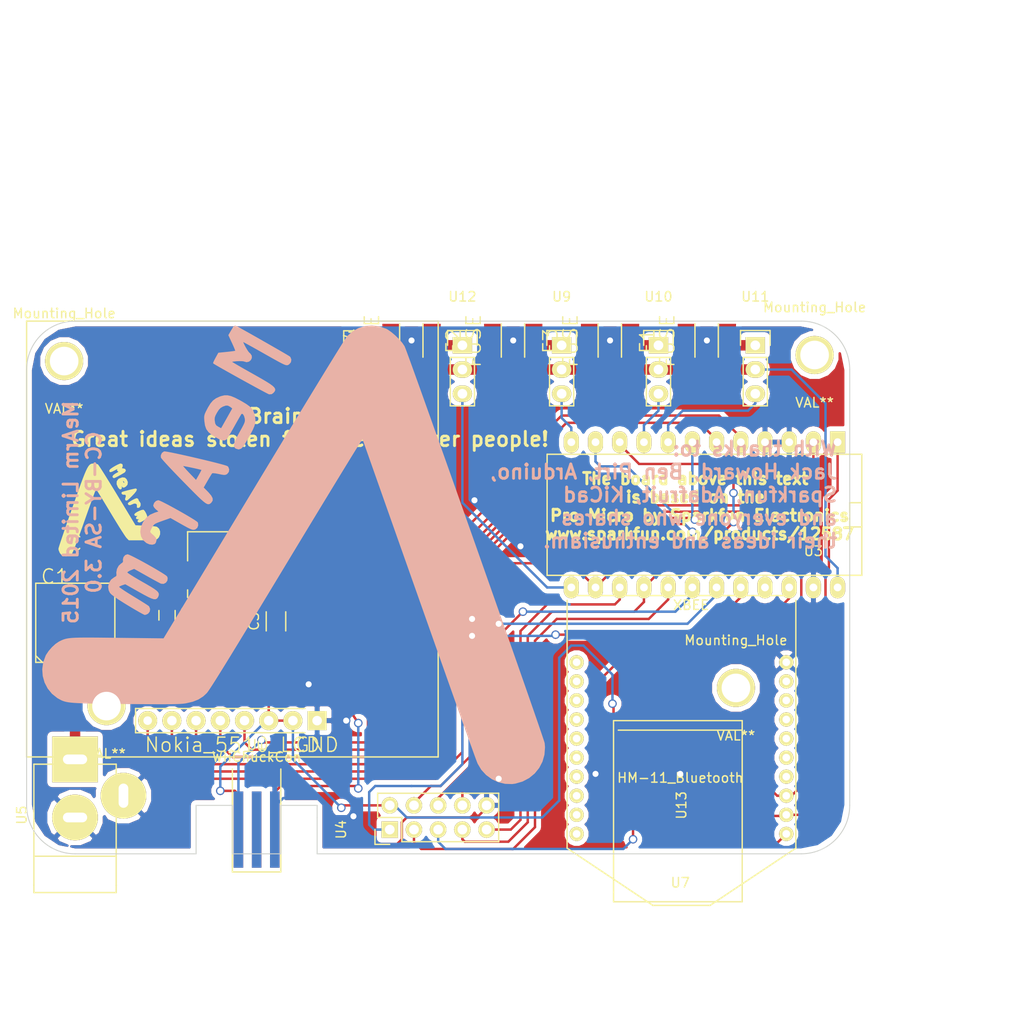
<source format=kicad_pcb>
(kicad_pcb (version 4) (host pcbnew "(after 2015-mar-04 BZR unknown)-product")

  (general
    (links 62)
    (no_connects 3)
    (area 89.154 39.314 199.008 146.404001)
    (thickness 1.6)
    (drawings 28)
    (tracks 388)
    (zones 0)
    (modules 29)
    (nets 54)
  )

  (page A4)
  (layers
    (0 F.Cu signal)
    (31 B.Cu signal)
    (32 B.Adhes user)
    (33 F.Adhes user)
    (34 B.Paste user)
    (35 F.Paste user)
    (36 B.SilkS user)
    (37 F.SilkS user)
    (38 B.Mask user)
    (39 F.Mask user)
    (40 Dwgs.User user)
    (41 Cmts.User user)
    (42 Eco1.User user)
    (43 Eco2.User user)
    (44 Edge.Cuts user)
    (45 Margin user)
    (46 B.CrtYd user)
    (47 F.CrtYd user)
    (48 B.Fab user)
    (49 F.Fab user)
  )

  (setup
    (last_trace_width 0.254)
    (user_trace_width 1.1)
    (trace_clearance 0.254)
    (zone_clearance 0.508)
    (zone_45_only no)
    (trace_min 0.254)
    (segment_width 0.2)
    (edge_width 0.1)
    (via_size 0.889)
    (via_drill 0.635)
    (via_min_size 0.889)
    (via_min_drill 0.508)
    (uvia_size 0.508)
    (uvia_drill 0.127)
    (uvias_allowed no)
    (uvia_min_size 0.508)
    (uvia_min_drill 0.127)
    (pcb_text_width 0.3)
    (pcb_text_size 1.5 1.5)
    (mod_edge_width 0.15)
    (mod_text_size 1 1)
    (mod_text_width 0.15)
    (pad_size 1 1)
    (pad_drill 0)
    (pad_to_mask_clearance 0)
    (aux_axis_origin 0 0)
    (visible_elements 7FFFFFFF)
    (pcbplotparams
      (layerselection 0x010f0_80000001)
      (usegerberextensions true)
      (excludeedgelayer true)
      (linewidth 0.100000)
      (plotframeref false)
      (viasonmask false)
      (mode 1)
      (useauxorigin false)
      (hpglpennumber 1)
      (hpglpenspeed 20)
      (hpglpendiameter 15)
      (hpglpenoverlay 2)
      (psnegative false)
      (psa4output false)
      (plotreference false)
      (plotvalue false)
      (plotinvisibletext false)
      (padsonsilk false)
      (subtractmaskfromsilk true)
      (outputformat 1)
      (mirror false)
      (drillshape 0)
      (scaleselection 1)
      (outputdirectory Gerbers/))
  )

  (net 0 "")
  (net 1 GND)
  (net 2 +6V)
  (net 3 +3V3)
  (net 4 I2C_SDA)
  (net 5 I2C_SCLK)
  (net 6 BT_TX)
  (net 7 BT_RX)
  (net 8 LCD_DC)
  (net 9 RIGHT)
  (net 10 LEFT)
  (net 11 LCD_RST)
  (net 12 LCD_CE)
  (net 13 WAIST)
  (net 14 CLAW)
  (net 15 MOSI_D16)
  (net 16 MISO_D14)
  (net 17 SCLK_D15)
  (net 18 A0)
  (net 19 A1)
  (net 20 A2)
  (net 21 A3)
  (net 22 RST)
  (net 23 "Net-(U7-Pad1)")
  (net 24 "Net-(U7-Pad3)")
  (net 25 "Net-(U7-Pad5)")
  (net 26 "Net-(U7-Pad6)")
  (net 27 "Net-(U7-Pad7)")
  (net 28 "Net-(U7-Pad8)")
  (net 29 "Net-(U7-Pad10)")
  (net 30 "Net-(U7-Pad13)")
  (net 31 "Net-(U7-Pad14)")
  (net 32 "Net-(U7-Pad15)")
  (net 33 "Net-(U7-Pad16)")
  (net 34 "Net-(U13-Pad4)")
  (net 35 "Net-(U13-Pad5)")
  (net 36 "Net-(U13-Pad6)")
  (net 37 "Net-(U13-Pad7)")
  (net 38 "Net-(U13-Pad8)")
  (net 39 "Net-(U13-Pad9)")
  (net 40 "Net-(U13-Pad12)")
  (net 41 "Net-(U13-Pad13)")
  (net 42 "Net-(U13-Pad14)")
  (net 43 "Net-(U13-Pad15)")
  (net 44 "Net-(U13-Pad16)")
  (net 45 "Net-(U13-Pad17)")
  (net 46 "Net-(U13-Pad18)")
  (net 47 "Net-(U13-Pad19)")
  (net 48 "Net-(U13-Pad20)")
  (net 49 "Net-(U3-Pad21)")
  (net 50 "Net-(F1-Pad1)")
  (net 51 "Net-(F2-Pad1)")
  (net 52 "Net-(F3-Pad1)")
  (net 53 "Net-(F4-Pad1)")

  (net_class Default "This is the default net class."
    (clearance 0.254)
    (trace_width 0.254)
    (via_dia 0.889)
    (via_drill 0.635)
    (uvia_dia 0.508)
    (uvia_drill 0.127)
    (add_net +3V3)
    (add_net +6V)
    (add_net A0)
    (add_net A1)
    (add_net A2)
    (add_net A3)
    (add_net BT_RX)
    (add_net BT_TX)
    (add_net CLAW)
    (add_net GND)
    (add_net I2C_SCLK)
    (add_net I2C_SDA)
    (add_net LCD_CE)
    (add_net LCD_DC)
    (add_net LCD_RST)
    (add_net LEFT)
    (add_net MISO_D14)
    (add_net MOSI_D16)
    (add_net "Net-(F1-Pad1)")
    (add_net "Net-(F2-Pad1)")
    (add_net "Net-(F3-Pad1)")
    (add_net "Net-(F4-Pad1)")
    (add_net "Net-(U13-Pad12)")
    (add_net "Net-(U13-Pad13)")
    (add_net "Net-(U13-Pad14)")
    (add_net "Net-(U13-Pad15)")
    (add_net "Net-(U13-Pad16)")
    (add_net "Net-(U13-Pad17)")
    (add_net "Net-(U13-Pad18)")
    (add_net "Net-(U13-Pad19)")
    (add_net "Net-(U13-Pad20)")
    (add_net "Net-(U13-Pad4)")
    (add_net "Net-(U13-Pad5)")
    (add_net "Net-(U13-Pad6)")
    (add_net "Net-(U13-Pad7)")
    (add_net "Net-(U13-Pad8)")
    (add_net "Net-(U13-Pad9)")
    (add_net "Net-(U3-Pad21)")
    (add_net "Net-(U7-Pad1)")
    (add_net "Net-(U7-Pad10)")
    (add_net "Net-(U7-Pad13)")
    (add_net "Net-(U7-Pad14)")
    (add_net "Net-(U7-Pad15)")
    (add_net "Net-(U7-Pad16)")
    (add_net "Net-(U7-Pad3)")
    (add_net "Net-(U7-Pad5)")
    (add_net "Net-(U7-Pad6)")
    (add_net "Net-(U7-Pad7)")
    (add_net "Net-(U7-Pad8)")
    (add_net RIGHT)
    (add_net RST)
    (add_net SCLK_D15)
    (add_net WAIST)
  )

  (module Fid (layer F.Cu) (tedit 55677A6A) (tstamp 55677A54)
    (at 101.6 77.47)
    (fp_text reference REF** (at 0 0.5) (layer F.SilkS) hide
      (effects (font (size 1 1) (thickness 0.15)))
    )
    (fp_text value "" (at 0 -0.5) (layer F.Fab) hide
      (effects (font (size 1 1) (thickness 0.15)))
    )
    (pad 1 smd circle (at 0 0) (size 1 1) (layers F.Cu F.Paste F.Mask)
      (solder_mask_margin 1) (clearance 1) (thermal_width 2) (thermal_gap 2))
  )

  (module WiiChuck (layer F.Cu) (tedit 555CB460) (tstamp 55115D02)
    (at 116.078 119.634)
    (path /550C0BAD)
    (fp_text reference U1 (at 0 -2.54) (layer F.SilkS)
      (effects (font (size 1 1) (thickness 0.15)))
    )
    (fp_text value WiiChuckCon (at 0 -1.27) (layer F.SilkS)
      (effects (font (size 1 1) (thickness 0.15)))
    )
    (fp_line (start 2.54 10.795) (end 2.54 0) (layer F.SilkS) (width 0.15))
    (fp_line (start -2.54 10.795) (end -2.54 0) (layer F.SilkS) (width 0.15))
    (fp_line (start -2.54 10.795) (end 2.54 10.795) (layer F.SilkS) (width 0.15))
    (pad 1 smd rect (at -1.905 6.35) (size 1 8) (layers F.Cu F.Paste F.Mask)
      (net 3 +3V3))
    (pad 2 smd rect (at 0 6.35) (size 1 8) (layers F.Cu F.Paste F.Mask))
    (pad 3 smd rect (at 1.905 6.35) (size 1 8) (layers F.Cu F.Paste F.Mask)
      (net 4 I2C_SDA))
    (pad 4 smd rect (at -1.905 6.35) (size 1 8) (layers B.Cu B.Paste B.Mask)
      (net 5 I2C_SCLK))
    (pad 5 smd rect (at 0 6.35) (size 1 8) (layers B.Cu B.Paste B.Mask))
    (pad 6 smd rect (at 1.905 6.35) (size 1 8) (layers B.Cu B.Paste B.Mask)
      (net 1 GND))
  )

  (module SMD_Packages:SMD-1206_Pol (layer F.Cu) (tedit 55115A4F) (tstamp 55115CE6)
    (at 126.365 76.2 90)
    (path /55648A9C)
    (attr smd)
    (fp_text reference C4 (at 0 0 90) (layer F.SilkS)
      (effects (font (size 1 1) (thickness 0.15)))
    )
    (fp_text value C (at 0 0 90) (layer F.Fab)
      (effects (font (size 1 1) (thickness 0.15)))
    )
    (fp_line (start -2.54 -1.143) (end -2.794 -1.143) (layer F.SilkS) (width 0.15))
    (fp_line (start -2.794 -1.143) (end -2.794 1.143) (layer F.SilkS) (width 0.15))
    (fp_line (start -2.794 1.143) (end -2.54 1.143) (layer F.SilkS) (width 0.15))
    (fp_line (start -2.54 -1.143) (end -2.54 1.143) (layer F.SilkS) (width 0.15))
    (fp_line (start -2.54 1.143) (end -0.889 1.143) (layer F.SilkS) (width 0.15))
    (fp_line (start 0.889 -1.143) (end 2.54 -1.143) (layer F.SilkS) (width 0.15))
    (fp_line (start 2.54 -1.143) (end 2.54 1.143) (layer F.SilkS) (width 0.15))
    (fp_line (start 2.54 1.143) (end 0.889 1.143) (layer F.SilkS) (width 0.15))
    (fp_line (start -0.889 -1.143) (end -2.54 -1.143) (layer F.SilkS) (width 0.15))
    (pad 1 smd rect (at -1.651 0 90) (size 1.524 2.032) (layers F.Cu F.Paste F.Mask)
      (net 2 +6V))
    (pad 2 smd rect (at 1.651 0 90) (size 1.524 2.032) (layers F.Cu F.Paste F.Mask)
      (net 1 GND))
    (model SMD_Packages.3dshapes/SMD-1206_Pol.wrl
      (at (xyz 0 0 0))
      (scale (xyz 0.17 0.16 0.16))
      (rotate (xyz 0 0 0))
    )
  )

  (module Brains:Nokia5510LCD (layer F.Cu) (tedit 550C4653) (tstamp 553F5A70)
    (at 113.538 112.014)
    (path /550BFF9E)
    (fp_text reference U2 (at 0 -7.62) (layer F.SilkS)
      (effects (font (size 1.5 1.5) (thickness 0.15)))
    )
    (fp_text value Nokia_5510_LCD (at 0 5.08) (layer F.SilkS)
      (effects (font (size 1.5 1.5) (thickness 0.15)))
    )
    (fp_line (start 21.59 -39.37) (end -21.59 -39.37) (layer F.SilkS) (width 0.15))
    (fp_line (start -21.59 -39.37) (end -21.59 6.35) (layer F.SilkS) (width 0.15))
    (fp_line (start 21.59 6.35) (end 21.59 -39.37) (layer F.SilkS) (width 0.15))
    (fp_line (start -21.59 6.35) (end 21.59 6.35) (layer F.SilkS) (width 0.15))
    (fp_text user GND (at 8.89 5.08) (layer F.SilkS)
      (effects (font (size 1.5 1.5) (thickness 0.15)))
    )
    (fp_line (start -10.16 1.27) (end 7.62 1.27) (layer F.SilkS) (width 0.15))
    (fp_line (start -10.16 1.27) (end -10.16 3.81) (layer F.SilkS) (width 0.15))
    (fp_line (start -10.16 3.81) (end 7.62 3.81) (layer F.SilkS) (width 0.15))
    (pad 1 thru_hole circle (at -8.89 2.54) (size 2 2) (drill 0.9) (layers *.Cu *.Mask F.SilkS)
      (net 11 LCD_RST))
    (pad 2 thru_hole circle (at -6.35 2.54) (size 2 2) (drill 1) (layers *.Cu *.Mask F.SilkS)
      (net 12 LCD_CE))
    (pad 3 thru_hole circle (at -3.81 2.54) (size 2 2) (drill 1) (layers *.Cu *.Mask F.SilkS)
      (net 8 LCD_DC))
    (pad 4 thru_hole circle (at -1.27 2.54) (size 2 2) (drill 1) (layers *.Cu *.Mask F.SilkS)
      (net 15 MOSI_D16))
    (pad 5 thru_hole circle (at 1.27 2.54) (size 2 2) (drill 1) (layers *.Cu *.Mask F.SilkS)
      (net 17 SCLK_D15))
    (pad 6 thru_hole circle (at 3.81 2.54) (size 2 2) (drill 1) (layers *.Cu *.Mask F.SilkS)
      (net 3 +3V3))
    (pad 7 thru_hole circle (at 6.35 2.54) (size 2 2) (drill 1) (layers *.Cu *.Mask F.SilkS)
      (net 3 +3V3))
    (pad 8 thru_hole rect (at 8.89 2.54) (size 2 2) (drill 1) (layers *.Cu *.Mask F.SilkS)
      (net 1 GND))
  )

  (module Sockets_DIP:DIP-24__600_ELL (layer F.Cu) (tedit 55115A4F) (tstamp 55115D2A)
    (at 163.068 92.964 180)
    (descr "24 pins DIL package, elliptical pads")
    (tags DIL)
    (path /550C12FC)
    (fp_text reference U3 (at -11.43 -3.81 180) (layer F.SilkS)
      (effects (font (size 1 1) (thickness 0.15)))
    )
    (fp_text value promicro (at 0 2.54 180) (layer F.Fab)
      (effects (font (size 1 1) (thickness 0.15)))
    )
    (fp_line (start -16.51 -1.27) (end -15.24 -1.27) (layer F.SilkS) (width 0.15))
    (fp_line (start -15.24 -1.27) (end -15.24 1.27) (layer F.SilkS) (width 0.15))
    (fp_line (start -15.24 1.27) (end -16.51 1.27) (layer F.SilkS) (width 0.15))
    (fp_line (start -16.51 -6.35) (end 16.51 -6.35) (layer F.SilkS) (width 0.15))
    (fp_line (start 16.51 -6.35) (end 16.51 6.35) (layer F.SilkS) (width 0.15))
    (fp_line (start 16.51 6.35) (end -16.51 6.35) (layer F.SilkS) (width 0.15))
    (fp_line (start -16.51 6.35) (end -16.51 -6.35) (layer F.SilkS) (width 0.15))
    (pad 1 thru_hole rect (at -13.97 7.62 180) (size 1.5748 2.286) (drill 0.8128) (layers *.Cu *.Mask F.SilkS)
      (net 6 BT_TX))
    (pad 2 thru_hole oval (at -11.43 7.62 180) (size 1.5748 2.286) (drill 0.8128) (layers *.Cu *.Mask F.SilkS)
      (net 7 BT_RX))
    (pad 3 thru_hole oval (at -8.89 7.62 180) (size 1.5748 2.286) (drill 0.8128) (layers *.Cu *.Mask F.SilkS)
      (net 1 GND))
    (pad 4 thru_hole oval (at -6.35 7.62 180) (size 1.5748 2.286) (drill 0.8128) (layers *.Cu *.Mask F.SilkS)
      (net 1 GND))
    (pad 5 thru_hole oval (at -3.81 7.62 180) (size 1.5748 2.286) (drill 0.8128) (layers *.Cu *.Mask F.SilkS)
      (net 4 I2C_SDA))
    (pad 6 thru_hole oval (at -1.27 7.62 180) (size 1.5748 2.286) (drill 0.8128) (layers *.Cu *.Mask F.SilkS)
      (net 5 I2C_SCLK))
    (pad 7 thru_hole oval (at 1.27 7.62 180) (size 1.5748 2.286) (drill 0.8128) (layers *.Cu *.Mask F.SilkS)
      (net 8 LCD_DC))
    (pad 8 thru_hole oval (at 3.81 7.62 180) (size 1.5748 2.286) (drill 0.8128) (layers *.Cu *.Mask F.SilkS)
      (net 9 RIGHT))
    (pad 9 thru_hole oval (at 6.35 7.62 180) (size 1.5748 2.286) (drill 0.8128) (layers *.Cu *.Mask F.SilkS)
      (net 10 LEFT))
    (pad 10 thru_hole oval (at 8.89 7.62 180) (size 1.5748 2.286) (drill 0.8128) (layers *.Cu *.Mask F.SilkS)
      (net 11 LCD_RST))
    (pad 11 thru_hole oval (at 11.43 7.62 180) (size 1.5748 2.286) (drill 0.8128) (layers *.Cu *.Mask F.SilkS)
      (net 12 LCD_CE))
    (pad 12 thru_hole oval (at 13.97 7.62 180) (size 1.5748 2.286) (drill 0.8128) (layers *.Cu *.Mask F.SilkS)
      (net 13 WAIST))
    (pad 13 thru_hole oval (at 13.97 -7.62 180) (size 1.5748 2.286) (drill 0.8128) (layers *.Cu *.Mask F.SilkS)
      (net 14 CLAW))
    (pad 14 thru_hole oval (at 11.43 -7.62 180) (size 1.5748 2.286) (drill 0.8128) (layers *.Cu *.Mask F.SilkS)
      (net 15 MOSI_D16))
    (pad 15 thru_hole oval (at 8.89 -7.62 180) (size 1.5748 2.286) (drill 0.8128) (layers *.Cu *.Mask F.SilkS)
      (net 16 MISO_D14))
    (pad 16 thru_hole oval (at 6.35 -7.62 180) (size 1.5748 2.286) (drill 0.8128) (layers *.Cu *.Mask F.SilkS)
      (net 17 SCLK_D15))
    (pad 17 thru_hole oval (at 3.81 -7.62 180) (size 1.5748 2.286) (drill 0.8128) (layers *.Cu *.Mask F.SilkS)
      (net 18 A0))
    (pad 18 thru_hole oval (at 1.27 -7.62 180) (size 1.5748 2.286) (drill 0.8128) (layers *.Cu *.Mask F.SilkS)
      (net 19 A1))
    (pad 19 thru_hole oval (at -1.27 -7.62 180) (size 1.5748 2.286) (drill 0.8128) (layers *.Cu *.Mask F.SilkS)
      (net 20 A2))
    (pad 20 thru_hole oval (at -3.81 -7.62 180) (size 1.5748 2.286) (drill 0.8128) (layers *.Cu *.Mask F.SilkS)
      (net 21 A3))
    (pad 21 thru_hole oval (at -6.35 -7.62 180) (size 1.5748 2.286) (drill 0.8128) (layers *.Cu *.Mask F.SilkS)
      (net 49 "Net-(U3-Pad21)"))
    (pad 22 thru_hole oval (at -8.89 -7.62 180) (size 1.5748 2.286) (drill 0.8128) (layers *.Cu *.Mask F.SilkS)
      (net 22 RST))
    (pad 23 thru_hole oval (at -11.43 -7.62 180) (size 1.5748 2.286) (drill 0.8128) (layers *.Cu *.Mask F.SilkS)
      (net 1 GND))
    (pad 24 thru_hole oval (at -13.97 -7.62 180) (size 1.5748 2.286) (drill 0.8128) (layers *.Cu *.Mask F.SilkS)
      (net 2 +6V))
    (model Sockets_DIP.3dshapes/DIP-24__600_ELL.wrl
      (at (xyz 0 0 0))
      (scale (xyz 1 1 1))
      (rotate (xyz 0 0 0))
    )
  )

  (module Pin_Headers:Pin_Header_Straight_2x05 (layer F.Cu) (tedit 55115A4F) (tstamp 55115D44)
    (at 130.048 125.984 90)
    (descr "Through hole pin header")
    (tags "pin header")
    (path /550C095A)
    (fp_text reference U4 (at 0 -5.1 90) (layer F.SilkS)
      (effects (font (size 1 1) (thickness 0.15)))
    )
    (fp_text value JoyConnectISP (at 0 -3.1 90) (layer F.Fab)
      (effects (font (size 1 1) (thickness 0.15)))
    )
    (fp_line (start -1.75 -1.75) (end -1.75 11.95) (layer F.CrtYd) (width 0.05))
    (fp_line (start 4.3 -1.75) (end 4.3 11.95) (layer F.CrtYd) (width 0.05))
    (fp_line (start -1.75 -1.75) (end 4.3 -1.75) (layer F.CrtYd) (width 0.05))
    (fp_line (start -1.75 11.95) (end 4.3 11.95) (layer F.CrtYd) (width 0.05))
    (fp_line (start 3.81 -1.27) (end 3.81 11.43) (layer F.SilkS) (width 0.15))
    (fp_line (start 3.81 11.43) (end -1.27 11.43) (layer F.SilkS) (width 0.15))
    (fp_line (start -1.27 11.43) (end -1.27 1.27) (layer F.SilkS) (width 0.15))
    (fp_line (start 3.81 -1.27) (end 1.27 -1.27) (layer F.SilkS) (width 0.15))
    (fp_line (start 0 -1.55) (end -1.55 -1.55) (layer F.SilkS) (width 0.15))
    (fp_line (start 1.27 -1.27) (end 1.27 1.27) (layer F.SilkS) (width 0.15))
    (fp_line (start 1.27 1.27) (end -1.27 1.27) (layer F.SilkS) (width 0.15))
    (fp_line (start -1.55 -1.55) (end -1.55 0) (layer F.SilkS) (width 0.15))
    (pad 1 thru_hole rect (at 0 0 90) (size 1.7272 1.7272) (drill 1.016) (layers *.Cu *.Mask F.SilkS)
      (net 15 MOSI_D16))
    (pad 2 thru_hole oval (at 2.54 0 90) (size 1.7272 1.7272) (drill 1.016) (layers *.Cu *.Mask F.SilkS)
      (net 3 +3V3))
    (pad 3 thru_hole oval (at 0 2.54 90) (size 1.7272 1.7272) (drill 1.016) (layers *.Cu *.Mask F.SilkS)
      (net 18 A0))
    (pad 4 thru_hole oval (at 2.54 2.54 90) (size 1.7272 1.7272) (drill 1.016) (layers *.Cu *.Mask F.SilkS)
      (net 21 A3))
    (pad 5 thru_hole oval (at 0 5.08 90) (size 1.7272 1.7272) (drill 1.016) (layers *.Cu *.Mask F.SilkS)
      (net 22 RST))
    (pad 6 thru_hole oval (at 2.54 5.08 90) (size 1.7272 1.7272) (drill 1.016) (layers *.Cu *.Mask F.SilkS)
      (net 20 A2))
    (pad 7 thru_hole oval (at 0 7.62 90) (size 1.7272 1.7272) (drill 1.016) (layers *.Cu *.Mask F.SilkS)
      (net 17 SCLK_D15))
    (pad 8 thru_hole oval (at 2.54 7.62 90) (size 1.7272 1.7272) (drill 1.016) (layers *.Cu *.Mask F.SilkS)
      (net 19 A1))
    (pad 9 thru_hole oval (at 0 10.16 90) (size 1.7272 1.7272) (drill 1.016) (layers *.Cu *.Mask F.SilkS)
      (net 16 MISO_D14))
    (pad 10 thru_hole oval (at 2.54 10.16 90) (size 1.7272 1.7272) (drill 1.016) (layers *.Cu *.Mask F.SilkS)
      (net 1 GND))
    (model Pin_Headers.3dshapes/Pin_Header_Straight_2x05.wrl
      (at (xyz 0.05 -0.2 0))
      (scale (xyz 1 1 1))
      (rotate (xyz 0 0 90))
    )
  )

  (module Connect:JACK_ALIM (layer F.Cu) (tedit 55115A4F) (tstamp 55115D4B)
    (at 97.028 124.714 90)
    (descr "module 1 pin (ou trou mecanique de percage)")
    (tags "CONN JACK")
    (path /550C0A0B)
    (fp_text reference U5 (at 0.254 -5.588 90) (layer F.SilkS)
      (effects (font (size 1 1) (thickness 0.15)))
    )
    (fp_text value JACK_2MM1 (at -5.08 5.588 90) (layer F.Fab)
      (effects (font (size 1 1) (thickness 0.15)))
    )
    (fp_line (start -7.112 -4.318) (end -7.874 -4.318) (layer F.SilkS) (width 0.15))
    (fp_line (start -7.874 -4.318) (end -7.874 4.318) (layer F.SilkS) (width 0.15))
    (fp_line (start -7.874 4.318) (end -7.112 4.318) (layer F.SilkS) (width 0.15))
    (fp_line (start -4.064 -4.318) (end -4.064 4.318) (layer F.SilkS) (width 0.15))
    (fp_line (start 5.588 -4.318) (end 5.588 4.318) (layer F.SilkS) (width 0.15))
    (fp_line (start -7.112 4.318) (end 5.588 4.318) (layer F.SilkS) (width 0.15))
    (fp_line (start -7.112 -4.318) (end 5.588 -4.318) (layer F.SilkS) (width 0.15))
    (pad 2 thru_hole circle (at 0 0 90) (size 4.8006 4.8006) (drill oval 1.016 2.54) (layers *.Cu *.Mask F.SilkS)
      (net 1 GND))
    (pad 1 thru_hole rect (at 6.096 0 90) (size 4.8006 4.8006) (drill oval 1.016 2.54) (layers *.Cu *.Mask F.SilkS)
      (net 2 +6V))
    (pad 3 thru_hole circle (at 2.286 5.08 90) (size 4.8006 4.8006) (drill oval 2.54 1.016) (layers *.Cu *.Mask F.SilkS)
      (net 1 GND))
    (model Connect.3dshapes/JACK_ALIM.wrl
      (at (xyz 0 0 0))
      (scale (xyz 0.8 0.8 0.8))
      (rotate (xyz 0 0 0))
    )
  )

  (module Brains:HM-11_BT (layer F.Cu) (tedit 551152F3) (tstamp 55115D77)
    (at 160.528 114.554 180)
    (path /550C063F)
    (fp_text reference U7 (at 0 -17 180) (layer F.SilkS)
      (effects (font (size 1 1) (thickness 0.15)))
    )
    (fp_text value HM-11_Bluetooth (at 0 -6 180) (layer F.SilkS)
      (effects (font (size 1 1) (thickness 0.15)))
    )
    (fp_line (start -6.5 -19) (end -6.5 0) (layer F.SilkS) (width 0.15))
    (fp_line (start 7 -19) (end -6.5 -19) (layer F.SilkS) (width 0.15))
    (fp_line (start 6.5 -1) (end -6.5 -1) (layer F.SilkS) (width 0.15))
    (fp_line (start 7 -18) (end 7 -19) (layer F.SilkS) (width 0.15))
    (fp_line (start 7 0) (end 7 -18) (layer F.SilkS) (width 0.15))
    (fp_line (start -6.5 0) (end 7 0) (layer F.SilkS) (width 0.15))
    (pad 1 smd rect (at -6.5 -11.5 180) (size 2 1.2) (layers F.Cu F.Paste F.Mask)
      (net 23 "Net-(U7-Pad1)"))
    (pad 2 smd rect (at -6.5 -10 180) (size 2 1.2) (layers F.Cu F.Paste F.Mask)
      (net 6 BT_TX))
    (pad 3 smd rect (at -6.5 -8.5 180) (size 2 1.2) (layers F.Cu F.Paste F.Mask)
      (net 24 "Net-(U7-Pad3)"))
    (pad 4 smd rect (at -6.5 -7 180) (size 2 1.2) (layers F.Cu F.Paste F.Mask)
      (net 7 BT_RX))
    (pad 5 smd rect (at -6.5 -5.5 180) (size 2 1.2) (layers F.Cu F.Paste F.Mask)
      (net 25 "Net-(U7-Pad5)"))
    (pad 6 smd rect (at -6.5 -4 180) (size 2 1.2) (layers F.Cu F.Paste F.Mask)
      (net 26 "Net-(U7-Pad6)"))
    (pad 7 smd rect (at -6.5 -2.5 180) (size 2 1.2) (layers F.Cu F.Paste F.Mask)
      (net 27 "Net-(U7-Pad7)"))
    (pad 8 smd rect (at -6.5 -1 180) (size 2 1.2) (layers F.Cu F.Paste F.Mask)
      (net 28 "Net-(U7-Pad8)"))
    (pad 9 smd rect (at 7 -1 180) (size 2 1.2) (layers F.Cu F.Paste F.Mask)
      (net 3 +3V3))
    (pad 10 smd rect (at 7 -2.5 180) (size 2 1.2) (layers F.Cu F.Paste F.Mask)
      (net 29 "Net-(U7-Pad10)"))
    (pad 11 smd rect (at 7 -4 180) (size 2 1.2) (layers F.Cu F.Paste F.Mask)
      (net 22 RST))
    (pad 12 smd rect (at 7 -5.5 180) (size 2 1.2) (layers F.Cu F.Paste F.Mask)
      (net 1 GND))
    (pad 13 smd rect (at 7 -7 180) (size 2 1.2) (layers F.Cu F.Paste F.Mask)
      (net 30 "Net-(U7-Pad13)"))
    (pad 14 smd rect (at 7 -8.5 180) (size 2 1.2) (layers F.Cu F.Paste F.Mask)
      (net 31 "Net-(U7-Pad14)"))
    (pad 15 smd rect (at 7 -10 180) (size 2 1.2) (layers F.Cu F.Paste F.Mask)
      (net 32 "Net-(U7-Pad15)"))
    (pad 16 smd rect (at 7 -11.5 180) (size 2 1.2) (layers F.Cu F.Paste F.Mask)
      (net 33 "Net-(U7-Pad16)"))
  )

  (module SMD_Packages:SOT-223 (layer F.Cu) (tedit 5565C196) (tstamp 55115D7F)
    (at 112.395 99.314 180)
    (descr "module CMS SOT223 4 pins")
    (tags "CMS SOT")
    (path /550C408A)
    (attr smd)
    (fp_text reference U8 (at 0 -0.762 180) (layer F.SilkS)
      (effects (font (size 1 1) (thickness 0.15)))
    )
    (fp_text value AP1117_V_REG (at 0 0.762 180) (layer F.Fab)
      (effects (font (size 1 1) (thickness 0.15)))
    )
    (fp_line (start -3.556 1.524) (end -3.556 4.572) (layer F.SilkS) (width 0.15))
    (fp_line (start -3.556 4.572) (end 3.556 4.572) (layer F.SilkS) (width 0.15))
    (fp_line (start 3.556 4.572) (end 3.556 1.524) (layer F.SilkS) (width 0.15))
    (fp_line (start -3.556 -1.524) (end -3.556 -2.286) (layer F.SilkS) (width 0.15))
    (fp_line (start -3.556 -2.286) (end -2.032 -4.572) (layer F.SilkS) (width 0.15))
    (fp_line (start -2.032 -4.572) (end 2.032 -4.572) (layer F.SilkS) (width 0.15))
    (fp_line (start 2.032 -4.572) (end 3.556 -2.286) (layer F.SilkS) (width 0.15))
    (fp_line (start 3.556 -2.286) (end 3.556 -1.524) (layer F.SilkS) (width 0.15))
    (pad 4 smd rect (at 0 -3.302 180) (size 3.6576 2.032) (layers F.Cu F.Paste F.Mask))
    (pad 2 smd rect (at 0 3.302 180) (size 1.016 2.032) (layers F.Cu F.Paste F.Mask)
      (net 3 +3V3))
    (pad 3 smd rect (at 2.286 3.302 180) (size 1.016 2.032) (layers F.Cu F.Paste F.Mask)
      (net 2 +6V))
    (pad 1 smd rect (at -2.286 3.302 180) (size 1.016 2.032) (layers F.Cu F.Paste F.Mask)
      (net 1 GND))
    (model SMD_Packages.3dshapes/SOT-223.wrl
      (at (xyz 0 0 0))
      (scale (xyz 0.4 0.4 0.4))
      (rotate (xyz 0 0 0))
    )
  )

  (module Pin_Headers:Pin_Header_Straight_1x03 (layer F.Cu) (tedit 55115A4F) (tstamp 55115D91)
    (at 148.082 75.184)
    (descr "Through hole pin header")
    (tags "pin header")
    (path /550C0236)
    (fp_text reference U9 (at 0 -5.1) (layer F.SilkS)
      (effects (font (size 1 1) (thickness 0.15)))
    )
    (fp_text value Servo (at 0 -3.1) (layer F.Fab)
      (effects (font (size 1 1) (thickness 0.15)))
    )
    (fp_line (start -1.75 -1.75) (end -1.75 6.85) (layer F.CrtYd) (width 0.05))
    (fp_line (start 1.75 -1.75) (end 1.75 6.85) (layer F.CrtYd) (width 0.05))
    (fp_line (start -1.75 -1.75) (end 1.75 -1.75) (layer F.CrtYd) (width 0.05))
    (fp_line (start -1.75 6.85) (end 1.75 6.85) (layer F.CrtYd) (width 0.05))
    (fp_line (start -1.27 1.27) (end -1.27 6.35) (layer F.SilkS) (width 0.15))
    (fp_line (start -1.27 6.35) (end 1.27 6.35) (layer F.SilkS) (width 0.15))
    (fp_line (start 1.27 6.35) (end 1.27 1.27) (layer F.SilkS) (width 0.15))
    (fp_line (start 1.55 -1.55) (end 1.55 0) (layer F.SilkS) (width 0.15))
    (fp_line (start 1.27 1.27) (end -1.27 1.27) (layer F.SilkS) (width 0.15))
    (fp_line (start -1.55 0) (end -1.55 -1.55) (layer F.SilkS) (width 0.15))
    (fp_line (start -1.55 -1.55) (end 1.55 -1.55) (layer F.SilkS) (width 0.15))
    (pad 1 thru_hole rect (at 0 0) (size 2.032 1.7272) (drill 1.016) (layers *.Cu *.Mask F.SilkS)
      (net 50 "Net-(F1-Pad1)"))
    (pad 2 thru_hole oval (at 0 2.54) (size 2.032 1.7272) (drill 1.016) (layers *.Cu *.Mask F.SilkS)
      (net 2 +6V))
    (pad 3 thru_hole oval (at 0 5.08) (size 2.032 1.7272) (drill 1.016) (layers *.Cu *.Mask F.SilkS)
      (net 13 WAIST))
    (model Pin_Headers.3dshapes/Pin_Header_Straight_1x03.wrl
      (at (xyz 0 -0.1 0))
      (scale (xyz 1 1 1))
      (rotate (xyz 0 0 90))
    )
  )

  (module Pin_Headers:Pin_Header_Straight_1x03 (layer F.Cu) (tedit 55115A4F) (tstamp 55115DA3)
    (at 158.242 75.184)
    (descr "Through hole pin header")
    (tags "pin header")
    (path /550C01D9)
    (fp_text reference U10 (at 0 -5.1) (layer F.SilkS)
      (effects (font (size 1 1) (thickness 0.15)))
    )
    (fp_text value Servo (at 0 -3.1) (layer F.Fab)
      (effects (font (size 1 1) (thickness 0.15)))
    )
    (fp_line (start -1.75 -1.75) (end -1.75 6.85) (layer F.CrtYd) (width 0.05))
    (fp_line (start 1.75 -1.75) (end 1.75 6.85) (layer F.CrtYd) (width 0.05))
    (fp_line (start -1.75 -1.75) (end 1.75 -1.75) (layer F.CrtYd) (width 0.05))
    (fp_line (start -1.75 6.85) (end 1.75 6.85) (layer F.CrtYd) (width 0.05))
    (fp_line (start -1.27 1.27) (end -1.27 6.35) (layer F.SilkS) (width 0.15))
    (fp_line (start -1.27 6.35) (end 1.27 6.35) (layer F.SilkS) (width 0.15))
    (fp_line (start 1.27 6.35) (end 1.27 1.27) (layer F.SilkS) (width 0.15))
    (fp_line (start 1.55 -1.55) (end 1.55 0) (layer F.SilkS) (width 0.15))
    (fp_line (start 1.27 1.27) (end -1.27 1.27) (layer F.SilkS) (width 0.15))
    (fp_line (start -1.55 0) (end -1.55 -1.55) (layer F.SilkS) (width 0.15))
    (fp_line (start -1.55 -1.55) (end 1.55 -1.55) (layer F.SilkS) (width 0.15))
    (pad 1 thru_hole rect (at 0 0) (size 2.032 1.7272) (drill 1.016) (layers *.Cu *.Mask F.SilkS)
      (net 51 "Net-(F2-Pad1)"))
    (pad 2 thru_hole oval (at 0 2.54) (size 2.032 1.7272) (drill 1.016) (layers *.Cu *.Mask F.SilkS)
      (net 2 +6V))
    (pad 3 thru_hole oval (at 0 5.08) (size 2.032 1.7272) (drill 1.016) (layers *.Cu *.Mask F.SilkS)
      (net 10 LEFT))
    (model Pin_Headers.3dshapes/Pin_Header_Straight_1x03.wrl
      (at (xyz 0 -0.1 0))
      (scale (xyz 1 1 1))
      (rotate (xyz 0 0 90))
    )
  )

  (module Pin_Headers:Pin_Header_Straight_1x03 (layer F.Cu) (tedit 55115A4F) (tstamp 55115DB5)
    (at 168.402 75.184)
    (descr "Through hole pin header")
    (tags "pin header")
    (path /550C0186)
    (fp_text reference U11 (at 0 -5.1) (layer F.SilkS)
      (effects (font (size 1 1) (thickness 0.15)))
    )
    (fp_text value Servo (at 0 -3.1) (layer F.Fab)
      (effects (font (size 1 1) (thickness 0.15)))
    )
    (fp_line (start -1.75 -1.75) (end -1.75 6.85) (layer F.CrtYd) (width 0.05))
    (fp_line (start 1.75 -1.75) (end 1.75 6.85) (layer F.CrtYd) (width 0.05))
    (fp_line (start -1.75 -1.75) (end 1.75 -1.75) (layer F.CrtYd) (width 0.05))
    (fp_line (start -1.75 6.85) (end 1.75 6.85) (layer F.CrtYd) (width 0.05))
    (fp_line (start -1.27 1.27) (end -1.27 6.35) (layer F.SilkS) (width 0.15))
    (fp_line (start -1.27 6.35) (end 1.27 6.35) (layer F.SilkS) (width 0.15))
    (fp_line (start 1.27 6.35) (end 1.27 1.27) (layer F.SilkS) (width 0.15))
    (fp_line (start 1.55 -1.55) (end 1.55 0) (layer F.SilkS) (width 0.15))
    (fp_line (start 1.27 1.27) (end -1.27 1.27) (layer F.SilkS) (width 0.15))
    (fp_line (start -1.55 0) (end -1.55 -1.55) (layer F.SilkS) (width 0.15))
    (fp_line (start -1.55 -1.55) (end 1.55 -1.55) (layer F.SilkS) (width 0.15))
    (pad 1 thru_hole rect (at 0 0) (size 2.032 1.7272) (drill 1.016) (layers *.Cu *.Mask F.SilkS)
      (net 52 "Net-(F3-Pad1)"))
    (pad 2 thru_hole oval (at 0 2.54) (size 2.032 1.7272) (drill 1.016) (layers *.Cu *.Mask F.SilkS)
      (net 2 +6V))
    (pad 3 thru_hole oval (at 0 5.08) (size 2.032 1.7272) (drill 1.016) (layers *.Cu *.Mask F.SilkS)
      (net 9 RIGHT))
    (model Pin_Headers.3dshapes/Pin_Header_Straight_1x03.wrl
      (at (xyz 0 -0.1 0))
      (scale (xyz 1 1 1))
      (rotate (xyz 0 0 90))
    )
  )

  (module Pin_Headers:Pin_Header_Straight_1x03 (layer F.Cu) (tedit 55115A4F) (tstamp 553FA077)
    (at 137.668 75.184)
    (descr "Through hole pin header")
    (tags "pin header")
    (path /550C0141)
    (fp_text reference U12 (at 0 -5.1) (layer F.SilkS)
      (effects (font (size 1 1) (thickness 0.15)))
    )
    (fp_text value Servo (at 0 -3.1) (layer F.Fab)
      (effects (font (size 1 1) (thickness 0.15)))
    )
    (fp_line (start -1.75 -1.75) (end -1.75 6.85) (layer F.CrtYd) (width 0.05))
    (fp_line (start 1.75 -1.75) (end 1.75 6.85) (layer F.CrtYd) (width 0.05))
    (fp_line (start -1.75 -1.75) (end 1.75 -1.75) (layer F.CrtYd) (width 0.05))
    (fp_line (start -1.75 6.85) (end 1.75 6.85) (layer F.CrtYd) (width 0.05))
    (fp_line (start -1.27 1.27) (end -1.27 6.35) (layer F.SilkS) (width 0.15))
    (fp_line (start -1.27 6.35) (end 1.27 6.35) (layer F.SilkS) (width 0.15))
    (fp_line (start 1.27 6.35) (end 1.27 1.27) (layer F.SilkS) (width 0.15))
    (fp_line (start 1.55 -1.55) (end 1.55 0) (layer F.SilkS) (width 0.15))
    (fp_line (start 1.27 1.27) (end -1.27 1.27) (layer F.SilkS) (width 0.15))
    (fp_line (start -1.55 0) (end -1.55 -1.55) (layer F.SilkS) (width 0.15))
    (fp_line (start -1.55 -1.55) (end 1.55 -1.55) (layer F.SilkS) (width 0.15))
    (pad 1 thru_hole rect (at 0 0) (size 2.032 1.7272) (drill 1.016) (layers *.Cu *.Mask F.SilkS)
      (net 53 "Net-(F4-Pad1)"))
    (pad 2 thru_hole oval (at 0 2.54) (size 2.032 1.7272) (drill 1.016) (layers *.Cu *.Mask F.SilkS)
      (net 2 +6V))
    (pad 3 thru_hole oval (at 0 5.08) (size 2.032 1.7272) (drill 1.016) (layers *.Cu *.Mask F.SilkS)
      (net 14 CLAW))
    (model Pin_Headers.3dshapes/Pin_Header_Straight_1x03.wrl
      (at (xyz 0 -0.1 0))
      (scale (xyz 1 1 1))
      (rotate (xyz 0 0 90))
    )
  )

  (module Brains:XBEE (layer F.Cu) (tedit 55115F7B) (tstamp 55115F7F)
    (at 160.655 114.935 180)
    (path /55115AD3)
    (fp_text reference U13 (at 0 -8.5 270) (layer F.SilkS)
      (effects (font (size 1 1) (thickness 0.15)))
    )
    (fp_text value XBEE (at -1 12.5 180) (layer F.SilkS)
      (effects (font (size 1 1) (thickness 0.15)))
    )
    (fp_line (start -12 -13) (end -3 -19) (layer F.SilkS) (width 0.15))
    (fp_line (start -3 -19) (end 3 -19) (layer F.SilkS) (width 0.15))
    (fp_line (start 3 -19) (end 12 -13) (layer F.SilkS) (width 0.15))
    (fp_line (start 12 -13) (end 12 13) (layer F.SilkS) (width 0.15))
    (fp_line (start -12 -13) (end -12 13) (layer F.SilkS) (width 0.15))
    (fp_line (start -11 13.5) (end 11 13.5) (layer F.SilkS) (width 0.15))
    (pad 1 thru_hole circle (at -11 -11.5 180) (size 1.5 1.5) (drill 0.8) (layers *.Cu *.Mask F.SilkS)
      (net 3 +3V3))
    (pad 2 thru_hole circle (at -11 -9.5 180) (size 1.5 1.5) (drill 0.8) (layers *.Cu *.Mask F.SilkS)
      (net 6 BT_TX))
    (pad 3 thru_hole circle (at -11 -7.5 180) (size 1.5 1.5) (drill 0.8) (layers *.Cu *.Mask F.SilkS)
      (net 7 BT_RX))
    (pad 4 thru_hole circle (at -11 -5.5 180) (size 1.5 1.5) (drill 0.8) (layers *.Cu *.Mask F.SilkS)
      (net 34 "Net-(U13-Pad4)"))
    (pad 5 thru_hole circle (at -11 -3.5 180) (size 1.5 1.5) (drill 0.8) (layers *.Cu *.Mask F.SilkS)
      (net 35 "Net-(U13-Pad5)"))
    (pad 6 thru_hole circle (at -11 -1.5 180) (size 1.5 1.5) (drill 0.8) (layers *.Cu *.Mask F.SilkS)
      (net 36 "Net-(U13-Pad6)"))
    (pad 7 thru_hole circle (at -11 0.5 180) (size 1.5 1.5) (drill 0.8) (layers *.Cu *.Mask F.SilkS)
      (net 37 "Net-(U13-Pad7)"))
    (pad 8 thru_hole circle (at -11 2.5 180) (size 1.5 1.5) (drill 0.8) (layers *.Cu *.Mask F.SilkS)
      (net 38 "Net-(U13-Pad8)"))
    (pad 9 thru_hole circle (at -11 4.5 180) (size 1.5 1.5) (drill 0.8) (layers *.Cu *.Mask F.SilkS)
      (net 39 "Net-(U13-Pad9)"))
    (pad 10 thru_hole circle (at -11 6.5 180) (size 1.5 1.5) (drill 0.8) (layers *.Cu *.Mask F.SilkS)
      (net 1 GND))
    (pad 11 thru_hole circle (at 11 6.5 180) (size 1.5 1.5) (drill 0.8) (layers *.Cu *.Mask F.SilkS))
    (pad 12 thru_hole circle (at 11 4.5 180) (size 1.5 1.5) (drill 0.8) (layers *.Cu *.Mask F.SilkS)
      (net 40 "Net-(U13-Pad12)"))
    (pad 13 thru_hole circle (at 11 2.5 180) (size 1.5 1.5) (drill 0.8) (layers *.Cu *.Mask F.SilkS)
      (net 41 "Net-(U13-Pad13)"))
    (pad 14 thru_hole circle (at 11 0.5 180) (size 1.5 1.5) (drill 0.8) (layers *.Cu *.Mask F.SilkS)
      (net 42 "Net-(U13-Pad14)"))
    (pad 15 thru_hole circle (at 11 -1.5 180) (size 1.5 1.5) (drill 0.8) (layers *.Cu *.Mask F.SilkS)
      (net 43 "Net-(U13-Pad15)"))
    (pad 16 thru_hole circle (at 11 -3.5 180) (size 1.5 1.5) (drill 0.8) (layers *.Cu *.Mask F.SilkS)
      (net 44 "Net-(U13-Pad16)"))
    (pad 17 thru_hole circle (at 11 -5.5 180) (size 1.5 1.5) (drill 0.8) (layers *.Cu *.Mask F.SilkS)
      (net 45 "Net-(U13-Pad17)"))
    (pad 18 thru_hole circle (at 11 -7.5 180) (size 1.5 1.5) (drill 0.8) (layers *.Cu *.Mask F.SilkS)
      (net 46 "Net-(U13-Pad18)"))
    (pad 19 thru_hole circle (at 11 -9.5 180) (size 1.5 1.5) (drill 0.8) (layers *.Cu *.Mask F.SilkS)
      (net 47 "Net-(U13-Pad19)"))
    (pad 20 thru_hole circle (at 11 -11.5 180) (size 1.5 1.5) (drill 0.8) (layers *.Cu *.Mask F.SilkS)
      (net 48 "Net-(U13-Pad20)"))
  )

  (module Brains:Surface_Mount_1812_Polyfuse (layer F.Cu) (tedit 553F9EF1) (tstamp 553FA092)
    (at 163.322 74.676 270)
    (path /553F9866)
    (fp_text reference F1 (at 0.05 6.25 270) (layer F.SilkS)
      (effects (font (size 1.5 1.5) (thickness 0.15)))
    )
    (fp_text value FUSE (at 0.05 4.15 270) (layer F.SilkS)
      (effects (font (size 1.5 1.5) (thickness 0.15)))
    )
    (fp_line (start -1.75 -1.2) (end 1.75 -1.2) (layer F.SilkS) (width 0.15))
    (fp_line (start -1.75 1.25) (end 1.75 1.25) (layer F.SilkS) (width 0.15))
    (pad 1 smd rect (at 0 -2.17 270) (size 3.5 1.78) (layers F.Cu F.Paste F.Mask)
      (net 50 "Net-(F1-Pad1)"))
    (pad 2 smd rect (at 0 2.17 270) (size 3.5 1.78) (layers F.Cu F.Paste F.Mask)
      (net 1 GND))
  )

  (module Brains:Surface_Mount_1812_Polyfuse (layer F.Cu) (tedit 553F9EF1) (tstamp 553FA064)
    (at 143.002 74.676 270)
    (path /553FA0A7)
    (fp_text reference F2 (at 0.05 6.25 270) (layer F.SilkS)
      (effects (font (size 1.5 1.5) (thickness 0.15)))
    )
    (fp_text value FUSE (at 0.05 4.15 270) (layer F.SilkS)
      (effects (font (size 1.5 1.5) (thickness 0.15)))
    )
    (fp_line (start -1.75 -1.2) (end 1.75 -1.2) (layer F.SilkS) (width 0.15))
    (fp_line (start -1.75 1.25) (end 1.75 1.25) (layer F.SilkS) (width 0.15))
    (pad 1 smd rect (at 0 -2.17 270) (size 3.5 1.78) (layers F.Cu F.Paste F.Mask)
      (net 51 "Net-(F2-Pad1)"))
    (pad 2 smd rect (at 0 2.17 270) (size 3.5 1.78) (layers F.Cu F.Paste F.Mask)
      (net 1 GND))
  )

  (module Brains:Surface_Mount_1812_Polyfuse (layer F.Cu) (tedit 553F9EF1) (tstamp 553F9FD0)
    (at 153.162 74.676 270)
    (path /553FA0F2)
    (fp_text reference F3 (at 0.05 6.25 270) (layer F.SilkS)
      (effects (font (size 1.5 1.5) (thickness 0.15)))
    )
    (fp_text value FUSE (at 0.05 4.15 270) (layer F.SilkS)
      (effects (font (size 1.5 1.5) (thickness 0.15)))
    )
    (fp_line (start -1.75 -1.2) (end 1.75 -1.2) (layer F.SilkS) (width 0.15))
    (fp_line (start -1.75 1.25) (end 1.75 1.25) (layer F.SilkS) (width 0.15))
    (pad 1 smd rect (at 0 -2.17 270) (size 3.5 1.78) (layers F.Cu F.Paste F.Mask)
      (net 52 "Net-(F3-Pad1)"))
    (pad 2 smd rect (at 0 2.17 270) (size 3.5 1.78) (layers F.Cu F.Paste F.Mask)
      (net 1 GND))
  )

  (module Brains:Surface_Mount_1812_Polyfuse (layer F.Cu) (tedit 553F9EF1) (tstamp 553F9FD8)
    (at 132.334 74.676 270)
    (path /553FA125)
    (fp_text reference F4 (at 0.05 6.25 270) (layer F.SilkS)
      (effects (font (size 1.5 1.5) (thickness 0.15)))
    )
    (fp_text value FUSE (at 0.05 4.15 270) (layer F.SilkS)
      (effects (font (size 1.5 1.5) (thickness 0.15)))
    )
    (fp_line (start -1.75 -1.2) (end 1.75 -1.2) (layer F.SilkS) (width 0.15))
    (fp_line (start -1.75 1.25) (end 1.75 1.25) (layer F.SilkS) (width 0.15))
    (pad 1 smd rect (at 0 -2.17 270) (size 3.5 1.78) (layers F.Cu F.Paste F.Mask)
      (net 53 "Net-(F4-Pad1)"))
    (pad 2 smd rect (at 0 2.17 270) (size 3.5 1.78) (layers F.Cu F.Paste F.Mask)
      (net 1 GND))
  )

  (module Brains:MeArmLogo50mm (layer B.Cu) (tedit 5512BBA5) (tstamp 553FAEAC)
    (at 120.015 97.155 180)
    (fp_text reference G*** (at 0 0 180) (layer B.SilkS) hide
      (effects (font (thickness 0.3)) (justify mirror))
    )
    (fp_text value LOGO (at 0.75 0 180) (layer B.SilkS) hide
      (effects (font (thickness 0.3)) (justify mirror))
    )
    (fp_poly (pts (xy 26.378675 -12.011348) (xy 26.328645 -12.714765) (xy 26.138773 -13.387783) (xy 25.816939 -14.007944)
      (xy 25.371022 -14.552791) (xy 24.808901 -14.999865) (xy 24.409084 -15.216454) (xy 24.261857 -15.279145)
      (xy 24.104183 -15.333857) (xy 23.923647 -15.381263) (xy 23.707834 -15.422039) (xy 23.444331 -15.456858)
      (xy 23.120721 -15.486395) (xy 22.72459 -15.511325) (xy 22.243524 -15.532321) (xy 21.665108 -15.550058)
      (xy 20.976927 -15.565211) (xy 20.166567 -15.578453) (xy 19.221612 -15.59046) (xy 18.129648 -15.601906)
      (xy 17.144339 -15.61109) (xy 16.045853 -15.620345) (xy 15.10277 -15.626755) (xy 14.301181 -15.630132)
      (xy 13.627177 -15.630289) (xy 13.066849 -15.627037) (xy 12.606288 -15.620191) (xy 12.231585 -15.609562)
      (xy 11.928831 -15.594963) (xy 11.684116 -15.576208) (xy 11.483531 -15.553108) (xy 11.355419 -15.533121)
      (xy 10.645435 -15.368408) (xy 10.062074 -15.13692) (xy 9.57005 -14.821476) (xy 9.210751 -14.48892)
      (xy 9.126765 -14.385062) (xy 8.997117 -14.202733) (xy 8.819069 -13.937488) (xy 8.589884 -13.58488)
      (xy 8.306823 -13.140463) (xy 7.967149 -12.599792) (xy 7.568124 -11.95842) (xy 7.107009 -11.211902)
      (xy 6.581068 -10.355792) (xy 5.987561 -9.385644) (xy 5.323751 -8.297011) (xy 4.586901 -7.085448)
      (xy 3.774271 -5.746509) (xy 2.883125 -4.275748) (xy 1.910724 -2.668719) (xy 0.854331 -0.920976)
      (xy 0.804333 -0.838217) (xy -0.023278 0.530916) (xy -0.827451 1.859712) (xy -1.603825 3.141036)
      (xy -2.348042 4.367752) (xy -3.055743 5.532725) (xy -3.722567 6.62882) (xy -4.344156 7.6489)
      (xy -4.916151 8.585831) (xy -5.434192 9.432476) (xy -5.89392 10.181701) (xy -6.290975 10.826369)
      (xy -6.620999 11.359346) (xy -6.879632 11.773495) (xy -7.062514 12.061682) (xy -7.165287 12.216771)
      (xy -7.187166 12.24264) (xy -8.204357 9.362407) (xy -9.166601 6.638078) (xy -10.075246 4.065857)
      (xy -10.931638 1.641947) (xy -11.737126 -0.637449) (xy -12.493056 -2.776129) (xy -13.200776 -4.777889)
      (xy -13.861633 -6.646528) (xy -14.476974 -8.385841) (xy -15.048148 -9.999626) (xy -15.5765 -11.49168)
      (xy -16.063379 -12.865801) (xy -16.510132 -14.125785) (xy -16.918105 -15.275429) (xy -17.288647 -16.318531)
      (xy -17.623104 -17.258888) (xy -17.922825 -18.100296) (xy -18.189156 -18.846554) (xy -18.423444 -19.501457)
      (xy -18.627037 -20.068804) (xy -18.801283 -20.552391) (xy -18.947528 -20.956016) (xy -19.06712 -21.283475)
      (xy -19.161406 -21.538566) (xy -19.231733 -21.725086) (xy -19.279449 -21.846832) (xy -19.300683 -21.896779)
      (xy -19.68034 -22.531639) (xy -20.178826 -23.070788) (xy -20.771063 -23.500951) (xy -21.431976 -23.808849)
      (xy -22.136487 -23.981206) (xy -22.859519 -24.004745) (xy -23.198667 -23.960612) (xy -23.957792 -23.739701)
      (xy -24.631414 -23.383958) (xy -25.206894 -22.910781) (xy -25.671592 -22.337568) (xy -26.012869 -21.681715)
      (xy -26.218084 -20.960621) (xy -26.274598 -20.191684) (xy -26.24038 -19.773955) (xy -26.206924 -19.654674)
      (xy -26.119585 -19.384085) (xy -25.981268 -18.970411) (xy -25.794875 -18.42187) (xy -25.563308 -17.746685)
      (xy -25.289469 -16.953077) (xy -24.976263 -16.049267) (xy -24.626591 -15.043475) (xy -24.243356 -13.943923)
      (xy -23.829461 -12.758832) (xy -23.387808 -11.496422) (xy -22.9213 -10.164915) (xy -22.432839 -8.772532)
      (xy -21.925329 -7.327494) (xy -21.401672 -5.838022) (xy -20.86477 -4.312336) (xy -20.317526 -2.758658)
      (xy -19.762844 -1.185209) (xy -19.203625 0.39979) (xy -18.642771 1.988118) (xy -18.083187 3.571554)
      (xy -17.527774 5.141877) (xy -16.979436 6.690866) (xy -16.441074 8.2103) (xy -15.915591 9.691959)
      (xy -15.405891 11.12762) (xy -14.914875 12.509063) (xy -14.445446 13.828067) (xy -14.000508 15.076411)
      (xy -13.582962 16.245873) (xy -13.195712 17.328234) (xy -12.841659 18.315271) (xy -12.523707 19.198765)
      (xy -12.244758 19.970493) (xy -12.007716 20.622234) (xy -11.815481 21.145769) (xy -11.670958 21.532875)
      (xy -11.577049 21.775332) (xy -11.540935 21.858503) (xy -11.308234 22.201218) (xy -10.974861 22.584661)
      (xy -10.583533 22.968489) (xy -10.176969 23.312355) (xy -9.797886 23.575915) (xy -9.624625 23.668376)
      (xy -8.898771 23.915557) (xy -8.165023 24.005535) (xy -7.445173 23.942493) (xy -6.761008 23.73061)
      (xy -6.134319 23.374068) (xy -5.604711 22.897032) (xy -5.514495 22.772582) (xy -5.339654 22.506677)
      (xy -5.082536 22.103153) (xy -4.745488 21.565846) (xy -4.330857 20.898592) (xy -3.840991 20.105227)
      (xy -3.278237 19.189589) (xy -2.644942 18.155513) (xy -1.943453 17.006835) (xy -1.176118 15.747392)
      (xy -0.345283 14.38102) (xy 0.546703 12.911555) (xy 1.497493 11.342834) (xy 2.504741 9.678692)
      (xy 3.566099 7.922967) (xy 4.233333 6.818185) (xy 13.673667 -8.818036) (xy 18.515814 -8.761884)
      (xy 19.589289 -8.74966) (xy 20.507957 -8.740404) (xy 21.286332 -8.735038) (xy 21.938927 -8.734482)
      (xy 22.480257 -8.739657) (xy 22.924835 -8.751484) (xy 23.287174 -8.770882) (xy 23.58179 -8.798773)
      (xy 23.823194 -8.836077) (xy 24.025903 -8.883715) (xy 24.204428 -8.942607) (xy 24.373284 -9.013675)
      (xy 24.546986 -9.097838) (xy 24.6519 -9.151091) (xy 25.003966 -9.38677) (xy 25.375252 -9.726858)
      (xy 25.717523 -10.120446) (xy 25.982544 -10.516624) (xy 26.027691 -10.603148) (xy 26.280983 -11.29999)
      (xy 26.378675 -12.011348) (xy 26.378675 -12.011348)) (layer B.SilkS) (width 0.1))
    (fp_poly (pts (xy 19.462982 -3.345174) (xy 19.407558 -3.729863) (xy 19.282833 -3.977953) (xy 19.127575 -4.136567)
      (xy 18.830729 -4.364807) (xy 18.389566 -4.66457) (xy 17.801359 -5.037752) (xy 17.441333 -5.2585)
      (xy 16.961576 -5.546684) (xy 16.52521 -5.802669) (xy 16.154535 -6.013869) (xy 15.871848 -6.167699)
      (xy 15.699446 -6.251572) (xy 15.661005 -6.26336) (xy 15.496933 -6.218669) (xy 15.343505 -6.133532)
      (xy 15.193769 -5.93865) (xy 15.160531 -5.691105) (xy 15.2477 -5.462251) (xy 15.3035 -5.403039)
      (xy 15.418762 -5.322124) (xy 15.654998 -5.169288) (xy 15.987982 -4.959741) (xy 16.393491 -4.708693)
      (xy 16.847302 -4.431353) (xy 16.958266 -4.36405) (xy 17.406879 -4.087359) (xy 17.799394 -3.835683)
      (xy 18.114902 -3.623228) (xy 18.332488 -3.464204) (xy 18.431241 -3.37282) (xy 18.434641 -3.360925)
      (xy 18.341964 -3.280327) (xy 18.145605 -3.186514) (xy 18.058768 -3.155034) (xy 17.713119 -3.039817)
      (xy 16.264531 -3.85733) (xy 15.70752 -4.167016) (xy 15.275706 -4.39279) (xy 14.950075 -4.539485)
      (xy 14.71161 -4.611937) (xy 14.541295 -4.614979) (xy 14.420116 -4.553448) (xy 14.329055 -4.432177)
      (xy 14.292526 -4.35872) (xy 14.24429 -4.2189) (xy 14.245479 -4.089175) (xy 14.310922 -3.956381)
      (xy 14.455448 -3.807352) (xy 14.693884 -3.628924) (xy 15.041059 -3.407929) (xy 15.511802 -3.131204)
      (xy 15.966148 -2.872801) (xy 16.43578 -2.602903) (xy 16.851043 -2.354954) (xy 17.190552 -2.142492)
      (xy 17.432923 -1.979057) (xy 17.55677 -1.878187) (xy 17.568333 -1.858438) (xy 17.496426 -1.765547)
      (xy 17.31293 -1.65042) (xy 17.176119 -1.587319) (xy 16.783905 -1.426359) (xy 15.440452 -2.180515)
      (xy 15.000932 -2.425683) (xy 14.604874 -2.643681) (xy 14.278914 -2.82008) (xy 14.049688 -2.940452)
      (xy 13.948098 -2.98896) (xy 13.698609 -3.00466) (xy 13.486259 -2.892998) (xy 13.346961 -2.695942)
      (xy 13.316629 -2.455461) (xy 13.365491 -2.308127) (xy 13.465335 -2.21765) (xy 13.690996 -2.062899)
      (xy 14.017992 -1.857601) (xy 14.421839 -1.615482) (xy 14.878055 -1.350266) (xy 15.362158 -1.075679)
      (xy 15.849665 -0.805448) (xy 16.316093 -0.553297) (xy 16.736959 -0.332953) (xy 17.087781 -0.15814)
      (xy 17.344077 -0.042585) (xy 17.481363 -0.000013) (xy 17.482548 0) (xy 17.69742 -0.074777)
      (xy 17.856722 -0.260924) (xy 17.920134 -0.501167) (xy 17.908365 -0.604868) (xy 17.906496 -0.763206)
      (xy 18.0178 -0.887652) (xy 18.119687 -0.950581) (xy 18.366605 -1.175254) (xy 18.54003 -1.497407)
      (xy 18.609461 -1.850735) (xy 18.599933 -1.994605) (xy 18.58964 -2.180632) (xy 18.663509 -2.296526)
      (xy 18.846215 -2.399707) (xy 19.170899 -2.638847) (xy 19.380292 -2.967752) (xy 19.462982 -3.345174)
      (xy 19.462982 -3.345174)) (layer B.SilkS) (width 0.1))
    (fp_poly (pts (xy 16.095087 2.393137) (xy 16.016723 1.947383) (xy 15.806646 1.562602) (xy 15.473607 1.269543)
      (xy 15.172458 1.138725) (xy 14.886265 1.104049) (xy 14.661134 1.165774) (xy 14.565645 1.264434)
      (xy 14.483987 1.518093) (xy 14.542749 1.745715) (xy 14.752341 1.97913) (xy 14.816667 2.032)
      (xy 15.011105 2.205928) (xy 15.133588 2.353816) (xy 15.155333 2.409451) (xy 15.116308 2.542112)
      (xy 15.01672 2.75978) (xy 14.942438 2.899584) (xy 14.840399 3.069997) (xy 14.734886 3.195265)
      (xy 14.590726 3.297735) (xy 14.372744 3.399756) (xy 14.045768 3.523678) (xy 13.84945 3.594055)
      (xy 12.969358 3.907616) (xy 11.97855 3.345115) (xy 11.502973 3.077275) (xy 11.148837 2.885418)
      (xy 10.89161 2.759708) (xy 10.706757 2.690311) (xy 10.569743 2.667391) (xy 10.456036 2.681114)
      (xy 10.382395 2.705255) (xy 10.203697 2.853049) (xy 10.111227 3.084859) (xy 10.131096 3.326401)
      (xy 10.149712 3.367237) (xy 10.247991 3.455005) (xy 10.471997 3.607386) (xy 10.797319 3.810687)
      (xy 11.199543 4.051216) (xy 11.654258 4.315281) (xy 12.13705 4.589188) (xy 12.623509 4.859245)
      (xy 13.089221 5.111759) (xy 13.509774 5.333039) (xy 13.860757 5.50939) (xy 14.117755 5.627121)
      (xy 14.256357 5.672539) (xy 14.260021 5.672667) (xy 14.471726 5.598428) (xy 14.64667 5.415614)
      (xy 14.7306 5.184076) (xy 14.732 5.151992) (xy 14.670564 5.01367) (xy 14.515846 4.83493)
      (xy 14.435281 4.763081) (xy 14.138563 4.5185) (xy 14.602449 4.372273) (xy 15.086801 4.163761)
      (xy 15.469182 3.861322) (xy 15.791966 3.429996) (xy 15.83685 3.353785) (xy 16.036782 2.871419)
      (xy 16.095087 2.393137) (xy 16.095087 2.393137)) (layer B.SilkS) (width 0.1))
    (fp_poly (pts (xy 13.940037 10.420931) (xy 13.93471 10.215614) (xy 13.86587 10.116109) (xy 13.690915 9.910682)
      (xy 13.423062 9.61355) (xy 13.07553 9.238928) (xy 12.661537 8.801034) (xy 12.194302 8.314084)
      (xy 11.743771 7.850648) (xy 11.743771 9.363925) (xy 11.742872 9.36735) (xy 11.654967 9.361474)
      (xy 11.441029 9.325493) (xy 11.139962 9.267638) (xy 10.79067 9.196142) (xy 10.432055 9.119238)
      (xy 10.103023 9.045158) (xy 9.842475 8.982135) (xy 9.689317 8.9384) (xy 9.666645 8.927996)
      (xy 9.692333 8.849524) (xy 9.785348 8.662149) (xy 9.927057 8.402859) (xy 9.962978 8.339734)
      (xy 10.287 7.774289) (xy 11.03345 8.552306) (xy 11.311101 8.847267) (xy 11.535976 9.096869)
      (xy 11.687167 9.277094) (xy 11.743771 9.363925) (xy 11.743771 7.850648) (xy 11.687042 7.792293)
      (xy 11.57801 7.680988) (xy 10.968906 7.061014) (xy 10.465778 6.553221) (xy 10.056509 6.148429)
      (xy 9.728983 5.837459) (xy 9.471085 5.611132) (xy 9.270698 5.460268) (xy 9.115707 5.375689)
      (xy 8.993995 5.348216) (xy 8.893447 5.368668) (xy 8.801946 5.427867) (xy 8.713329 5.510671)
      (xy 8.593362 5.699716) (xy 8.599229 5.917095) (xy 8.737211 6.180547) (xy 9.013588 6.507808)
      (xy 9.096651 6.593223) (xy 9.54762 7.048113) (xy 9.127429 7.778557) (xy 8.941224 8.097193)
      (xy 8.780865 8.362345) (xy 8.668359 8.538106) (xy 8.632462 8.586258) (xy 8.511734 8.608959)
      (xy 8.260337 8.586312) (xy 7.909927 8.52118) (xy 7.907776 8.520708) (xy 7.572584 8.45129)
      (xy 7.35593 8.422654) (xy 7.212161 8.434165) (xy 7.095624 8.485189) (xy 7.057933 8.508903)
      (xy 6.899496 8.701412) (xy 6.860737 8.948926) (xy 6.946501 9.182305) (xy 7.006167 9.247272)
      (xy 7.123153 9.297374) (xy 7.382917 9.377459) (xy 7.763238 9.482345) (xy 8.241896 9.606853)
      (xy 8.79667 9.745802) (xy 9.405341 9.894012) (xy 10.045688 10.046301) (xy 10.695492 10.19749)
      (xy 11.332531 10.342398) (xy 11.934587 10.475845) (xy 12.479438 10.592649) (xy 12.944866 10.687631)
      (xy 13.308649 10.75561) (xy 13.548567 10.791405) (xy 13.63698 10.793208) (xy 13.83358 10.651889)
      (xy 13.940037 10.420931) (xy 13.940037 10.420931)) (layer B.SilkS) (width 0.1))
    (fp_poly (pts (xy 9.391829 14.34763) (xy 9.374608 14.075565) (xy 9.371922 14.043334) (xy 9.304126 13.569344)
      (xy 9.173307 13.20085) (xy 8.952403 12.896822) (xy 8.614351 12.616229) (xy 8.387224 12.471385)
      (xy 8.387224 14.13779) (xy 8.379735 14.377062) (xy 8.304715 14.609908) (xy 8.149016 14.906849)
      (xy 8.132678 14.93549) (xy 7.934788 15.243668) (xy 7.742249 15.442318) (xy 7.504931 15.5819)
      (xy 7.478739 15.593698) (xy 7.176719 15.69874) (xy 6.940587 15.693222) (xy 6.702642 15.57064)
      (xy 6.622554 15.511433) (xy 6.429442 15.362331) (xy 7.034682 14.288527) (xy 7.639922 13.214722)
      (xy 7.964742 13.380433) (xy 8.200388 13.536792) (xy 8.316732 13.725976) (xy 8.340328 13.821572)
      (xy 8.387224 14.13779) (xy 8.387224 12.471385) (xy 8.297229 12.413992) (xy 7.876314 12.183012)
      (xy 7.560278 12.059095) (xy 7.326653 12.037694) (xy 7.152969 12.114261) (xy 7.095647 12.170833)
      (xy 7.011944 12.293613) (xy 6.864066 12.535679) (xy 6.669251 12.867842) (xy 6.444735 13.260909)
      (xy 6.308234 13.504333) (xy 6.078053 13.914999) (xy 5.871883 14.277909) (xy 5.705796 14.565149)
      (xy 5.595865 14.748804) (xy 5.563569 14.797636) (xy 5.448633 14.848831) (xy 5.322161 14.763554)
      (xy 5.208482 14.570825) (xy 5.131923 14.299663) (xy 5.128629 14.278807) (xy 5.113236 14.126154)
      (xy 5.124867 13.98063) (xy 5.175344 13.811434) (xy 5.276486 13.587766) (xy 5.440113 13.278826)
      (xy 5.670117 12.867833) (xy 5.958385 12.335967) (xy 6.150462 11.924168) (xy 6.25052 11.616114)
      (xy 6.262727 11.395483) (xy 6.191252 11.245953) (xy 6.101566 11.178979) (xy 5.823839 11.096181)
      (xy 5.582172 11.173936) (xy 5.394128 11.3665) (xy 5.275341 11.546115) (xy 5.098902 11.835501)
      (xy 4.888038 12.195658) (xy 4.665973 12.587585) (xy 4.652009 12.612681) (xy 4.386828 13.114627)
      (xy 4.212871 13.519245) (xy 4.1223 13.866543) (xy 4.10728 14.196528) (xy 4.159973 14.549207)
      (xy 4.223776 14.798816) (xy 4.32445 15.066157) (xy 4.478447 15.30275) (xy 4.709294 15.53017)
      (xy 5.04052 15.769991) (xy 5.495654 16.043788) (xy 5.715 16.166183) (xy 6.227244 16.431227)
      (xy 6.641135 16.60011) (xy 6.993 16.679312) (xy 7.319168 16.675309) (xy 7.655968 16.594581)
      (xy 7.808786 16.539565) (xy 8.180963 16.366563) (xy 8.476419 16.150011) (xy 8.733066 15.852814)
      (xy 8.988816 15.437875) (xy 9.049582 15.325493) (xy 9.223565 14.991179) (xy 9.329683 14.752233)
      (xy 9.381313 14.555452) (xy 9.391829 14.34763) (xy 9.391829 14.34763)) (layer B.SilkS) (width 0.1))
    (fp_poly (pts (xy 8.44962 20.105472) (xy 8.449208 20.104986) (xy 8.350579 20.038883) (xy 8.123508 19.903414)
      (xy 7.78805 19.709672) (xy 7.364258 19.468751) (xy 6.872188 19.191742) (xy 6.331894 18.889738)
      (xy 5.76343 18.573832) (xy 5.18685 18.255116) (xy 4.62221 17.944682) (xy 4.089562 17.653624)
      (xy 3.608962 17.393034) (xy 3.200464 17.174003) (xy 2.884122 17.007626) (xy 2.679991 16.904993)
      (xy 2.612319 16.876467) (xy 2.371547 16.894138) (xy 2.210153 17.009181) (xy 2.097469 17.136955)
      (xy 2.036713 17.257419) (xy 2.039335 17.380774) (xy 2.116785 17.51722) (xy 2.280516 17.676957)
      (xy 2.541977 17.870188) (xy 2.912619 18.107112) (xy 3.403893 18.397932) (xy 4.02725 18.752847)
      (xy 4.405991 18.965333) (xy 4.959097 19.276359) (xy 5.461167 19.561821) (xy 5.893972 19.811104)
      (xy 6.239283 20.013591) (xy 6.478869 20.158669) (xy 6.594501 20.235721) (xy 6.602351 20.244342)
      (xy 6.527212 20.286435) (xy 6.331202 20.321634) (xy 6.062734 20.347195) (xy 5.770221 20.360372)
      (xy 5.502074 20.358421) (xy 5.306706 20.338599) (xy 5.251098 20.320945) (xy 4.987838 20.24994)
      (xy 4.756881 20.304283) (xy 4.581729 20.448979) (xy 4.485884 20.649033) (xy 4.492849 20.86945)
      (xy 4.626126 21.075235) (xy 4.704082 21.135449) (xy 4.809984 21.248391) (xy 4.950919 21.453532)
      (xy 5.103834 21.708982) (xy 5.245677 21.972849) (xy 5.353396 22.203242) (xy 5.40394 22.358269)
      (xy 5.398249 22.396924) (xy 5.321912 22.361683) (xy 5.117191 22.253122) (xy 4.802911 22.081606)
      (xy 4.397896 21.8575) (xy 3.920971 21.591168) (xy 3.390962 21.292977) (xy 3.302 21.242725)
      (xy 2.632406 20.864389) (xy 2.094192 20.561826) (xy 1.671146 20.327802) (xy 1.347052 20.155086)
      (xy 1.105699 20.036445) (xy 0.930871 19.964647) (xy 0.806355 19.93246) (xy 0.715938 19.932652)
      (xy 0.643405 19.957991) (xy 0.572544 20.001243) (xy 0.550833 20.015554) (xy 0.383624 20.211947)
      (xy 0.339921 20.460349) (xy 0.42526 20.696028) (xy 0.486833 20.763701) (xy 0.583031 20.826105)
      (xy 0.806751 20.960062) (xy 1.13792 21.154119) (xy 1.556466 21.396826) (xy 2.042314 21.676732)
      (xy 2.575392 21.982386) (xy 3.135627 22.302337) (xy 3.702945 22.625134) (xy 4.257275 22.939325)
      (xy 4.778542 23.233462) (xy 5.246675 23.496091) (xy 5.641598 23.715762) (xy 5.943241 23.881024)
      (xy 6.070417 23.948943) (xy 6.175321 23.988594) (xy 6.264288 23.961445) (xy 6.36761 23.841879)
      (xy 6.515576 23.604276) (xy 6.552855 23.540911) (xy 6.84921 23.035259) (xy 6.46767 22.218786)
      (xy 6.315153 21.881517) (xy 6.199368 21.604277) (xy 6.133594 21.42029) (xy 6.125586 21.362858)
      (xy 6.221159 21.338515) (xy 6.44826 21.303829) (xy 6.769799 21.263987) (xy 7.043569 21.23455)
      (xy 7.922097 21.145697) (xy 8.201548 20.641237) (xy 8.33698 20.384731) (xy 8.425932 20.192586)
      (xy 8.44962 20.105472) (xy 8.44962 20.105472)) (layer B.SilkS) (width 0.1))
  )

  (module Brains:MeArmLogo10mm (layer F.Cu) (tedit 55141A42) (tstamp 553FAF91)
    (at 100.584 92.456)
    (fp_text reference "" (at 0 0) (layer F.SilkS) hide
      (effects (font (thickness 0.3)))
    )
    (fp_text value "" (at 0.75 0 90) (layer F.SilkS) hide
      (effects (font (thickness 0.3)))
    )
    (fp_poly (pts (xy 5.323673 2.257117) (xy 5.318423 2.55599) (xy 5.201252 2.834951) (xy 5.126182 2.924848)
      (xy 5.044058 3.001331) (xy 4.956128 3.056292) (xy 4.83477 3.093285) (xy 4.652361 3.115865)
      (xy 4.381278 3.127586) (xy 3.993901 3.132001) (xy 3.511002 3.132666) (xy 2.103641 3.132666)
      (xy 1.87686 2.899833) (xy 1.7799 2.772727) (xy 1.608737 2.518759) (xy 1.375316 2.156854)
      (xy 1.091579 1.705931) (xy 0.769471 1.184914) (xy 0.420936 0.612723) (xy 0.168873 0.193946)
      (xy -0.182056 -0.389724) (xy -0.50618 -0.9245) (xy -0.793148 -1.393639) (xy -1.03261 -1.780395)
      (xy -1.214216 -2.068027) (xy -1.327617 -2.239789) (xy -1.361971 -2.282554) (xy -1.399687 -2.206103)
      (xy -1.487024 -1.986246) (xy -1.617925 -1.639497) (xy -1.786336 -1.182367) (xy -1.986201 -0.631372)
      (xy -2.211464 -0.003022) (xy -2.45607 0.686168) (xy -2.589638 1.065211) (xy -2.890606 1.91348)
      (xy -3.163748 2.667457) (xy -3.404722 3.315827) (xy -3.609187 3.847274) (xy -3.7728 4.250482)
      (xy -3.891218 4.514134) (xy -3.954124 4.621211) (xy -4.186798 4.769393) (xy -4.487314 4.827973)
      (xy -4.779623 4.789356) (xy -4.918004 4.717473) (xy -5.114233 4.488462) (xy -5.233639 4.200254)
      (xy -5.249333 4.070976) (xy -5.221802 3.959432) (xy -5.142748 3.70406) (xy -5.017485 3.320544)
      (xy -4.851326 2.824566) (xy -4.649582 2.231809) (xy -4.417566 1.557955) (xy -4.16059 0.818689)
      (xy -3.883968 0.029693) (xy -3.791922 -0.231424) (xy -3.448139 -1.203787) (xy -3.15436 -2.028429)
      (xy -2.904772 -2.717499) (xy -2.693562 -3.283146) (xy -2.514917 -3.737518) (xy -2.363023 -4.092763)
      (xy -2.232067 -4.361031) (xy -2.116236 -4.55447) (xy -2.009717 -4.685228) (xy -1.906696 -4.765454)
      (xy -1.801361 -4.807297) (xy -1.687899 -4.822906) (xy -1.594013 -4.824704) (xy -1.360375 -4.801114)
      (xy -1.190103 -4.746083) (xy -1.188548 -4.745112) (xy -1.119852 -4.658152) (xy -0.973594 -4.441227)
      (xy -0.759353 -4.109559) (xy -0.486708 -3.678375) (xy -0.165237 -3.162899) (xy 0.195479 -2.578354)
      (xy 0.585863 -1.939967) (xy 0.848226 -1.507909) (xy 2.761213 1.651) (xy 3.814773 1.695834)
      (xy 4.23236 1.718616) (xy 4.597553 1.747814) (xy 4.87183 1.779725) (xy 5.016669 1.810642)
      (xy 5.018852 1.811628) (xy 5.222113 1.991331) (xy 5.323673 2.257117) (xy 5.323673 2.257117)) (layer F.SilkS) (width 0.1))
    (fp_poly (pts (xy 3.979333 0.731612) (xy 3.911227 0.84063) (xy 3.742346 0.984552) (xy 3.525849 1.127721)
      (xy 3.314892 1.234482) (xy 3.176682 1.27) (xy 3.063145 1.212811) (xy 3.048 1.162253)
      (xy 3.116233 1.056971) (xy 3.285944 0.92851) (xy 3.344839 0.894648) (xy 3.522127 0.786476)
      (xy 3.605027 0.710098) (xy 3.604314 0.697425) (xy 3.516744 0.712733) (xy 3.373303 0.795697)
      (xy 3.17498 0.898116) (xy 3.029161 0.931333) (xy 2.896692 0.891803) (xy 2.895463 0.793291)
      (xy 3.012714 0.665909) (xy 3.185482 0.562385) (xy 3.365904 0.461094) (xy 3.447451 0.384025)
      (xy 3.444957 0.368735) (xy 3.350051 0.376857) (xy 3.20397 0.45703) (xy 2.991595 0.564294)
      (xy 2.813082 0.585452) (xy 2.715677 0.518298) (xy 2.709333 0.480139) (xy 2.780953 0.383674)
      (xy 2.959236 0.263102) (xy 3.189316 0.145131) (xy 3.416328 0.056469) (xy 3.585405 0.023823)
      (xy 3.626583 0.033629) (xy 3.731092 0.154397) (xy 3.849675 0.362172) (xy 3.944799 0.582684)
      (xy 3.979333 0.731612) (xy 3.979333 0.731612)) (layer F.SilkS) (width 0.1))
    (fp_poly (pts (xy 3.277515 -0.482419) (xy 3.196257 -0.320353) (xy 3.099392 -0.267351) (xy 2.984703 -0.275516)
      (xy 2.980078 -0.391884) (xy 2.9869 -0.419643) (xy 2.969595 -0.599261) (xy 2.837862 -0.705387)
      (xy 2.637115 -0.720422) (xy 2.4272 -0.636519) (xy 2.224608 -0.549773) (xy 2.079159 -0.571244)
      (xy 2.032 -0.675092) (xy 2.100748 -0.755064) (xy 2.272648 -0.874744) (xy 2.496179 -1.004913)
      (xy 2.719823 -1.116352) (xy 2.89206 -1.179842) (xy 2.931664 -1.185334) (xy 3.036935 -1.118201)
      (xy 3.048 -1.068701) (xy 3.107767 -0.921417) (xy 3.17928 -0.843115) (xy 3.275159 -0.680477)
      (xy 3.277515 -0.482419) (xy 3.277515 -0.482419)) (layer F.SilkS) (width 0.1))
    (fp_poly (pts (xy 2.88503 -2.151112) (xy 2.828419 -2.006345) (xy 2.651466 -1.776466) (xy 2.389378 -1.500183)
      (xy 2.186357 -1.301813) (xy 2.186357 -1.724312) (xy 2.173111 -1.749778) (xy 2.072631 -1.759911)
      (xy 2.060222 -1.749778) (xy 2.071844 -1.699444) (xy 2.116667 -1.693334) (xy 2.186357 -1.724312)
      (xy 2.186357 -1.301813) (xy 2.132036 -1.248736) (xy 1.965893 -1.099668) (xy 1.86358 -1.03446)
      (xy 1.797729 -1.034597) (xy 1.752757 -1.069466) (xy 1.743593 -1.177445) (xy 1.780675 -1.274999)
      (xy 1.828739 -1.468167) (xy 1.774626 -1.61307) (xy 1.642282 -1.658355) (xy 1.605765 -1.65008)
      (xy 1.46384 -1.655679) (xy 1.369394 -1.732601) (xy 1.380443 -1.831703) (xy 1.385282 -1.836839)
      (xy 1.480167 -1.873841) (xy 1.692156 -1.936058) (xy 1.97321 -2.011266) (xy 2.275291 -2.087243)
      (xy 2.550359 -2.151764) (xy 2.750377 -2.192607) (xy 2.815167 -2.200673) (xy 2.88503 -2.151112)
      (xy 2.88503 -2.151112)) (layer F.SilkS) (width 0.1))
    (fp_poly (pts (xy 1.934522 -2.922558) (xy 1.90441 -2.672531) (xy 1.759161 -2.502468) (xy 1.663015 -2.443332)
      (xy 1.663015 -2.917685) (xy 1.611645 -3.002079) (xy 1.476205 -3.121956) (xy 1.411966 -3.098605)
      (xy 1.444103 -2.945495) (xy 1.455785 -2.918704) (xy 1.555431 -2.776364) (xy 1.636648 -2.788116)
      (xy 1.663015 -2.917685) (xy 1.663015 -2.443332) (xy 1.590049 -2.398452) (xy 1.476348 -2.398739)
      (xy 1.363091 -2.519766) (xy 1.279741 -2.645834) (xy 1.169588 -2.798255) (xy 1.107226 -2.846656)
      (xy 1.102093 -2.834006) (xy 1.145777 -2.704948) (xy 1.232571 -2.558691) (xy 1.312675 -2.37328)
      (xy 1.28392 -2.239119) (xy 1.190074 -2.201334) (xy 1.098314 -2.264873) (xy 0.983404 -2.410022)
      (xy 0.853644 -2.714688) (xy 0.864938 -2.990405) (xy 1.012809 -3.203611) (xy 1.096462 -3.257493)
      (xy 1.412902 -3.372608) (xy 1.652965 -3.344669) (xy 1.815532 -3.198495) (xy 1.934522 -2.922558)
      (xy 1.934522 -2.922558)) (layer F.SilkS) (width 0.1))
    (fp_poly (pts (xy 1.726947 -4.142735) (xy 1.648426 -3.996806) (xy 1.584778 -3.949712) (xy 1.223589 -3.736051)
      (xy 0.904013 -3.559583) (xy 0.658795 -3.437528) (xy 0.52068 -3.387107) (xy 0.51409 -3.386667)
      (xy 0.433307 -3.455022) (xy 0.423333 -3.511946) (xy 0.49294 -3.621865) (xy 0.669233 -3.756689)
      (xy 0.777031 -3.817669) (xy 0.982687 -3.931649) (xy 1.053309 -4.005317) (xy 1.009574 -4.064905)
      (xy 0.984003 -4.080224) (xy 0.887197 -4.172181) (xy 0.937005 -4.282502) (xy 1.000573 -4.374015)
      (xy 0.968249 -4.390004) (xy 0.823772 -4.326143) (xy 0.556589 -4.181298) (xy 0.279299 -4.0445)
      (xy 0.125168 -4.015582) (xy 0.086885 -4.094483) (xy 0.110105 -4.177504) (xy 0.204908 -4.275698)
      (xy 0.404241 -4.415651) (xy 0.658559 -4.568869) (xy 0.91832 -4.706859) (xy 1.133979 -4.801128)
      (xy 1.237705 -4.826) (xy 1.377476 -4.765237) (xy 1.400711 -4.608558) (xy 1.355603 -4.489084)
      (xy 1.309505 -4.362088) (xy 1.388691 -4.32064) (xy 1.469629 -4.318001) (xy 1.662266 -4.266056)
      (xy 1.726947 -4.142735) (xy 1.726947 -4.142735)) (layer F.SilkS) (width 0.1))
  )

  (module Brains:Mounting_Hole (layer F.Cu) (tedit 551415F3) (tstamp 553FB05A)
    (at 95.885 76.835)
    (fp_text reference Mounting_Hole (at 0 -5) (layer F.SilkS)
      (effects (font (size 1 1) (thickness 0.15)))
    )
    (fp_text value VAL** (at 0 5) (layer F.SilkS)
      (effects (font (size 1 1) (thickness 0.15)))
    )
    (pad "" thru_hole circle (at 0 0) (size 4 4) (drill 3) (layers *.Cu *.Mask F.SilkS))
  )

  (module Brains:Mounting_Hole (layer F.Cu) (tedit 551415F3) (tstamp 553FB06C)
    (at 174.625 76.2)
    (fp_text reference Mounting_Hole (at 0 -5) (layer F.SilkS)
      (effects (font (size 1 1) (thickness 0.15)))
    )
    (fp_text value VAL** (at 0 5) (layer F.SilkS)
      (effects (font (size 1 1) (thickness 0.15)))
    )
    (pad "" thru_hole circle (at 0 0) (size 4 4) (drill 3) (layers *.Cu *.Mask F.SilkS))
  )

  (module Brains:Mounting_Hole (layer F.Cu) (tedit 551415F3) (tstamp 553FB07A)
    (at 100.33 113.03)
    (fp_text reference Mounting_Hole (at 0 -5) (layer F.SilkS)
      (effects (font (size 1 1) (thickness 0.15)))
    )
    (fp_text value VAL** (at 0 5) (layer F.SilkS)
      (effects (font (size 1 1) (thickness 0.15)))
    )
    (pad "" thru_hole circle (at 0 0) (size 4 4) (drill 3) (layers *.Cu *.Mask F.SilkS))
  )

  (module Brains:Mounting_Hole (layer F.Cu) (tedit 551415F3) (tstamp 553FB083)
    (at 166.37 111.125)
    (fp_text reference Mounting_Hole (at 0 -5) (layer F.SilkS)
      (effects (font (size 1 1) (thickness 0.15)))
    )
    (fp_text value VAL** (at 0 5) (layer F.SilkS)
      (effects (font (size 1 1) (thickness 0.15)))
    )
    (pad "" thru_hole circle (at 0 0) (size 4 4) (drill 3) (layers *.Cu *.Mask F.SilkS))
  )

  (module Brains:EEE1CA471UP_Capacitor (layer F.Cu) (tedit 5564945D) (tstamp 5565BE56)
    (at 97.155 104.14 180)
    (path /550C7FAE)
    (fp_text reference C1 (at 2.25 4.7 180) (layer F.SilkS)
      (effects (font (size 1.5 1.5) (thickness 0.15)))
    )
    (fp_text value C (at 0.1 8.2 180) (layer F.SilkS)
      (effects (font (size 1.5 1.5) (thickness 0.15)))
    )
    (fp_line (start 3.55 -4.3) (end 4.25 -3.6) (layer F.SilkS) (width 0.15))
    (fp_line (start -4.05 4) (end -4.05 -4.3) (layer F.SilkS) (width 0.15))
    (fp_line (start -4.05 -4.3) (end 4.25 -4.3) (layer F.SilkS) (width 0.15))
    (fp_line (start 4.25 -4.3) (end 4.25 4) (layer F.SilkS) (width 0.15))
    (fp_line (start 4.25 4) (end -3.95 4) (layer F.SilkS) (width 0.15))
    (pad 1 smd rect (at 0 -3.25 180) (size 0.92 3.6) (layers F.Cu F.Paste F.Mask)
      (net 2 +6V))
    (pad 2 smd rect (at 0 3.25 180) (size 0.92 3.6) (layers F.Cu F.Paste F.Mask)
      (net 1 GND))
  )

  (module Capacitors_SMD:C_1206 (layer F.Cu) (tedit 5415D7BD) (tstamp 5565BE5C)
    (at 118.11 104.14 90)
    (descr "Capacitor SMD 1206, reflow soldering, AVX (see smccp.pdf)")
    (tags "capacitor 1206")
    (path /550C4273)
    (attr smd)
    (fp_text reference C3 (at 0 -2.3 90) (layer F.SilkS)
      (effects (font (size 1 1) (thickness 0.15)))
    )
    (fp_text value 22uF (at 0 2.3 90) (layer F.Fab)
      (effects (font (size 1 1) (thickness 0.15)))
    )
    (fp_line (start -2.3 -1.15) (end 2.3 -1.15) (layer F.CrtYd) (width 0.05))
    (fp_line (start -2.3 1.15) (end 2.3 1.15) (layer F.CrtYd) (width 0.05))
    (fp_line (start -2.3 -1.15) (end -2.3 1.15) (layer F.CrtYd) (width 0.05))
    (fp_line (start 2.3 -1.15) (end 2.3 1.15) (layer F.CrtYd) (width 0.05))
    (fp_line (start 1 -1.025) (end -1 -1.025) (layer F.SilkS) (width 0.15))
    (fp_line (start -1 1.025) (end 1 1.025) (layer F.SilkS) (width 0.15))
    (pad 1 smd rect (at -1.5 0 90) (size 1 1.6) (layers F.Cu F.Paste F.Mask)
      (net 1 GND))
    (pad 2 smd rect (at 1.5 0 90) (size 1 1.6) (layers F.Cu F.Paste F.Mask)
      (net 3 +3V3))
    (model Capacitors_SMD.3dshapes/C_1206.wrl
      (at (xyz 0 0 0))
      (scale (xyz 1 1 1))
      (rotate (xyz 0 0 0))
    )
  )

  (module Capacitors_SMD:C_0805 (layer F.Cu) (tedit 5415D6EA) (tstamp 5565C0E5)
    (at 106.68 103.505 270)
    (descr "Capacitor SMD 0805, reflow soldering, AVX (see smccp.pdf)")
    (tags "capacitor 0805")
    (path /550C43DC)
    (attr smd)
    (fp_text reference C2 (at 0 -2.1 270) (layer F.SilkS)
      (effects (font (size 1 1) (thickness 0.15)))
    )
    (fp_text value 10uF (at 0 2.1 270) (layer F.Fab)
      (effects (font (size 1 1) (thickness 0.15)))
    )
    (fp_line (start -1.8 -1) (end 1.8 -1) (layer F.CrtYd) (width 0.05))
    (fp_line (start -1.8 1) (end 1.8 1) (layer F.CrtYd) (width 0.05))
    (fp_line (start -1.8 -1) (end -1.8 1) (layer F.CrtYd) (width 0.05))
    (fp_line (start 1.8 -1) (end 1.8 1) (layer F.CrtYd) (width 0.05))
    (fp_line (start 0.5 -0.85) (end -0.5 -0.85) (layer F.SilkS) (width 0.15))
    (fp_line (start -0.5 0.85) (end 0.5 0.85) (layer F.SilkS) (width 0.15))
    (pad 1 smd rect (at -1 0 270) (size 1 1.25) (layers F.Cu F.Paste F.Mask)
      (net 2 +6V))
    (pad 2 smd rect (at 1 0 270) (size 1 1.25) (layers F.Cu F.Paste F.Mask)
      (net 1 GND))
    (model Capacitors_SMD.3dshapes/C_0805.wrl
      (at (xyz 0 0 0))
      (scale (xyz 1 1 1))
      (rotate (xyz 0 0 0))
    )
  )

  (module Brains:Fid (layer F.Cu) (tedit 55677A6A) (tstamp 55677AEB)
    (at 106.68 125.73)
    (fp_text reference REF** (at 0 0.5) (layer F.SilkS) hide
      (effects (font (size 1 1) (thickness 0.15)))
    )
    (fp_text value "" (at 0 -0.5) (layer F.Fab) hide
      (effects (font (size 1 1) (thickness 0.15)))
    )
    (pad 1 smd circle (at 0 0) (size 1 1) (layers F.Cu F.Paste F.Mask)
      (solder_mask_margin 1) (clearance 1) (thermal_width 2) (thermal_gap 2))
  )

  (module Brains:Fid (layer F.Cu) (tedit 55677A6A) (tstamp 55677AF4)
    (at 161.29 111.76)
    (fp_text reference REF** (at 0 0.5) (layer F.SilkS) hide
      (effects (font (size 1 1) (thickness 0.15)))
    )
    (fp_text value "" (at 0 -0.5) (layer F.Fab) hide
      (effects (font (size 1 1) (thickness 0.15)))
    )
    (pad 1 smd circle (at 0 0) (size 1 1) (layers F.Cu F.Paste F.Mask)
      (solder_mask_margin 1) (clearance 1) (thermal_width 2) (thermal_gap 2))
  )

  (gr_text "With thanks to:\nJack Howard, Ben Pirt, Arduino, \nSparkfun, Adafruit, KiCad\nand everyone who shares \ntheir ideas and enthusiam.\n\n" (at 177.165 92.075) (layer B.SilkS)
    (effects (font (size 1.5 1.5) (thickness 0.3)) (justify left mirror))
  )
  (gr_text "MeArm Limited 2015\nCC-BY-SA 3.0" (at 97.79 92.71 90) (layer B.SilkS)
    (effects (font (size 1.5 1.5) (thickness 0.3)) (justify mirror))
  )
  (gr_text "The board above this text \nis based on the \nPro Micro by Sparkfun Electronics\nwww.sparkfun.com/products/12587\n" (at 162.56 92.075) (layer F.SilkS)
    (effects (font (size 1.2 1.2) (thickness 0.3)))
  )
  (gr_text "Brains v1.0\nGreat ideas stolen from very clever people!" (at 121.666 83.82) (layer F.SilkS)
    (effects (font (size 1.5 1.5) (thickness 0.3)))
  )
  (gr_line (start 122.428 123.444) (end 122.428 124.714) (angle 90) (layer Edge.Cuts) (width 0.1))
  (gr_line (start 118.618 123.444) (end 122.428 123.444) (angle 90) (layer Edge.Cuts) (width 0.1))
  (gr_line (start 118.618 124.714) (end 118.618 123.444) (angle 90) (layer Edge.Cuts) (width 0.1))
  (gr_line (start 113.538 123.444) (end 113.538 124.714) (angle 90) (layer Edge.Cuts) (width 0.1))
  (gr_line (start 109.728 123.444) (end 113.538 123.444) (angle 90) (layer Edge.Cuts) (width 0.1))
  (gr_line (start 109.728 124.714) (end 109.728 123.444) (angle 90) (layer Edge.Cuts) (width 0.1))
  (gr_line (start 122.428 128.524) (end 173.228 128.524) (angle 90) (layer Edge.Cuts) (width 0.1))
  (gr_line (start 122.428 124.714) (end 122.428 128.524) (angle 90) (layer Edge.Cuts) (width 0.1))
  (gr_line (start 118.618 128.524) (end 118.618 124.714) (angle 90) (layer Edge.Cuts) (width 0.1))
  (gr_line (start 113.538 128.524) (end 118.618 128.524) (angle 90) (layer Edge.Cuts) (width 0.1))
  (gr_line (start 113.538 124.714) (end 113.538 128.524) (angle 90) (layer Edge.Cuts) (width 0.1))
  (gr_line (start 109.728 128.524) (end 109.728 124.714) (angle 90) (layer Edge.Cuts) (width 0.1))
  (gr_line (start 97.028 128.524) (end 109.728 128.524) (angle 90) (layer Edge.Cuts) (width 0.1))
  (gr_line (start 135.128 62.484) (end 135.128 146.304) (angle 90) (layer Dwgs.User) (width 0.2))
  (dimension 43.18 (width 0.3) (layer Dwgs.User)
    (gr_text "43.180 mm" (at 156.718 40.814) (layer Dwgs.User)
      (effects (font (size 1.5 1.5) (thickness 0.3)))
    )
    (feature1 (pts (xy 135.128 62.484) (xy 135.128 39.464)))
    (feature2 (pts (xy 178.308 62.484) (xy 178.308 39.464)))
    (crossbar (pts (xy 178.308 42.164) (xy 135.128 42.164)))
    (arrow1a (pts (xy 135.128 42.164) (xy 136.254504 41.577579)))
    (arrow1b (pts (xy 135.128 42.164) (xy 136.254504 42.750421)))
    (arrow2a (pts (xy 178.308 42.164) (xy 177.181496 41.577579)))
    (arrow2b (pts (xy 178.308 42.164) (xy 177.181496 42.750421)))
  )
  (gr_line (start 91.948 77.724) (end 91.948 123.444) (angle 90) (layer Edge.Cuts) (width 0.1))
  (gr_line (start 178.308 77.724) (end 178.308 123.444) (angle 90) (layer Edge.Cuts) (width 0.1))
  (gr_line (start 97.028 72.644) (end 173.228 72.644) (angle 90) (layer Edge.Cuts) (width 0.1))
  (gr_arc (start 97.028 123.444) (end 97.028 128.524) (angle 90) (layer Edge.Cuts) (width 0.1))
  (gr_arc (start 173.228 123.444) (end 178.308 123.444) (angle 90) (layer Edge.Cuts) (width 0.1))
  (gr_arc (start 173.228 77.724) (end 173.228 72.644) (angle 90) (layer Edge.Cuts) (width 0.1))
  (gr_arc (start 97.028 77.724) (end 91.948 77.724) (angle 90) (layer Edge.Cuts) (width 0.1))
  (dimension 55.88 (width 0.3) (layer Dwgs.User)
    (gr_text "55.880 mm" (at 192.358 100.584 270) (layer Dwgs.User)
      (effects (font (size 1.5 1.5) (thickness 0.3)))
    )
    (feature1 (pts (xy 178.308 128.524) (xy 193.708 128.524)))
    (feature2 (pts (xy 178.308 72.644) (xy 193.708 72.644)))
    (crossbar (pts (xy 191.008 72.644) (xy 191.008 128.524)))
    (arrow1a (pts (xy 191.008 128.524) (xy 190.421579 127.397496)))
    (arrow1b (pts (xy 191.008 128.524) (xy 191.594421 127.397496)))
    (arrow2a (pts (xy 191.008 72.644) (xy 190.421579 73.770504)))
    (arrow2b (pts (xy 191.008 72.644) (xy 191.594421 73.770504)))
  )
  (dimension 86.36 (width 0.3) (layer Dwgs.User)
    (gr_text "86.360 mm" (at 135.128 50.974) (layer Dwgs.User)
      (effects (font (size 1.5 1.5) (thickness 0.3)))
    )
    (feature1 (pts (xy 178.308 72.644) (xy 178.308 49.624)))
    (feature2 (pts (xy 91.948 72.644) (xy 91.948 49.624)))
    (crossbar (pts (xy 91.948 52.324) (xy 178.308 52.324)))
    (arrow1a (pts (xy 178.308 52.324) (xy 177.181496 52.910421)))
    (arrow1b (pts (xy 178.308 52.324) (xy 177.181496 51.737579)))
    (arrow2a (pts (xy 91.948 52.324) (xy 93.074504 52.910421)))
    (arrow2b (pts (xy 91.948 52.324) (xy 93.074504 51.737579)))
  )

  (segment (start 153.528 120.054) (end 151.726 120.054) (width 0.254) (layer F.Cu) (net 1))
  (via (at 160.528 120.142) (size 0.889) (layers F.Cu B.Cu) (net 1))
  (segment (start 151.638 120.142) (end 160.528 120.142) (width 0.254) (layer B.Cu) (net 1) (tstamp 553F63FF))
  (via (at 151.638 120.142) (size 0.889) (layers F.Cu B.Cu) (net 1))
  (segment (start 151.726 120.054) (end 151.638 120.142) (width 0.254) (layer F.Cu) (net 1) (tstamp 553F63FC))
  (segment (start 118.872 122.682) (end 122.428 122.682) (width 0.254) (layer B.Cu) (net 1))
  (segment (start 117.983 123.571) (end 118.872 122.682) (width 0.254) (layer B.Cu) (net 1) (tstamp 553F6099))
  (segment (start 123.571 124.587) (end 126.238 124.587) (width 0.254) (layer B.Cu) (net 1) (tstamp 553F628E))
  (segment (start 123.19 124.206) (end 123.571 124.587) (width 0.254) (layer B.Cu) (net 1) (tstamp 553F628D))
  (segment (start 123.19 123.444) (end 123.19 124.206) (width 0.254) (layer B.Cu) (net 1) (tstamp 553F628C))
  (segment (start 122.428 122.682) (end 123.19 123.444) (width 0.254) (layer B.Cu) (net 1) (tstamp 553F6289))
  (segment (start 117.983 123.571) (end 117.983 125.984) (width 0.254) (layer B.Cu) (net 1) (tstamp 553F609D))
  (segment (start 125.73 120.142) (end 125.73 122.682) (width 0.254) (layer B.Cu) (net 1))
  (segment (start 125.73 122.682) (end 126.238 123.19) (width 0.254) (layer B.Cu) (net 1) (tstamp 553F6093))
  (segment (start 123.444 114.554) (end 122.428 114.554) (width 0.254) (layer F.Cu) (net 1) (tstamp 5512B7F0))
  (segment (start 125.476 114.554) (end 123.444 114.554) (width 0.254) (layer F.Cu) (net 1) (tstamp 5512B7EF))
  (via (at 125.476 114.554) (size 0.889) (layers F.Cu B.Cu) (net 1))
  (segment (start 125.73 114.808) (end 125.476 114.554) (width 0.254) (layer B.Cu) (net 1) (tstamp 5512B7EB))
  (segment (start 125.73 120.142) (end 125.73 114.808) (width 0.254) (layer B.Cu) (net 1) (tstamp 5512B7E3))
  (segment (start 126.238 123.19) (end 126.238 124.587) (width 0.254) (layer B.Cu) (net 1) (tstamp 55118B07))
  (segment (start 139.192 124.714) (end 131.826 124.714) (width 0.254) (layer F.Cu) (net 1) (tstamp 5512B74F))
  (segment (start 140.208 123.698) (end 139.192 124.714) (width 0.254) (layer F.Cu) (net 1) (tstamp 5512B74D))
  (via (at 126.238 124.587) (size 0.889) (layers F.Cu B.Cu) (net 1))
  (segment (start 126.238 127) (end 126.238 124.587) (width 0.254) (layer F.Cu) (net 1) (tstamp 5512B759))
  (segment (start 127 127.762) (end 126.238 127) (width 0.254) (layer F.Cu) (net 1) (tstamp 5512B758))
  (segment (start 130.556 127.762) (end 127 127.762) (width 0.254) (layer F.Cu) (net 1) (tstamp 5512B756))
  (segment (start 131.318 127) (end 130.556 127.762) (width 0.254) (layer F.Cu) (net 1) (tstamp 5512B755))
  (segment (start 131.318 125.222) (end 131.318 127) (width 0.254) (layer F.Cu) (net 1) (tstamp 5512B754))
  (segment (start 131.826 124.714) (end 131.318 125.222) (width 0.254) (layer F.Cu) (net 1) (tstamp 5512B753))
  (segment (start 154.559 96.266) (end 143.764 96.266) (width 0.254) (layer F.Cu) (net 1))
  (segment (start 122.428 94.996) (end 122.428 111.633) (width 0.254) (layer F.Cu) (net 1) (tstamp 5512B86A))
  (segment (start 125.984 91.44) (end 122.428 94.996) (width 0.254) (layer F.Cu) (net 1) (tstamp 5512B868))
  (segment (start 138.938 91.44) (end 125.984 91.44) (width 0.254) (layer F.Cu) (net 1) (tstamp 5512B867))
  (via (at 138.938 91.44) (size 0.889) (layers F.Cu B.Cu) (net 1))
  (segment (start 143.764 96.266) (end 138.938 91.44) (width 0.254) (layer B.Cu) (net 1) (tstamp 5512B863))
  (via (at 143.764 96.266) (size 0.889) (layers F.Cu B.Cu) (net 1))
  (segment (start 140.208 123.444) (end 140.208 123.698) (width 0.254) (layer F.Cu) (net 1))
  (segment (start 140.208 121.92) (end 141.478 120.65) (width 0.254) (layer F.Cu) (net 1) (tstamp 5511888A))
  (via (at 141.478 120.65) (size 0.889) (layers F.Cu B.Cu) (net 1))
  (segment (start 140.208 123.444) (end 140.208 121.92) (width 0.254) (layer F.Cu) (net 1))
  (segment (start 122.428 111.633) (end 121.539 110.744) (width 0.254) (layer F.Cu) (net 1) (tstamp 5511889B))
  (segment (start 122.428 114.554) (end 122.428 111.633) (width 0.254) (layer F.Cu) (net 1))
  (via (at 121.539 110.744) (size 0.889) (layers F.Cu B.Cu) (net 1))
  (segment (start 117.983 125.984) (end 117.983 122.047) (width 0.254) (layer B.Cu) (net 1))
  (segment (start 171.831 88.9) (end 172.212 88.9) (width 0.254) (layer F.Cu) (net 1))
  (segment (start 171.831 85.471) (end 171.958 85.344) (width 0.254) (layer F.Cu) (net 1) (tstamp 55118C1A))
  (segment (start 171.831 88.9) (end 171.831 85.471) (width 0.254) (layer F.Cu) (net 1))
  (via (at 132.334 74.676) (size 0.889) (layers F.Cu B.Cu) (net 1))
  (segment (start 130.164 74.676) (end 132.334 74.676) (width 1.1) (layer F.Cu) (net 1))
  (via (at 143.002 74.676) (size 0.889) (layers F.Cu B.Cu) (net 1))
  (segment (start 140.832 74.676) (end 143.002 74.676) (width 1.1) (layer F.Cu) (net 1))
  (via (at 153.162 74.676) (size 0.889) (layers F.Cu B.Cu) (net 1))
  (segment (start 150.992 74.676) (end 153.162 74.676) (width 1.1) (layer F.Cu) (net 1))
  (via (at 163.322 74.676) (size 0.889) (layers F.Cu B.Cu) (net 1))
  (segment (start 161.152 74.676) (end 163.322 74.676) (width 1.1) (layer F.Cu) (net 1))
  (segment (start 110.109 96.012) (end 110.109 98.171) (width 0.254) (layer F.Cu) (net 2))
  (segment (start 110.109 95.123) (end 110.363 94.869) (width 0.254) (layer F.Cu) (net 2) (tstamp 553F5AB3))
  (segment (start 110.109 96.012) (end 110.109 95.123) (width 0.254) (layer F.Cu) (net 2))
  (segment (start 110.109 98.171) (end 106.68 101.6) (width 0.254) (layer F.Cu) (net 2) (tstamp 553F5B23))
  (segment (start 106.68 101.6) (end 106.68 102.489) (width 0.254) (layer F.Cu) (net 2) (tstamp 553F5B25))
  (segment (start 131.699 77.724) (end 131.318 78.105) (width 0.254) (layer F.Cu) (net 2) (tstamp 55118A44))
  (segment (start 137.668 77.724) (end 131.699 77.724) (width 0.254) (layer F.Cu) (net 2))
  (segment (start 97.028 109.22) (end 97.028 108.204) (width 1.1) (layer F.Cu) (net 2) (tstamp 5565BF08))
  (segment (start 97.028 110.617) (end 97.028 109.22) (width 1.1) (layer F.Cu) (net 2))
  (segment (start 97.028 108.204) (end 110.363 94.869) (width 1.1) (layer F.Cu) (net 2))
  (segment (start 137.668 77.724) (end 136.144 77.724) (width 0.254) (layer F.Cu) (net 2))
  (segment (start 110.363 94.869) (end 115.951 89.281) (width 1.1) (layer F.Cu) (net 2) (tstamp 553F5AB6))
  (segment (start 115.951 89.281) (end 126.365 78.867) (width 1.1) (layer F.Cu) (net 2) (tstamp 551186CA))
  (segment (start 127.635 77.724) (end 136.144 77.724) (width 1.1) (layer F.Cu) (net 2) (tstamp 5565C188))
  (segment (start 126.365 78.867) (end 127.508 77.724) (width 1.1) (layer F.Cu) (net 2) (tstamp 5565C18D))
  (segment (start 127.508 77.724) (end 127.635 77.724) (width 1.1) (layer F.Cu) (net 2) (tstamp 551170FC))
  (segment (start 97.028 118.618) (end 97.028 110.617) (width 1.1) (layer F.Cu) (net 2))
  (segment (start 97.028 110.617) (end 98.425 110.617) (width 0.254) (layer F.Cu) (net 2))
  (segment (start 142.748 77.724) (end 147.828 77.724) (width 1.1) (layer F.Cu) (net 2))
  (segment (start 137.668 77.724) (end 142.748 77.724) (width 1.1) (layer F.Cu) (net 2))
  (segment (start 136.144 77.724) (end 137.668 77.724) (width 1.1) (layer F.Cu) (net 2))
  (segment (start 152.908 77.724) (end 147.828 77.724) (width 1.1) (layer F.Cu) (net 2))
  (segment (start 158.242 77.724) (end 152.908 77.724) (width 1.1) (layer F.Cu) (net 2))
  (segment (start 158.242 77.724) (end 168.402 77.724) (width 1.1) (layer F.Cu) (net 2))
  (segment (start 172.212 77.724) (end 175.768 81.28) (width 0.254) (layer B.Cu) (net 2) (tstamp 553FA9B0))
  (segment (start 175.768 81.28) (end 175.768 83.566) (width 0.254) (layer B.Cu) (net 2) (tstamp 553FA9B4))
  (segment (start 175.768 83.566) (end 175.768 97.282) (width 0.254) (layer B.Cu) (net 2) (tstamp 553F5F08))
  (segment (start 175.768 97.282) (end 177.038 98.552) (width 0.254) (layer B.Cu) (net 2) (tstamp 553F5F0A))
  (segment (start 177.038 98.552) (end 177.038 100.584) (width 0.254) (layer B.Cu) (net 2) (tstamp 553F5F0D))
  (segment (start 168.402 77.724) (end 172.212 77.724) (width 0.254) (layer B.Cu) (net 2))
  (segment (start 97.155 109.22) (end 97.028 109.22) (width 0.254) (layer F.Cu) (net 2) (tstamp 5565BF07))
  (segment (start 97.155 107.39) (end 97.155 109.22) (width 0.254) (layer F.Cu) (net 2))
  (segment (start 127.635 77.47) (end 127.635 77.724) (width 0.254) (layer F.Cu) (net 2) (tstamp 5565C187))
  (segment (start 127.635 77.597) (end 127.635 77.47) (width 0.254) (layer F.Cu) (net 2) (tstamp 5565C186))
  (segment (start 127.381 77.851) (end 127.635 77.597) (width 0.254) (layer F.Cu) (net 2) (tstamp 5565C185))
  (segment (start 126.365 77.851) (end 127.381 77.851) (width 0.254) (layer F.Cu) (net 2))
  (segment (start 126.365 78.74) (end 126.365 78.867) (width 0.254) (layer F.Cu) (net 2) (tstamp 5565C18C))
  (segment (start 126.365 78.867) (end 126.365 78.74) (width 0.254) (layer F.Cu) (net 2) (tstamp 5565C18A))
  (segment (start 126.365 77.851) (end 126.365 78.867) (width 0.254) (layer F.Cu) (net 2))
  (segment (start 147.828 107.95) (end 149.098 106.68) (width 0.254) (layer B.Cu) (net 3) (tstamp 553F622D))
  (segment (start 149.098 106.68) (end 150.368 106.68) (width 0.254) (layer B.Cu) (net 3) (tstamp 553F622F))
  (segment (start 150.368 106.68) (end 153.416 109.728) (width 0.254) (layer B.Cu) (net 3) (tstamp 553F6231))
  (segment (start 153.416 109.728) (end 153.416 112.776) (width 0.254) (layer B.Cu) (net 3) (tstamp 553F6235))
  (via (at 153.416 112.776) (size 0.889) (layers F.Cu B.Cu) (net 3))
  (segment (start 153.416 112.776) (end 153.528 112.888) (width 0.254) (layer F.Cu) (net 3) (tstamp 553F6238))
  (segment (start 153.528 112.888) (end 153.528 115.554) (width 0.254) (layer F.Cu) (net 3) (tstamp 553F6239))
  (segment (start 155.686 115.554) (end 153.528 115.554) (width 0.254) (layer F.Cu) (net 3) (tstamp 553F6118))
  (segment (start 156.21 116.078) (end 155.686 115.554) (width 0.254) (layer F.Cu) (net 3) (tstamp 553F6117))
  (segment (start 156.21 123.952) (end 156.21 116.078) (width 0.254) (layer F.Cu) (net 3) (tstamp 553F6115))
  (segment (start 147.828 122.936) (end 147.828 107.95) (width 0.254) (layer B.Cu) (net 3) (tstamp 553F622B))
  (segment (start 146.05 124.714) (end 147.828 122.936) (width 0.254) (layer B.Cu) (net 3) (tstamp 553F620B))
  (segment (start 131.826 124.714) (end 146.05 124.714) (width 0.254) (layer B.Cu) (net 3) (tstamp 553F6208))
  (segment (start 112.395 96.012) (end 112.395 98.425) (width 0.254) (layer F.Cu) (net 3))
  (segment (start 112.395 94.869) (end 112.395 96.012) (width 0.254) (layer F.Cu) (net 3) (tstamp 553F5ABC))
  (segment (start 112.395 98.425) (end 113.03 99.06) (width 0.254) (layer F.Cu) (net 3) (tstamp 553F5B1B))
  (segment (start 113.03 99.06) (end 116.84 99.06) (width 0.254) (layer F.Cu) (net 3) (tstamp 553F5B1C))
  (segment (start 116.84 99.06) (end 118.11 100.33) (width 0.254) (layer F.Cu) (net 3) (tstamp 553F5B1D))
  (segment (start 119.888 114.554) (end 119.888 118.618) (width 0.254) (layer B.Cu) (net 3))
  (segment (start 125.222 123.444) (end 130.048 123.444) (width 0.254) (layer F.Cu) (net 3) (tstamp 553F63B4))
  (segment (start 124.968 123.698) (end 125.222 123.444) (width 0.254) (layer F.Cu) (net 3) (tstamp 553F63B3))
  (via (at 124.968 123.698) (size 0.889) (layers F.Cu B.Cu) (net 3))
  (segment (start 119.888 118.618) (end 124.968 123.698) (width 0.254) (layer B.Cu) (net 3) (tstamp 553F63A3))
  (segment (start 130.048 123.444) (end 130.556 123.444) (width 0.254) (layer B.Cu) (net 3))
  (segment (start 130.556 123.444) (end 131.826 124.714) (width 0.254) (layer B.Cu) (net 3) (tstamp 553F6207))
  (segment (start 161.868 127.324) (end 170.766 127.324) (width 0.254) (layer F.Cu) (net 3))
  (segment (start 170.766 127.324) (end 171.655 126.435) (width 0.254) (layer F.Cu) (net 3) (tstamp 553F61EE))
  (segment (start 161.868 127.324) (end 159.582 127.324) (width 0.254) (layer F.Cu) (net 3))
  (segment (start 161.925 127.324) (end 161.868 127.324) (width 0.254) (layer F.Cu) (net 3) (tstamp 55118560))
  (segment (start 159.582 127.324) (end 156.21 123.952) (width 0.254) (layer F.Cu) (net 3) (tstamp 553F6111))
  (segment (start 118.11 102.489) (end 117.221 102.489) (width 0.254) (layer F.Cu) (net 3))
  (segment (start 117.221 102.489) (end 115.57 104.14) (width 0.254) (layer F.Cu) (net 3) (tstamp 553F5B28))
  (segment (start 117.348 112.268) (end 117.348 114.554) (width 0.254) (layer F.Cu) (net 3) (tstamp 553F5B2D))
  (segment (start 115.57 110.49) (end 117.348 112.268) (width 0.254) (layer F.Cu) (net 3) (tstamp 553F5B2B))
  (segment (start 115.57 104.14) (end 115.57 110.49) (width 0.254) (layer F.Cu) (net 3) (tstamp 553F5B29))
  (segment (start 118.11 100.33) (end 118.11 102.489) (width 0.254) (layer F.Cu) (net 3) (tstamp 553F5B1F))
  (segment (start 117.348 114.554) (end 119.888 114.554) (width 0.254) (layer F.Cu) (net 3))
  (segment (start 117.348 113.284) (end 117.348 114.554) (width 0.254) (layer F.Cu) (net 3) (tstamp 5511809D))
  (segment (start 114.173 123.825) (end 114.173 125.984) (width 0.254) (layer F.Cu) (net 3) (tstamp 55117FA0))
  (segment (start 117.348 114.554) (end 117.094 114.554) (width 0.254) (layer B.Cu) (net 3))
  (segment (start 114.173 122.301) (end 114.173 125.984) (width 0.254) (layer F.Cu) (net 3) (tstamp 55118B72))
  (segment (start 113.792 121.92) (end 114.173 122.301) (width 0.254) (layer F.Cu) (net 3) (tstamp 55118B70))
  (segment (start 117.094 114.554) (end 112.268 119.38) (width 0.254) (layer B.Cu) (net 3) (tstamp 55117F91))
  (segment (start 112.268 119.38) (end 112.268 121.92) (width 0.254) (layer B.Cu) (net 3) (tstamp 55117F98))
  (via (at 112.268 121.92) (size 0.889) (layers F.Cu B.Cu) (net 3))
  (segment (start 112.268 121.92) (end 113.792 121.92) (width 0.254) (layer F.Cu) (net 3))
  (segment (start 166.878 85.344) (end 166.878 84.836) (width 0.254) (layer F.Cu) (net 4))
  (segment (start 117.983 122.047) (end 117.983 125.984) (width 0.254) (layer F.Cu) (net 4) (tstamp 55117EF5))
  (segment (start 126.238 106.172) (end 126.238 114.046) (width 0.254) (layer F.Cu) (net 4) (tstamp 55117EE1))
  (segment (start 126.238 114.046) (end 126.746 114.808) (width 0.254) (layer F.Cu) (net 4) (tstamp 5512B7CF))
  (via (at 126.746 114.808) (size 0.889) (layers F.Cu B.Cu) (net 4))
  (segment (start 126.746 114.808) (end 126.746 121.666) (width 0.254) (layer B.Cu) (net 4) (tstamp 55117EEB))
  (via (at 126.746 121.666) (size 0.889) (layers F.Cu B.Cu) (net 4))
  (segment (start 126.746 121.666) (end 126.492 121.412) (width 0.254) (layer F.Cu) (net 4) (tstamp 55117EF1))
  (segment (start 126.492 121.412) (end 118.618 121.412) (width 0.254) (layer F.Cu) (net 4) (tstamp 55117EF2))
  (segment (start 118.618 121.412) (end 117.983 122.047) (width 0.254) (layer F.Cu) (net 4) (tstamp 55117EF3))
  (segment (start 166.878 84.836) (end 164.592 82.55) (width 0.254) (layer F.Cu) (net 4) (tstamp 55117E5C))
  (segment (start 164.592 82.55) (end 148.082 82.55) (width 0.254) (layer F.Cu) (net 4) (tstamp 55117E5D))
  (segment (start 148.082 82.55) (end 141.478 89.154) (width 0.254) (layer F.Cu) (net 4) (tstamp 55117E60))
  (segment (start 141.478 89.154) (end 141.478 90.932) (width 0.254) (layer F.Cu) (net 4) (tstamp 55117E62))
  (segment (start 141.478 90.932) (end 133.096 99.314) (width 0.254) (layer F.Cu) (net 4) (tstamp 55117E6A))
  (segment (start 133.096 99.314) (end 126.238 106.172) (width 0.254) (layer F.Cu) (net 4))
  (segment (start 114.173 118.999) (end 114.173 119.253) (width 0.254) (layer B.Cu) (net 5))
  (segment (start 114.173 119.253) (end 114.173 125.984) (width 0.254) (layer B.Cu) (net 5))
  (segment (start 116.586 116.84) (end 116.586 116.586) (width 0.254) (layer F.Cu) (net 5))
  (segment (start 127.762 114.3) (end 127.762 116.586) (width 0.254) (layer F.Cu) (net 5) (tstamp 553F6366))
  (segment (start 127.762 116.586) (end 127.508 116.84) (width 0.254) (layer F.Cu) (net 5) (tstamp 553F6369))
  (segment (start 127.508 116.84) (end 116.586 116.84) (width 0.254) (layer F.Cu) (net 5) (tstamp 553F6371))
  (segment (start 142.24 91.44) (end 127.254 106.426) (width 0.254) (layer F.Cu) (net 5) (tstamp 55117F27))
  (segment (start 142.24 89.662) (end 142.24 91.186) (width 0.254) (layer F.Cu) (net 5) (tstamp 55117E26))
  (segment (start 148.59 83.312) (end 142.24 89.662) (width 0.254) (layer F.Cu) (net 5) (tstamp 55117E23))
  (segment (start 162.56 83.312) (end 148.59 83.312) (width 0.254) (layer F.Cu) (net 5) (tstamp 55117E1E))
  (segment (start 164.338 85.09) (end 162.56 83.312) (width 0.254) (layer F.Cu) (net 5) (tstamp 55117E1D))
  (segment (start 127.254 113.792) (end 127.254 106.426) (width 0.254) (layer F.Cu) (net 5) (tstamp 55117F1A))
  (segment (start 142.24 91.186) (end 142.24 91.44) (width 0.254) (layer F.Cu) (net 5))
  (segment (start 127.254 113.792) (end 127.762 114.3) (width 0.254) (layer F.Cu) (net 5))
  (segment (start 116.586 116.586) (end 114.173 118.999) (width 0.254) (layer B.Cu) (net 5) (tstamp 553F638C))
  (via (at 116.586 116.586) (size 0.889) (layers F.Cu B.Cu) (net 5))
  (segment (start 164.338 85.344) (end 164.338 85.09) (width 0.254) (layer F.Cu) (net 5))
  (segment (start 171.655 124.435) (end 174.015 124.435) (width 0.254) (layer F.Cu) (net 6))
  (segment (start 174.015 124.435) (end 175.768 122.682) (width 0.254) (layer F.Cu) (net 6) (tstamp 553F61E3))
  (segment (start 171.536 124.554) (end 169.258 124.554) (width 0.254) (layer F.Cu) (net 6))
  (segment (start 171.536 124.554) (end 171.655 124.435) (width 0.254) (layer F.Cu) (net 6) (tstamp 553F61E0))
  (segment (start 176.1236 91.3384) (end 176.1236 98.9584) (width 0.254) (layer F.Cu) (net 6))
  (segment (start 177.038 85.344) (end 177.038 90.424) (width 0.254) (layer F.Cu) (net 6) (tstamp 5511715F))
  (segment (start 176.1236 91.3384) (end 177.038 90.424) (width 0.254) (layer F.Cu) (net 6) (tstamp 5511715E))
  (segment (start 175.768 99.314) (end 175.768 122.555) (width 0.254) (layer F.Cu) (net 6) (tstamp 553F5803))
  (segment (start 176.1236 98.9584) (end 175.768 99.314) (width 0.254) (layer F.Cu) (net 6) (tstamp 553F5801))
  (segment (start 169.258 124.554) (end 167.028 124.554) (width 0.254) (layer F.Cu) (net 6) (tstamp 55116B96))
  (segment (start 168.91 121.554) (end 167.028 121.554) (width 0.254) (layer F.Cu) (net 7) (tstamp 553F61CD))
  (segment (start 169.052 121.554) (end 168.91 121.554) (width 0.254) (layer F.Cu) (net 7) (tstamp 55118262))
  (segment (start 168.91 121.554) (end 169.814 121.554) (width 0.254) (layer F.Cu) (net 7))
  (segment (start 169.814 121.554) (end 170.695 122.435) (width 0.254) (layer F.Cu) (net 7) (tstamp 553F61CF))
  (segment (start 171.655 122.435) (end 172.205 122.435) (width 0.254) (layer F.Cu) (net 7))
  (segment (start 172.205 122.435) (end 173.228 121.412) (width 0.254) (layer F.Cu) (net 7) (tstamp 553F61D3))
  (segment (start 170.695 122.435) (end 171.655 122.435) (width 0.254) (layer F.Cu) (net 7) (tstamp 553F61D0))
  (segment (start 173.228 91.44) (end 173.228 121.285) (width 0.254) (layer F.Cu) (net 7) (tstamp 553F5823))
  (segment (start 174.498 89.789) (end 174.498 90.17) (width 0.254) (layer F.Cu) (net 7))
  (segment (start 174.498 89.789) (end 174.498 85.344) (width 0.254) (layer F.Cu) (net 7))
  (segment (start 174.498 90.17) (end 173.228 91.44) (width 0.254) (layer F.Cu) (net 7) (tstamp 553F581E))
  (segment (start 161.29 93.2942) (end 161.8742 93.2942) (width 0.254) (layer F.Cu) (net 8))
  (segment (start 161.798 93.218) (end 161.798 85.344) (width 0.254) (layer B.Cu) (net 8) (tstamp 553F5D00))
  (segment (start 162.052 93.472) (end 161.798 93.218) (width 0.254) (layer B.Cu) (net 8) (tstamp 553F5CFF))
  (via (at 162.052 93.472) (size 0.889) (layers F.Cu B.Cu) (net 8))
  (segment (start 161.8742 93.2942) (end 162.052 93.472) (width 0.254) (layer F.Cu) (net 8) (tstamp 553F5CFB))
  (segment (start 160.401 93.2942) (end 142.9258 93.2942) (width 0.254) (layer F.Cu) (net 8))
  (segment (start 109.728 117.348) (end 109.728 114.554) (width 0.254) (layer F.Cu) (net 8) (tstamp 5511777E))
  (segment (start 111.506 119.126) (end 109.728 117.348) (width 0.254) (layer F.Cu) (net 8) (tstamp 5511777C))
  (segment (start 134.366 119.126) (end 111.506 119.126) (width 0.254) (layer F.Cu) (net 8) (tstamp 55117777))
  (segment (start 136.144 117.348) (end 134.366 119.126) (width 0.254) (layer F.Cu) (net 8) (tstamp 55117775))
  (segment (start 136.144 100.076) (end 136.144 117.348) (width 0.254) (layer F.Cu) (net 8) (tstamp 55117770))
  (segment (start 142.9258 93.2942) (end 136.144 100.076) (width 0.254) (layer F.Cu) (net 8) (tstamp 55117768))
  (segment (start 160.401 93.2942) (end 160.6042 93.2942) (width 0.254) (layer F.Cu) (net 8))
  (segment (start 161.3408 93.2942) (end 161.29 93.2942) (width 0.254) (layer F.Cu) (net 8) (tstamp 553F5BDB))
  (segment (start 161.29 93.2942) (end 160.6042 93.2942) (width 0.254) (layer F.Cu) (net 8) (tstamp 553F5CF9))
  (segment (start 159.258 83.566) (end 160.782 82.042) (width 0.254) (layer B.Cu) (net 9) (tstamp 553FA914))
  (segment (start 160.782 82.042) (end 167.64 82.042) (width 0.254) (layer B.Cu) (net 9) (tstamp 553FA915))
  (segment (start 167.64 82.042) (end 168.402 81.28) (width 0.254) (layer B.Cu) (net 9) (tstamp 553FA917))
  (segment (start 168.402 81.28) (end 168.402 79.502) (width 0.254) (layer B.Cu) (net 9) (tstamp 553FA918))
  (segment (start 159.258 85.344) (end 159.258 83.82) (width 0.254) (layer B.Cu) (net 9) (tstamp 55118362))
  (segment (start 159.258 83.82) (end 159.258 83.566) (width 0.254) (layer B.Cu) (net 9))
  (segment (start 156.718 83.566) (end 158.242 82.042) (width 0.254) (layer B.Cu) (net 10) (tstamp 553FA91B))
  (segment (start 158.242 82.042) (end 158.242 79.502) (width 0.254) (layer B.Cu) (net 10) (tstamp 553FA91D))
  (segment (start 156.718 85.344) (end 156.718 83.566) (width 0.254) (layer B.Cu) (net 10))
  (segment (start 159.3596 94.5896) (end 159.512 94.742) (width 0.254) (layer F.Cu) (net 11) (tstamp 553F5E21))
  (segment (start 146.05 94.5896) (end 159.3596 94.5896) (width 0.254) (layer F.Cu) (net 11))
  (segment (start 145.9484 94.5896) (end 143.1544 94.5896) (width 0.254) (layer F.Cu) (net 11))
  (segment (start 146.05 94.5896) (end 145.9484 94.5896) (width 0.254) (layer F.Cu) (net 11) (tstamp 55117727))
  (segment (start 104.648 114.554) (end 104.648 118.364) (width 0.254) (layer F.Cu) (net 11) (tstamp 55117743))
  (segment (start 106.934 120.65) (end 104.648 118.364) (width 0.254) (layer F.Cu) (net 11) (tstamp 55117740))
  (segment (start 134.874 120.65) (end 106.934 120.65) (width 0.254) (layer F.Cu) (net 11) (tstamp 5511773D))
  (segment (start 137.668 117.856) (end 134.874 120.65) (width 0.254) (layer F.Cu) (net 11) (tstamp 5511773B))
  (segment (start 137.668 100.076) (end 137.668 117.856) (width 0.254) (layer F.Cu) (net 11) (tstamp 55117739))
  (segment (start 143.1544 94.5896) (end 137.668 100.076) (width 0.254) (layer F.Cu) (net 11) (tstamp 55117732))
  (segment (start 160.782 96.012) (end 159.512 94.742) (width 0.254) (layer F.Cu) (net 11) (tstamp 553F5E18))
  (segment (start 163.83 96.012) (end 160.782 96.012) (width 0.254) (layer F.Cu) (net 11) (tstamp 553F5E16))
  (segment (start 166.116 93.726) (end 163.83 96.012) (width 0.254) (layer F.Cu) (net 11) (tstamp 553F5E15))
  (via (at 166.116 93.726) (size 0.889) (layers F.Cu B.Cu) (net 11))
  (segment (start 166.116 90.678) (end 166.116 93.726) (width 0.254) (layer B.Cu) (net 11) (tstamp 553F5E0F))
  (via (at 166.116 90.678) (size 0.889) (layers F.Cu B.Cu) (net 11))
  (segment (start 166.116 88.9) (end 166.116 90.678) (width 0.254) (layer F.Cu) (net 11) (tstamp 553F5E09))
  (segment (start 164.846 87.63) (end 166.116 88.9) (width 0.254) (layer F.Cu) (net 11) (tstamp 553F5E07))
  (segment (start 156.21 87.63) (end 164.846 87.63) (width 0.254) (layer F.Cu) (net 11) (tstamp 553F5DFE))
  (segment (start 156.21 87.63) (end 154.178 85.598) (width 0.254) (layer F.Cu) (net 11) (tstamp 553F5DF8))
  (segment (start 154.178 85.344) (end 154.178 85.598) (width 0.254) (layer F.Cu) (net 11))
  (segment (start 160.401 93.9292) (end 160.9852 93.9292) (width 0.254) (layer F.Cu) (net 12))
  (segment (start 145.8468 93.9292) (end 160.401 93.9292) (width 0.254) (layer F.Cu) (net 12))
  (segment (start 151.638 87.376) (end 151.638 85.344) (width 0.254) (layer B.Cu) (net 12) (tstamp 553F5D1C))
  (segment (start 152.146 87.884) (end 151.638 87.376) (width 0.254) (layer B.Cu) (net 12) (tstamp 553F5D1B))
  (segment (start 154.94 87.884) (end 152.146 87.884) (width 0.254) (layer B.Cu) (net 12) (tstamp 553F5D17))
  (segment (start 161.798 94.742) (end 154.94 87.884) (width 0.254) (layer B.Cu) (net 12) (tstamp 553F5D16))
  (via (at 161.798 94.742) (size 0.889) (layers F.Cu B.Cu) (net 12))
  (segment (start 160.9852 93.9292) (end 161.798 94.742) (width 0.254) (layer F.Cu) (net 12) (tstamp 553F5D0E))
  (segment (start 145.8468 93.9292) (end 145.796 93.98) (width 0.254) (layer F.Cu) (net 12) (tstamp 551175A1))
  (segment (start 143.0528 93.9292) (end 136.906 100.076) (width 0.254) (layer F.Cu) (net 12) (tstamp 55117747))
  (segment (start 136.906 100.076) (end 136.906 117.602) (width 0.254) (layer F.Cu) (net 12) (tstamp 5511774B))
  (segment (start 136.906 117.602) (end 134.62 119.888) (width 0.254) (layer F.Cu) (net 12) (tstamp 5511774F))
  (segment (start 134.62 119.888) (end 108.712 119.888) (width 0.254) (layer F.Cu) (net 12) (tstamp 55117755))
  (segment (start 108.712 119.888) (end 107.188 118.364) (width 0.254) (layer F.Cu) (net 12) (tstamp 55117760))
  (segment (start 107.188 118.364) (end 107.188 114.554) (width 0.254) (layer F.Cu) (net 12) (tstamp 55117763))
  (segment (start 145.8468 93.9292) (end 143.0528 93.9292) (width 0.254) (layer F.Cu) (net 12))
  (segment (start 149.098 83.82) (end 148.082 82.804) (width 0.254) (layer B.Cu) (net 13) (tstamp 553FA934))
  (segment (start 148.082 82.804) (end 148.082 80.264) (width 0.254) (layer B.Cu) (net 13) (tstamp 553FA935))
  (segment (start 149.098 85.344) (end 149.098 83.82) (width 0.254) (layer B.Cu) (net 13))
  (segment (start 137.668 91.694) (end 146.558 100.584) (width 0.254) (layer B.Cu) (net 14) (tstamp 55117800))
  (segment (start 146.558 100.584) (end 149.098 100.584) (width 0.254) (layer B.Cu) (net 14) (tstamp 55117804))
  (segment (start 137.668 80.264) (end 137.668 91.694) (width 0.254) (layer B.Cu) (net 14))
  (segment (start 160.401 92.6338) (end 169.4688 92.6338) (width 0.254) (layer F.Cu) (net 15))
  (segment (start 142.8242 92.6338) (end 135.382 100.076) (width 0.254) (layer F.Cu) (net 15) (tstamp 55117789))
  (segment (start 135.382 100.076) (end 135.382 117.094) (width 0.254) (layer F.Cu) (net 15) (tstamp 55117790))
  (segment (start 135.382 117.094) (end 134.112 118.364) (width 0.254) (layer F.Cu) (net 15) (tstamp 55117795))
  (segment (start 134.112 118.364) (end 113.538 118.364) (width 0.254) (layer F.Cu) (net 15) (tstamp 55117797))
  (segment (start 113.538 118.364) (end 112.268 117.094) (width 0.254) (layer F.Cu) (net 15) (tstamp 5511779B))
  (segment (start 112.268 114.554) (end 112.268 117.094) (width 0.254) (layer F.Cu) (net 15) (tstamp 5511779D))
  (segment (start 160.401 92.6338) (end 146.8882 92.6338) (width 0.254) (layer F.Cu) (net 15))
  (segment (start 146.8882 92.6338) (end 142.8242 92.6338) (width 0.254) (layer F.Cu) (net 15))
  (segment (start 169.545 98.044) (end 169.799 97.79) (width 0.254) (layer F.Cu) (net 15) (tstamp 55118469))
  (segment (start 169.799 97.79) (end 169.799 92.964) (width 0.254) (layer F.Cu) (net 15) (tstamp 5511846A))
  (segment (start 169.799 92.964) (end 169.4688 92.6338) (width 0.254) (layer F.Cu) (net 15) (tstamp 5511846E))
  (segment (start 154.178 98.044) (end 151.638 100.584) (width 0.254) (layer F.Cu) (net 15) (tstamp 551176F0))
  (segment (start 166.116 98.044) (end 154.178 98.044) (width 0.254) (layer F.Cu) (net 15) (tstamp 551176E9))
  (segment (start 166.116 98.044) (end 169.545 98.044) (width 0.254) (layer F.Cu) (net 15))
  (segment (start 128.524 121.412) (end 127.889 122.047) (width 0.254) (layer B.Cu) (net 15) (tstamp 551184D5))
  (segment (start 127.889 122.047) (end 127.889 125.476) (width 0.254) (layer B.Cu) (net 15) (tstamp 551184D7))
  (segment (start 127.889 125.476) (end 128.397 125.984) (width 0.254) (layer B.Cu) (net 15) (tstamp 551184D8))
  (segment (start 128.397 125.984) (end 130.048 125.984) (width 0.254) (layer B.Cu) (net 15) (tstamp 551184D9))
  (segment (start 151.638 100.584) (end 149.098 98.044) (width 0.254) (layer F.Cu) (net 15))
  (segment (start 135.382 121.412) (end 132.334 121.412) (width 0.254) (layer B.Cu) (net 15) (tstamp 551183E3))
  (segment (start 137.668 119.126) (end 135.382 121.412) (width 0.254) (layer B.Cu) (net 15) (tstamp 551183DC))
  (segment (start 137.668 104.902) (end 137.668 119.126) (width 0.254) (layer B.Cu) (net 15) (tstamp 551183DB))
  (segment (start 138.684 103.886) (end 137.668 104.902) (width 0.254) (layer B.Cu) (net 15) (tstamp 551183DA))
  (via (at 138.684 103.886) (size 0.889) (layers F.Cu B.Cu) (net 15))
  (segment (start 138.684 100.33) (end 138.684 103.886) (width 0.254) (layer F.Cu) (net 15) (tstamp 551183D0))
  (segment (start 140.97 98.044) (end 138.684 100.33) (width 0.254) (layer F.Cu) (net 15) (tstamp 551183C4))
  (segment (start 149.098 98.044) (end 140.97 98.044) (width 0.254) (layer F.Cu) (net 15) (tstamp 551183C1))
  (segment (start 132.334 121.412) (end 128.524 121.412) (width 0.254) (layer B.Cu) (net 15))
  (segment (start 154.178 101.854) (end 153.67 102.362) (width 0.254) (layer F.Cu) (net 16) (tstamp 55117868))
  (segment (start 153.67 102.362) (end 146.558 102.362) (width 0.254) (layer F.Cu) (net 16) (tstamp 5511786E))
  (segment (start 146.558 102.362) (end 143.764 105.156) (width 0.254) (layer F.Cu) (net 16) (tstamp 55117872))
  (segment (start 143.764 105.156) (end 143.764 124.968) (width 0.254) (layer F.Cu) (net 16) (tstamp 55117876))
  (segment (start 143.764 124.968) (end 142.748 125.984) (width 0.254) (layer F.Cu) (net 16) (tstamp 5511787A))
  (segment (start 142.748 125.984) (end 140.208 125.984) (width 0.254) (layer F.Cu) (net 16) (tstamp 5511787C))
  (segment (start 154.178 100.584) (end 154.178 101.854) (width 0.254) (layer F.Cu) (net 16))
  (segment (start 144.526 125.222) (end 142.494 127.254) (width 0.254) (layer F.Cu) (net 17) (tstamp 55117889))
  (segment (start 142.494 127.254) (end 137.922 127.254) (width 0.254) (layer F.Cu) (net 17) (tstamp 5511788D))
  (segment (start 144.526 105.664) (end 144.526 125.222) (width 0.254) (layer F.Cu) (net 17) (tstamp 55117886))
  (segment (start 147.066 103.124) (end 144.526 105.664) (width 0.254) (layer F.Cu) (net 17) (tstamp 55117884))
  (segment (start 155.702 103.124) (end 147.066 103.124) (width 0.254) (layer F.Cu) (net 17) (tstamp 55117882))
  (segment (start 160.401 91.9734) (end 169.9514 91.9734) (width 0.254) (layer F.Cu) (net 17))
  (segment (start 166.37 98.806) (end 158.496 98.806) (width 0.254) (layer F.Cu) (net 17) (tstamp 551176D4))
  (segment (start 156.718 100.584) (end 158.496 98.806) (width 0.254) (layer F.Cu) (net 17))
  (segment (start 169.926 98.806) (end 166.37 98.806) (width 0.254) (layer F.Cu) (net 17) (tstamp 55118453))
  (segment (start 170.434 98.298) (end 169.926 98.806) (width 0.254) (layer F.Cu) (net 17) (tstamp 55118452))
  (segment (start 170.434 92.456) (end 170.434 98.298) (width 0.254) (layer F.Cu) (net 17) (tstamp 5511844E))
  (segment (start 169.9514 91.9734) (end 170.434 92.456) (width 0.254) (layer F.Cu) (net 17) (tstamp 5511844C))
  (segment (start 134.62 100.076) (end 134.62 116.84) (width 0.254) (layer F.Cu) (net 17) (tstamp 551177A6))
  (segment (start 134.62 116.84) (end 133.858 117.602) (width 0.254) (layer F.Cu) (net 17) (tstamp 551177AD))
  (segment (start 133.858 117.602) (end 115.57 117.602) (width 0.254) (layer F.Cu) (net 17) (tstamp 551177B0))
  (segment (start 115.57 117.602) (end 114.808 116.84) (width 0.254) (layer F.Cu) (net 17) (tstamp 551177B5))
  (segment (start 114.808 116.84) (end 114.808 114.554) (width 0.254) (layer F.Cu) (net 17) (tstamp 551177B6))
  (segment (start 142.748 91.948) (end 134.62 100.076) (width 0.254) (layer F.Cu) (net 17) (tstamp 551177A1))
  (segment (start 160.401 91.9734) (end 146.8374 91.9734) (width 0.254) (layer F.Cu) (net 17))
  (segment (start 146.8374 91.9734) (end 146.812 91.948) (width 0.254) (layer F.Cu) (net 17) (tstamp 55117592))
  (segment (start 146.812 91.948) (end 142.748 91.948) (width 0.254) (layer F.Cu) (net 17))
  (segment (start 156.718 102.108) (end 155.702 103.124) (width 0.254) (layer F.Cu) (net 17) (tstamp 55117880))
  (segment (start 137.922 127.254) (end 137.668 127) (width 0.254) (layer F.Cu) (net 17) (tstamp 5511788F))
  (segment (start 137.668 127) (end 137.668 125.984) (width 0.254) (layer F.Cu) (net 17) (tstamp 55117891))
  (segment (start 156.718 100.584) (end 156.718 102.108) (width 0.254) (layer F.Cu) (net 17))
  (segment (start 145.288 125.73) (end 143.002 128.016) (width 0.254) (layer F.Cu) (net 18) (tstamp 551178A0))
  (segment (start 143.002 128.016) (end 133.35 128.016) (width 0.254) (layer F.Cu) (net 18) (tstamp 551178A5))
  (segment (start 145.288 106.172) (end 145.288 125.73) (width 0.254) (layer F.Cu) (net 18) (tstamp 5511789D))
  (segment (start 147.574 103.886) (end 145.288 106.172) (width 0.254) (layer F.Cu) (net 18) (tstamp 5511789B))
  (segment (start 157.226 103.886) (end 147.574 103.886) (width 0.254) (layer F.Cu) (net 18) (tstamp 55117898))
  (segment (start 159.258 101.854) (end 157.226 103.886) (width 0.254) (layer F.Cu) (net 18) (tstamp 55117895))
  (segment (start 133.35 128.016) (end 132.588 127.254) (width 0.254) (layer F.Cu) (net 18) (tstamp 551178A9))
  (segment (start 132.588 127.254) (end 132.588 125.984) (width 0.254) (layer F.Cu) (net 18) (tstamp 551178AA))
  (segment (start 159.258 100.584) (end 159.258 101.854) (width 0.254) (layer F.Cu) (net 18))
  (segment (start 137.668 123.444) (end 137.922 123.444) (width 0.254) (layer F.Cu) (net 19))
  (segment (start 137.668 121.158) (end 140.716 118.11) (width 0.254) (layer F.Cu) (net 19) (tstamp 55117921))
  (segment (start 137.668 123.444) (end 137.668 121.158) (width 0.254) (layer F.Cu) (net 19))
  (via (at 144.018 103.124) (size 0.889) (layers F.Cu B.Cu) (net 19))
  (segment (start 140.716 106.426) (end 144.018 103.124) (width 0.254) (layer F.Cu) (net 19) (tstamp 55117929))
  (segment (start 140.716 118.11) (end 140.716 106.426) (width 0.254) (layer F.Cu) (net 19))
  (segment (start 160.02 103.124) (end 144.018 103.124) (width 0.254) (layer B.Cu) (net 19) (tstamp 551179C2))
  (segment (start 161.798 101.346) (end 160.02 103.124) (width 0.254) (layer B.Cu) (net 19) (tstamp 551179BF))
  (segment (start 161.798 100.584) (end 161.798 101.346) (width 0.254) (layer B.Cu) (net 19))
  (segment (start 135.128 122.682) (end 139.7 118.11) (width 0.254) (layer F.Cu) (net 20) (tstamp 5511791B))
  (segment (start 135.128 123.444) (end 135.128 122.682) (width 0.254) (layer F.Cu) (net 20))
  (segment (start 139.7 106.172) (end 139.7 118.11) (width 0.254) (layer F.Cu) (net 20) (tstamp 5511795A))
  (segment (start 141.478 104.394) (end 139.7 106.172) (width 0.254) (layer F.Cu) (net 20) (tstamp 55117959))
  (via (at 141.478 104.394) (size 0.889) (layers F.Cu B.Cu) (net 20))
  (segment (start 161.29 104.394) (end 141.478 104.394) (width 0.254) (layer B.Cu) (net 20) (tstamp 5511794F))
  (segment (start 164.338 101.346) (end 161.29 104.394) (width 0.254) (layer B.Cu) (net 20) (tstamp 55117948))
  (segment (start 164.338 100.584) (end 164.338 101.346) (width 0.254) (layer B.Cu) (net 20))
  (segment (start 132.588 123.444) (end 132.588 123.19) (width 0.254) (layer F.Cu) (net 21))
  (via (at 138.684 105.664) (size 0.889) (layers F.Cu B.Cu) (net 21))
  (segment (start 138.684 105.664) (end 138.684 118.11) (width 0.254) (layer F.Cu) (net 21) (tstamp 55117975))
  (segment (start 134.366 121.412) (end 132.588 123.19) (width 0.254) (layer F.Cu) (net 21) (tstamp 551178F5))
  (segment (start 134.366 121.412) (end 135.382 121.412) (width 0.254) (layer F.Cu) (net 21) (tstamp 551178F7))
  (segment (start 135.382 121.412) (end 138.684 118.11) (width 0.254) (layer F.Cu) (net 21) (tstamp 551178FA))
  (segment (start 147.32 105.664) (end 138.684 105.664) (width 0.254) (layer B.Cu) (net 21) (tstamp 55118538))
  (segment (start 147.447 105.537) (end 147.32 105.664) (width 0.254) (layer B.Cu) (net 21) (tstamp 55118537))
  (via (at 147.447 105.537) (size 0.889) (layers F.Cu B.Cu) (net 21))
  (segment (start 162.941 105.537) (end 147.447 105.537) (width 0.254) (layer F.Cu) (net 21) (tstamp 55118533))
  (segment (start 166.878 101.6) (end 162.941 105.537) (width 0.254) (layer F.Cu) (net 21) (tstamp 5511852E))
  (segment (start 166.878 100.584) (end 166.878 101.6) (width 0.254) (layer F.Cu) (net 21))
  (segment (start 142.875 128.016) (end 154.559 128.016) (width 0.254) (layer B.Cu) (net 22))
  (segment (start 154.749 118.554) (end 153.528 118.554) (width 0.254) (layer F.Cu) (net 22) (tstamp 553F61FC))
  (segment (start 155.575 119.38) (end 154.749 118.554) (width 0.254) (layer F.Cu) (net 22) (tstamp 553F61FB))
  (segment (start 155.575 127) (end 155.575 119.38) (width 0.254) (layer F.Cu) (net 22) (tstamp 553F61FA))
  (via (at 155.575 127) (size 0.889) (layers F.Cu B.Cu) (net 22))
  (segment (start 154.559 128.016) (end 155.575 127) (width 0.254) (layer B.Cu) (net 22) (tstamp 553F61F7))
  (segment (start 155.956 107.696) (end 154.686 107.696) (width 0.254) (layer F.Cu) (net 22))
  (segment (start 154.686 107.696) (end 151.638 110.744) (width 0.254) (layer F.Cu) (net 22) (tstamp 553F6150))
  (segment (start 151.638 110.744) (end 151.638 118.364) (width 0.254) (layer F.Cu) (net 22) (tstamp 553F6152))
  (segment (start 151.638 118.364) (end 151.828 118.554) (width 0.254) (layer F.Cu) (net 22) (tstamp 553F6154))
  (segment (start 151.828 118.554) (end 153.528 118.554) (width 0.254) (layer F.Cu) (net 22) (tstamp 553F6155))
  (segment (start 135.128 127.254) (end 135.128 125.984) (width 0.254) (layer B.Cu) (net 22) (tstamp 5511801A))
  (segment (start 135.89 128.016) (end 135.128 127.254) (width 0.254) (layer B.Cu) (net 22) (tstamp 55118019))
  (segment (start 143.002 128.016) (end 142.875 128.016) (width 0.254) (layer B.Cu) (net 22) (tstamp 55118017))
  (segment (start 142.875 128.016) (end 135.89 128.016) (width 0.254) (layer B.Cu) (net 22) (tstamp 553F61F5))
  (segment (start 171.958 100.584) (end 171.958 101.6) (width 0.254) (layer B.Cu) (net 22))
  (segment (start 171.958 101.727) (end 165.989 107.696) (width 0.254) (layer F.Cu) (net 22) (tstamp 55118578))
  (segment (start 165.989 107.696) (end 155.956 107.696) (width 0.254) (layer F.Cu) (net 22) (tstamp 5511857B))
  (segment (start 155.956 107.696) (end 155.829 107.696) (width 0.254) (layer F.Cu) (net 22) (tstamp 553F614E))
  (segment (start 171.958 100.584) (end 171.958 101.727) (width 0.254) (layer F.Cu) (net 22))
  (segment (start 166 75.184) (end 165.492 74.676) (width 1.1) (layer F.Cu) (net 50) (tstamp 553FA970))
  (segment (start 168.402 75.184) (end 166 75.184) (width 1.1) (layer F.Cu) (net 50))
  (segment (start 145.68 75.184) (end 145.172 74.676) (width 1.1) (layer F.Cu) (net 51) (tstamp 553FA976))
  (segment (start 148.082 75.184) (end 145.68 75.184) (width 1.1) (layer F.Cu) (net 51))
  (segment (start 155.84 75.184) (end 155.332 74.676) (width 1.1) (layer F.Cu) (net 52) (tstamp 553FA973))
  (segment (start 158.242 75.184) (end 155.84 75.184) (width 1.1) (layer F.Cu) (net 52))
  (segment (start 135.012 75.184) (end 134.504 74.676) (width 1.1) (layer F.Cu) (net 53) (tstamp 553FA964))
  (segment (start 137.668 75.184) (end 135.012 75.184) (width 1.1) (layer F.Cu) (net 53))

  (zone (net 1) (net_name GND) (layer F.Cu) (tstamp 55118758) (hatch edge 0.508)
    (connect_pads (clearance 0.508))
    (min_thickness 0.254)
    (fill yes (arc_segments 16) (thermal_gap 0.508) (thermal_bridge_width 0.508))
    (polygon
      (pts
        (xy 90.297 72.898) (xy 90.17 130.937) (xy 186.309 130.683) (xy 183.769 69.723) (xy 90.043 71.755)
      )
    )
    (filled_polygon
      (pts
        (xy 132.095369 127.839) (xy 123.113 127.839) (xy 123.113 124.714) (xy 123.113 123.444) (xy 123.060857 123.181862)
        (xy 122.912368 122.959632) (xy 122.690138 122.811143) (xy 122.428 122.759) (xy 119.13044 122.759) (xy 119.13044 122.174)
        (xy 125.78788 122.174) (xy 125.830311 122.276689) (xy 126.133714 122.580622) (xy 126.377858 122.682) (xy 125.336141 122.682)
        (xy 125.183668 122.618687) (xy 124.754216 122.618313) (xy 124.357311 122.782311) (xy 124.053378 123.085714) (xy 123.888687 123.482332)
        (xy 123.888313 123.911784) (xy 124.052311 124.308689) (xy 124.355714 124.612622) (xy 124.752332 124.777313) (xy 125.181784 124.777687)
        (xy 125.578689 124.613689) (xy 125.882622 124.310286) (xy 125.925925 124.206) (xy 128.769816 124.206) (xy 128.9753 124.513529)
        (xy 128.942277 124.519937) (xy 128.729473 124.659727) (xy 128.587023 124.87076) (xy 128.53696 125.1204) (xy 128.53696 126.8476)
        (xy 128.583937 127.089723) (xy 128.723727 127.302527) (xy 128.93476 127.444977) (xy 129.1844 127.49504) (xy 130.9116 127.49504)
        (xy 131.153723 127.448063) (xy 131.366527 127.308273) (xy 131.508977 127.09724) (xy 131.517179 127.05634) (xy 131.52833 127.073029)
        (xy 131.830112 127.274673) (xy 131.884004 127.545605) (xy 132.049185 127.792815) (xy 132.095369 127.839)
      )
    )
    (filled_polygon
      (pts
        (xy 132.988484 76.539) (xy 131.689 76.539) (xy 131.689 74.96175) (xy 131.53025 74.803) (xy 130.291 74.803)
        (xy 130.291 74.823) (xy 130.037 74.823) (xy 130.037 74.803) (xy 128.79775 74.803) (xy 128.639 74.96175)
        (xy 128.639 76.539) (xy 128.016 76.539) (xy 128.016 75.437309) (xy 128.016 74.83475) (xy 127.85725 74.676)
        (xy 126.492 74.676) (xy 126.492 75.78725) (xy 126.65075 75.946) (xy 127.254691 75.946) (xy 127.50731 75.946)
        (xy 127.740699 75.849327) (xy 127.919327 75.670698) (xy 128.016 75.437309) (xy 128.016 76.539) (xy 127.700826 76.539)
        (xy 127.63064 76.491623) (xy 127.381 76.44156) (xy 126.238 76.44156) (xy 126.238 75.78725) (xy 126.238 74.676)
        (xy 124.87275 74.676) (xy 124.714 74.83475) (xy 124.714 75.437309) (xy 124.810673 75.670698) (xy 124.989301 75.849327)
        (xy 125.22269 75.946) (xy 125.475309 75.946) (xy 126.07925 75.946) (xy 126.238 75.78725) (xy 126.238 76.44156)
        (xy 125.349 76.44156) (xy 125.106877 76.488537) (xy 124.894073 76.628327) (xy 124.751623 76.83936) (xy 124.70156 77.089)
        (xy 124.70156 78.613) (xy 124.740817 78.815338) (xy 115.113078 88.443078) (xy 115.113075 88.443081) (xy 109.525078 94.031078)
        (xy 109.525075 94.031081) (xy 103.227282 100.328873) (xy 103.227282 77.147789) (xy 102.980108 76.549582) (xy 102.522825 76.091501)
        (xy 101.92505 75.843283) (xy 101.277789 75.842718) (xy 100.679582 76.089892) (xy 100.221501 76.547175) (xy 99.973283 77.14495)
        (xy 99.972718 77.792211) (xy 100.219892 78.390418) (xy 100.677175 78.848499) (xy 101.27495 79.096717) (xy 101.922211 79.097282)
        (xy 102.520418 78.850108) (xy 102.978499 78.392825) (xy 103.226717 77.79505) (xy 103.227282 77.147789) (xy 103.227282 100.328873)
        (xy 98.520457 105.035698) (xy 98.520457 76.313166) (xy 98.120147 75.344342) (xy 97.379557 74.602458) (xy 96.411433 74.200458)
        (xy 95.363166 74.199543) (xy 94.394342 74.599853) (xy 93.652458 75.340443) (xy 93.250458 76.308567) (xy 93.249543 77.356834)
        (xy 93.649853 78.325658) (xy 94.390443 79.067542) (xy 95.358567 79.469542) (xy 96.406834 79.470457) (xy 97.375658 79.070147)
        (xy 98.117542 78.329557) (xy 98.519542 77.361433) (xy 98.520457 76.313166) (xy 98.520457 105.035698) (xy 98.25 105.306155)
        (xy 98.25 102.81631) (xy 98.25 102.563691) (xy 98.25 101.17575) (xy 98.25 100.60425) (xy 98.25 99.216309)
        (xy 98.25 98.96369) (xy 98.153327 98.730301) (xy 97.974698 98.551673) (xy 97.741309 98.455) (xy 97.44075 98.455)
        (xy 97.282 98.61375) (xy 97.282 100.763) (xy 98.09125 100.763) (xy 98.25 100.60425) (xy 98.25 101.17575)
        (xy 98.09125 101.017) (xy 97.282 101.017) (xy 97.282 103.16625) (xy 97.44075 103.325) (xy 97.741309 103.325)
        (xy 97.974698 103.228327) (xy 98.153327 103.049699) (xy 98.25 102.81631) (xy 98.25 105.306155) (xy 98.212614 105.343541)
        (xy 98.075673 105.135073) (xy 97.86464 104.992623) (xy 97.615 104.94256) (xy 97.028 104.94256) (xy 97.028 103.16625)
        (xy 97.028 101.017) (xy 97.028 100.763) (xy 97.028 98.61375) (xy 96.86925 98.455) (xy 96.568691 98.455)
        (xy 96.335302 98.551673) (xy 96.156673 98.730301) (xy 96.06 98.96369) (xy 96.06 99.216309) (xy 96.06 100.60425)
        (xy 96.21875 100.763) (xy 97.028 100.763) (xy 97.028 101.017) (xy 96.21875 101.017) (xy 96.06 101.17575)
        (xy 96.06 102.563691) (xy 96.06 102.81631) (xy 96.156673 103.049699) (xy 96.335302 103.228327) (xy 96.568691 103.325)
        (xy 96.86925 103.325) (xy 97.028 103.16625) (xy 97.028 104.94256) (xy 96.695 104.94256) (xy 96.452877 104.989537)
        (xy 96.240073 105.129327) (xy 96.097623 105.34036) (xy 96.04756 105.59) (xy 96.04756 107.579372) (xy 95.933203 107.75052)
        (xy 95.842999 108.204) (xy 95.843 108.204005) (xy 95.843 109.22) (xy 95.843 110.617) (xy 95.843 115.57026)
        (xy 94.6277 115.57026) (xy 94.385577 115.617237) (xy 94.172773 115.757027) (xy 94.030323 115.96806) (xy 93.98026 116.2177)
        (xy 93.98026 121.0183) (xy 94.027237 121.260423) (xy 94.167027 121.473227) (xy 94.37806 121.615677) (xy 94.6277 121.66574)
        (xy 99.13918 121.66574) (xy 99.071631 121.829642) (xy 99.072804 122.489587) (xy 99.012329 122.550062) (xy 98.742779 122.137743)
        (xy 97.626358 121.677631) (xy 96.418843 121.679779) (xy 95.313221 122.137743) (xy 95.04367 122.550064) (xy 97.028 124.534395)
        (xy 97.042142 124.520252) (xy 97.221747 124.699857) (xy 97.207605 124.714) (xy 99.191936 126.69833) (xy 99.604257 126.428779)
        (xy 100.064369 125.312358) (xy 100.063194 124.652413) (xy 100.12367 124.591937) (xy 100.393221 125.004257) (xy 101.509642 125.464369)
        (xy 102.717157 125.462221) (xy 103.822779 125.004257) (xy 104.09233 124.591936) (xy 102.108 122.607605) (xy 102.093857 122.621747)
        (xy 101.914252 122.442142) (xy 101.928395 122.428) (xy 101.914252 122.413857) (xy 102.093857 122.234252) (xy 102.108 122.248395)
        (xy 104.09233 120.264064) (xy 103.822779 119.851743) (xy 102.706358 119.391631) (xy 101.498843 119.393779) (xy 100.393221 119.851743)
        (xy 100.12367 120.264062) (xy 100.07574 120.216132) (xy 100.07574 116.2177) (xy 100.028763 115.975577) (xy 99.888973 115.762773)
        (xy 99.67794 115.620323) (xy 99.4283 115.57026) (xy 98.213 115.57026) (xy 98.213 114.639011) (xy 98.835443 115.262542)
        (xy 99.803567 115.664542) (xy 100.851834 115.665457) (xy 101.820658 115.265147) (xy 102.562542 114.524557) (xy 102.964542 113.556433)
        (xy 102.965457 112.508166) (xy 102.565147 111.539342) (xy 101.824557 110.797458) (xy 100.856433 110.395458) (xy 99.808166 110.394543)
        (xy 99.179587 110.654266) (xy 99.187 110.617) (xy 99.128996 110.325395) (xy 98.963815 110.078185) (xy 98.716605 109.913004)
        (xy 98.425 109.855) (xy 98.213 109.855) (xy 98.213 109.436533) (xy 98.26244 109.19) (xy 98.26244 108.645403)
        (xy 109.310229 97.597613) (xy 109.347 97.622433) (xy 109.347 97.855369) (xy 106.141185 101.061185) (xy 105.976004 101.308395)
        (xy 105.96266 101.375475) (xy 105.812877 101.404537) (xy 105.600073 101.544327) (xy 105.457623 101.75536) (xy 105.40756 102.005)
        (xy 105.40756 103.005) (xy 105.454537 103.247123) (xy 105.594327 103.459927) (xy 105.658637 103.503337) (xy 105.516673 103.645302)
        (xy 105.42 103.878691) (xy 105.42 104.21925) (xy 105.57875 104.378) (xy 106.553 104.378) (xy 106.553 104.358)
        (xy 106.807 104.358) (xy 106.807 104.378) (xy 107.78125 104.378) (xy 107.94 104.21925) (xy 107.94 103.878691)
        (xy 107.843327 103.645302) (xy 107.701849 103.503823) (xy 107.759927 103.465673) (xy 107.902377 103.25464) (xy 107.95244 103.005)
        (xy 107.95244 102.005) (xy 107.905463 101.762877) (xy 107.782278 101.575351) (xy 110.647815 98.709816) (xy 110.647815 98.709815)
        (xy 110.812996 98.462605) (xy 110.870999 98.171) (xy 110.871 98.171) (xy 110.871 97.620661) (xy 111.071927 97.488673)
        (xy 111.214377 97.27764) (xy 111.251794 97.091057) (xy 111.286537 97.270123) (xy 111.426327 97.482927) (xy 111.633 97.622433)
        (xy 111.633 98.425) (xy 111.691004 98.716605) (xy 111.856185 98.963815) (xy 112.491185 99.598816) (xy 112.639376 99.697834)
        (xy 112.738395 99.763996) (xy 112.738396 99.763996) (xy 113.03 99.822) (xy 116.524369 99.822) (xy 117.348 100.64563)
        (xy 117.348 101.49256) (xy 117.31 101.49256) (xy 117.067877 101.539537) (xy 116.855073 101.679327) (xy 116.712623 101.89036)
        (xy 116.703479 101.935955) (xy 116.703478 101.935956) (xy 116.682185 101.950184) (xy 115.031185 103.601185) (xy 114.87124 103.840558)
        (xy 114.87124 103.632) (xy 114.87124 101.6) (xy 114.824263 101.357877) (xy 114.684473 101.145073) (xy 114.47344 101.002623)
        (xy 114.2238 100.95256) (xy 110.5662 100.95256) (xy 110.324077 100.999537) (xy 110.111273 101.139327) (xy 109.968823 101.35036)
        (xy 109.91876 101.6) (xy 109.91876 103.632) (xy 109.965737 103.874123) (xy 110.105527 104.086927) (xy 110.31656 104.229377)
        (xy 110.5662 104.27944) (xy 114.2238 104.27944) (xy 114.465923 104.232463) (xy 114.678727 104.092673) (xy 114.821177 103.88164)
        (xy 114.87124 103.632) (xy 114.87124 103.840558) (xy 114.866004 103.848395) (xy 114.808 104.14) (xy 114.808 110.49)
        (xy 114.866004 110.781605) (xy 115.031185 111.028815) (xy 116.586 112.58363) (xy 116.586 113.099779) (xy 116.423057 113.167106)
        (xy 116.0778 113.511759) (xy 115.735363 113.168722) (xy 115.134648 112.919284) (xy 114.484205 112.918716) (xy 113.883057 113.167106)
        (xy 113.5378 113.511759) (xy 113.195363 113.168722) (xy 112.594648 112.919284) (xy 111.944205 112.918716) (xy 111.343057 113.167106)
        (xy 110.9978 113.511759) (xy 110.655363 113.168722) (xy 110.054648 112.919284) (xy 109.404205 112.918716) (xy 108.803057 113.167106)
        (xy 108.4578 113.511759) (xy 108.115363 113.168722) (xy 107.94 113.095905) (xy 107.94 105.131309) (xy 107.94 104.79075)
        (xy 107.78125 104.632) (xy 106.807 104.632) (xy 106.807 105.48125) (xy 106.96575 105.64) (xy 107.178691 105.64)
        (xy 107.43131 105.64) (xy 107.664699 105.543327) (xy 107.843327 105.364698) (xy 107.94 105.131309) (xy 107.94 113.095905)
        (xy 107.514648 112.919284) (xy 106.864205 112.918716) (xy 106.553 113.047303) (xy 106.553 105.48125) (xy 106.553 104.632)
        (xy 105.57875 104.632) (xy 105.42 104.79075) (xy 105.42 105.131309) (xy 105.516673 105.364698) (xy 105.695301 105.543327)
        (xy 105.92869 105.64) (xy 106.181309 105.64) (xy 106.39425 105.64) (xy 106.553 105.48125) (xy 106.553 113.047303)
        (xy 106.263057 113.167106) (xy 105.9178 113.511759) (xy 105.575363 113.168722) (xy 104.974648 112.919284) (xy 104.324205 112.918716)
        (xy 103.723057 113.167106) (xy 103.262722 113.626637) (xy 103.013284 114.227352) (xy 103.012716 114.877795) (xy 103.261106 115.478943)
        (xy 103.720637 115.939278) (xy 103.886 116.007942) (xy 103.886 118.364) (xy 103.944004 118.655605) (xy 104.109185 118.902815)
        (xy 106.395184 121.188815) (xy 106.395185 121.188815) (xy 106.642395 121.353996) (xy 106.934 121.412) (xy 111.310074 121.412)
        (xy 111.188687 121.704332) (xy 111.188313 122.133784) (xy 111.352311 122.530689) (xy 111.580223 122.759) (xy 109.728 122.759)
        (xy 109.465862 122.811143) (xy 109.243632 122.959632) (xy 109.095143 123.181862) (xy 109.043 123.444) (xy 109.043 124.714)
        (xy 109.043 127.839) (xy 108.307282 127.839) (xy 108.307282 125.407789) (xy 108.060108 124.809582) (xy 107.602825 124.351501)
        (xy 107.00505 124.103283) (xy 106.357789 124.102718) (xy 105.759582 124.349892) (xy 105.301501 124.807175) (xy 105.144369 125.18559)
        (xy 105.144369 123.026358) (xy 105.142221 121.818843) (xy 104.684257 120.713221) (xy 104.271936 120.44367) (xy 104.09233 120.623275)
        (xy 102.287605 122.428) (xy 104.271936 124.41233) (xy 104.684257 124.142779) (xy 105.144369 123.026358) (xy 105.144369 125.18559)
        (xy 105.053283 125.40495) (xy 105.052718 126.052211) (xy 105.299892 126.650418) (xy 105.757175 127.108499) (xy 106.35495 127.356717)
        (xy 107.002211 127.357282) (xy 107.600418 127.110108) (xy 108.058499 126.652825) (xy 108.306717 126.05505) (xy 108.307282 125.407789)
        (xy 108.307282 127.839) (xy 104.09233 127.839) (xy 97.095467 127.839) (xy 96.647936 127.74998) (xy 97.637157 127.748221)
        (xy 98.742779 127.290257) (xy 99.01233 126.877936) (xy 97.028 124.893605) (xy 96.848395 125.07321) (xy 96.848395 124.714)
        (xy 94.864064 122.72967) (xy 94.451743 122.999221) (xy 93.991631 124.115642) (xy 93.993779 125.323157) (xy 94.451743 126.428779)
        (xy 94.864064 126.69833) (xy 96.848395 124.714) (xy 96.848395 125.07321) (xy 95.04367 126.877936) (xy 95.313221 127.290257)
        (xy 96.224173 127.665688) (xy 95.351241 127.492051) (xy 93.929754 126.542243) (xy 92.979947 125.120757) (xy 92.633 123.376532)
        (xy 92.633 77.791467) (xy 92.979947 76.047242) (xy 93.929754 74.625756) (xy 95.351241 73.675948) (xy 97.095467 73.329)
        (xy 124.908974 73.329) (xy 124.810673 73.427302) (xy 124.714 73.660691) (xy 124.714 74.26325) (xy 124.87275 74.422)
        (xy 126.238 74.422) (xy 126.238 74.402) (xy 126.492 74.402) (xy 126.492 74.422) (xy 127.85725 74.422)
        (xy 128.016 74.26325) (xy 128.016 73.660691) (xy 127.919327 73.427302) (xy 127.821025 73.329) (xy 128.639 73.329)
        (xy 128.639 74.39025) (xy 128.79775 74.549) (xy 130.037 74.549) (xy 130.037 74.529) (xy 130.291 74.529)
        (xy 130.291 74.549) (xy 131.53025 74.549) (xy 131.689 74.39025) (xy 131.689 73.329) (xy 132.96656 73.329)
        (xy 132.96656 76.426) (xy 132.988484 76.539)
      )
    )
    (filled_polygon
      (pts
        (xy 139.41916 124.714007) (xy 139.14833 124.894971) (xy 138.938 125.209751) (xy 138.72767 124.894971) (xy 138.456827 124.714)
        (xy 138.72767 124.533029) (xy 138.943663 124.209771) (xy 139.001179 124.33249) (xy 139.41916 124.714007)
      )
    )
    (filled_polygon
      (pts
        (xy 143.002 124.65237) (xy 142.43237 125.222) (xy 141.486183 125.222) (xy 141.26767 124.894971) (xy 140.996839 124.714007)
        (xy 141.414821 124.33249) (xy 141.662968 123.803027) (xy 141.662968 123.084973) (xy 141.414821 122.55551) (xy 140.982947 122.161312)
        (xy 140.567026 121.989042) (xy 140.335 122.110183) (xy 140.335 123.317) (xy 141.542469 123.317) (xy 141.662968 123.084973)
        (xy 141.662968 123.803027) (xy 141.542469 123.571) (xy 140.335 123.571) (xy 140.335 123.591) (xy 140.081 123.591)
        (xy 140.081 123.571) (xy 140.061 123.571) (xy 140.061 123.317) (xy 140.081 123.317) (xy 140.081 122.110183)
        (xy 139.848974 121.989042) (xy 139.433053 122.161312) (xy 139.001179 122.55551) (xy 138.943663 122.678228) (xy 138.72767 122.354971)
        (xy 138.43 122.156074) (xy 138.43 121.47363) (xy 141.254815 118.648815) (xy 141.419996 118.401605) (xy 141.419996 118.401604)
        (xy 141.478 118.11) (xy 141.478 106.74163) (xy 143.002 105.21763) (xy 143.002 124.65237)
      )
    )
    (filled_polygon
      (pts
        (xy 143.656484 76.539) (xy 142.748 76.539) (xy 142.357 76.539) (xy 142.357 74.96175) (xy 142.19825 74.803)
        (xy 140.959 74.803) (xy 140.959 74.823) (xy 140.705 74.823) (xy 140.705 74.803) (xy 140.685 74.803)
        (xy 140.685 74.549) (xy 140.705 74.549) (xy 140.705 74.529) (xy 140.959 74.529) (xy 140.959 74.549)
        (xy 142.19825 74.549) (xy 142.357 74.39025) (xy 142.357 73.329) (xy 143.63456 73.329) (xy 143.63456 76.426)
        (xy 143.656484 76.539)
      )
    )
    (filled_polygon
      (pts
        (xy 153.816484 76.539) (xy 152.908 76.539) (xy 152.517 76.539) (xy 152.517 74.96175) (xy 152.35825 74.803)
        (xy 151.119 74.803) (xy 151.119 74.823) (xy 150.865 74.823) (xy 150.865 74.803) (xy 150.845 74.803)
        (xy 150.845 74.549) (xy 150.865 74.549) (xy 150.865 74.529) (xy 151.119 74.529) (xy 151.119 74.549)
        (xy 152.35825 74.549) (xy 152.517 74.39025) (xy 152.517 73.329) (xy 153.79456 73.329) (xy 153.79456 76.426)
        (xy 153.816484 76.539)
      )
    )
    (filled_polygon
      (pts
        (xy 163.976484 76.539) (xy 162.677 76.539) (xy 162.677 74.96175) (xy 162.51825 74.803) (xy 161.279 74.803)
        (xy 161.279 74.823) (xy 161.025 74.823) (xy 161.025 74.803) (xy 161.005 74.803) (xy 161.005 74.549)
        (xy 161.025 74.549) (xy 161.025 74.529) (xy 161.279 74.529) (xy 161.279 74.549) (xy 162.51825 74.549)
        (xy 162.677 74.39025) (xy 162.677 73.329) (xy 163.95456 73.329) (xy 163.95456 76.426) (xy 163.976484 76.539)
      )
    )
    (filled_polygon
      (pts
        (xy 169.037 97.282) (xy 166.116 97.282) (xy 154.178 97.282) (xy 153.886395 97.340004) (xy 153.639184 97.505185)
        (xy 152.231843 98.912525) (xy 152.182329 98.879441) (xy 151.638 98.771167) (xy 151.093671 98.879441) (xy 151.044156 98.912525)
        (xy 149.636815 97.505185) (xy 149.389605 97.340004) (xy 149.098 97.282) (xy 141.53963 97.282) (xy 143.47003 95.3516)
        (xy 145.9484 95.3516) (xy 146.05 95.3516) (xy 159.043969 95.3516) (xy 160.243184 96.550815) (xy 160.243185 96.550815)
        (xy 160.490395 96.715996) (xy 160.782 96.774) (xy 163.83 96.774) (xy 163.83 96.773999) (xy 164.121604 96.715996)
        (xy 164.121605 96.715996) (xy 164.368815 96.550815) (xy 166.114131 94.805499) (xy 166.329784 94.805687) (xy 166.726689 94.641689)
        (xy 167.030622 94.338286) (xy 167.195313 93.941668) (xy 167.195687 93.512216) (xy 167.147584 93.3958) (xy 169.037 93.3958)
        (xy 169.037 97.282)
      )
    )
    (filled_polygon
      (pts
        (xy 170.822008 101.78536) (xy 165.673369 106.934) (xy 155.956 106.934) (xy 155.829 106.934) (xy 154.686 106.934)
        (xy 154.394395 106.992004) (xy 154.147185 107.157185) (xy 151.099185 110.205185) (xy 151.040124 110.293575) (xy 151.04024 110.160715)
        (xy 150.829831 109.651485) (xy 150.613687 109.434964) (xy 150.828461 109.220564) (xy 151.039759 108.711702) (xy 151.04024 108.160715)
        (xy 150.829831 107.651485) (xy 150.440564 107.261539) (xy 149.931702 107.050241) (xy 149.380715 107.04976) (xy 148.871485 107.260169)
        (xy 148.481539 107.649436) (xy 148.270241 108.158298) (xy 148.26976 108.709285) (xy 148.480169 109.218515) (xy 148.696312 109.435035)
        (xy 148.481539 109.649436) (xy 148.270241 110.158298) (xy 148.26976 110.709285) (xy 148.480169 111.218515) (xy 148.696312 111.435035)
        (xy 148.481539 111.649436) (xy 148.270241 112.158298) (xy 148.26976 112.709285) (xy 148.480169 113.218515) (xy 148.696312 113.435035)
        (xy 148.481539 113.649436) (xy 148.270241 114.158298) (xy 148.26976 114.709285) (xy 148.480169 115.218515) (xy 148.696312 115.435035)
        (xy 148.481539 115.649436) (xy 148.270241 116.158298) (xy 148.26976 116.709285) (xy 148.480169 117.218515) (xy 148.696312 117.435035)
        (xy 148.481539 117.649436) (xy 148.270241 118.158298) (xy 148.26976 118.709285) (xy 148.480169 119.218515) (xy 148.696312 119.435035)
        (xy 148.481539 119.649436) (xy 148.270241 120.158298) (xy 148.26976 120.709285) (xy 148.480169 121.218515) (xy 148.696312 121.435035)
        (xy 148.481539 121.649436) (xy 148.270241 122.158298) (xy 148.26976 122.709285) (xy 148.480169 123.218515) (xy 148.696312 123.435035)
        (xy 148.481539 123.649436) (xy 148.270241 124.158298) (xy 148.26976 124.709285) (xy 148.480169 125.218515) (xy 148.696312 125.435035)
        (xy 148.481539 125.649436) (xy 148.270241 126.158298) (xy 148.26976 126.709285) (xy 148.480169 127.218515) (xy 148.869436 127.608461)
        (xy 149.378298 127.819759) (xy 149.929285 127.82024) (xy 150.438515 127.609831) (xy 150.828461 127.220564) (xy 151.039759 126.711702)
        (xy 151.04024 126.160715) (xy 150.829831 125.651485) (xy 150.613687 125.434964) (xy 150.828461 125.220564) (xy 151.039759 124.711702)
        (xy 151.04024 124.160715) (xy 150.829831 123.651485) (xy 150.613687 123.434964) (xy 150.828461 123.220564) (xy 151.039759 122.711702)
        (xy 151.04024 122.160715) (xy 150.829831 121.651485) (xy 150.613687 121.434964) (xy 150.828461 121.220564) (xy 151.039759 120.711702)
        (xy 151.04024 120.160715) (xy 150.829831 119.651485) (xy 150.613687 119.434964) (xy 150.828461 119.220564) (xy 151.013592 118.774717)
        (xy 151.099185 118.902815) (xy 151.289185 119.092816) (xy 151.536395 119.257996) (xy 151.536396 119.257997) (xy 151.828 119.316)
        (xy 151.897842 119.316) (xy 151.893 119.32769) (xy 151.893 119.580309) (xy 151.893 119.76825) (xy 152.05175 119.927)
        (xy 153.401 119.927) (xy 153.401 119.907) (xy 153.655 119.907) (xy 153.655 119.927) (xy 153.675 119.927)
        (xy 153.675 120.181) (xy 153.655 120.181) (xy 153.655 120.201) (xy 153.401 120.201) (xy 153.401 120.181)
        (xy 152.05175 120.181) (xy 151.893 120.33975) (xy 151.893 120.527691) (xy 151.893 120.78031) (xy 151.908087 120.816734)
        (xy 151.88056 120.954) (xy 151.88056 122.154) (xy 151.910144 122.306478) (xy 151.88056 122.454) (xy 151.88056 123.654)
        (xy 151.910144 123.806478) (xy 151.88056 123.954) (xy 151.88056 125.154) (xy 151.910144 125.306478) (xy 151.88056 125.454)
        (xy 151.88056 126.654) (xy 151.927537 126.896123) (xy 152.067327 127.108927) (xy 152.27836 127.251377) (xy 152.528 127.30144)
        (xy 154.528 127.30144) (xy 154.531269 127.300805) (xy 154.659311 127.610689) (xy 154.887223 127.839) (xy 144.25663 127.839)
        (xy 145.826815 126.268816) (xy 145.826815 126.268815) (xy 145.991996 126.021605) (xy 146.049999 125.73) (xy 146.05 125.73)
        (xy 146.05 106.48763) (xy 146.489977 106.047653) (xy 146.531311 106.147689) (xy 146.834714 106.451622) (xy 147.231332 106.616313)
        (xy 147.660784 106.616687) (xy 148.057689 106.452689) (xy 148.211646 106.299) (xy 162.941 106.299) (xy 162.941 106.298999)
        (xy 163.232604 106.240996) (xy 163.232605 106.240996) (xy 163.479815 106.075815) (xy 167.228521 102.327109) (xy 167.422329 102.288559)
        (xy 167.883789 101.980222) (xy 168.148 101.584801) (xy 168.412211 101.980222) (xy 168.873671 102.288559) (xy 169.418 102.396833)
        (xy 169.962329 102.288559) (xy 170.423789 101.980222) (xy 170.688 101.584801) (xy 170.822008 101.78536)
      )
    )
    (filled_polygon
      (pts
        (xy 172.466 107.444392) (xy 172.446911 107.46348) (xy 172.378923 107.22254) (xy 171.859829 107.037799) (xy 171.309552 107.06577)
        (xy 170.931077 107.22254) (xy 170.863088 107.463483) (xy 171.655 108.255395) (xy 171.669142 108.241252) (xy 171.848747 108.420857)
        (xy 171.834605 108.435) (xy 171.848747 108.449142) (xy 171.669142 108.628747) (xy 171.655 108.614605) (xy 171.475395 108.794209)
        (xy 171.475395 108.435) (xy 170.683483 107.643088) (xy 170.44254 107.711077) (xy 170.257799 108.230171) (xy 170.28577 108.780448)
        (xy 170.44254 109.158923) (xy 170.683483 109.226912) (xy 171.475395 108.435) (xy 171.475395 108.794209) (xy 171.106571 109.163033)
        (xy 170.871485 109.260169) (xy 170.481539 109.649436) (xy 170.270241 110.158298) (xy 170.26976 110.709285) (xy 170.480169 111.218515)
        (xy 170.696312 111.435035) (xy 170.481539 111.649436) (xy 170.270241 112.158298) (xy 170.26976 112.709285) (xy 170.480169 113.218515)
        (xy 170.696312 113.435035) (xy 170.481539 113.649436) (xy 170.270241 114.158298) (xy 170.26976 114.709285) (xy 170.480169 115.218515)
        (xy 170.696312 115.435035) (xy 170.481539 115.649436) (xy 170.270241 116.158298) (xy 170.26976 116.709285) (xy 170.480169 117.218515)
        (xy 170.696312 117.435035) (xy 170.481539 117.649436) (xy 170.270241 118.158298) (xy 170.26976 118.709285) (xy 170.480169 119.218515)
        (xy 170.696312 119.435035) (xy 170.481539 119.649436) (xy 170.270241 120.158298) (xy 170.26976 120.709285) (xy 170.426671 121.089041)
        (xy 170.352815 121.015185) (xy 170.105605 120.850004) (xy 169.814 120.792) (xy 169.052 120.792) (xy 169.005457 120.792)
        (xy 169.005457 110.603166) (xy 168.605147 109.634342) (xy 167.864557 108.892458) (xy 166.896433 108.490458) (xy 165.848166 108.489543)
        (xy 164.879342 108.889853) (xy 164.137458 109.630443) (xy 163.735458 110.598567) (xy 163.734543 111.646834) (xy 164.134853 112.615658)
        (xy 164.875443 113.357542) (xy 165.843567 113.759542) (xy 166.891834 113.760457) (xy 167.860658 113.360147) (xy 168.602542 112.619557)
        (xy 169.004542 111.651433) (xy 169.005457 110.603166) (xy 169.005457 120.792) (xy 168.91 120.792) (xy 168.647765 120.792)
        (xy 168.67544 120.654) (xy 168.67544 119.454) (xy 168.645855 119.301521) (xy 168.67544 119.154) (xy 168.67544 117.954)
        (xy 168.645855 117.801521) (xy 168.67544 117.654) (xy 168.67544 116.454) (xy 168.645855 116.301521) (xy 168.67544 116.154)
        (xy 168.67544 114.954) (xy 168.628463 114.711877) (xy 168.488673 114.499073) (xy 168.27764 114.356623) (xy 168.028 114.30656)
        (xy 166.028 114.30656) (xy 165.785877 114.353537) (xy 165.573073 114.493327) (xy 165.430623 114.70436) (xy 165.38056 114.954)
        (xy 165.38056 116.154) (xy 165.410144 116.306478) (xy 165.38056 116.454) (xy 165.38056 117.654) (xy 165.410144 117.806478)
        (xy 165.38056 117.954) (xy 165.38056 119.154) (xy 165.410144 119.306478) (xy 165.38056 119.454) (xy 165.38056 120.654)
        (xy 165.410144 120.806478) (xy 165.38056 120.954) (xy 165.38056 122.154) (xy 165.410144 122.306478) (xy 165.38056 122.454)
        (xy 165.38056 123.654) (xy 165.410144 123.806478) (xy 165.38056 123.954) (xy 165.38056 125.154) (xy 165.410144 125.306478)
        (xy 165.38056 125.454) (xy 165.38056 126.562) (xy 162.917282 126.562) (xy 162.917282 111.437789) (xy 162.670108 110.839582)
        (xy 162.212825 110.381501) (xy 161.61505 110.133283) (xy 160.967789 110.132718) (xy 160.369582 110.379892) (xy 159.911501 110.837175)
        (xy 159.663283 111.43495) (xy 159.662718 112.082211) (xy 159.909892 112.680418) (xy 160.367175 113.138499) (xy 160.96495 113.386717)
        (xy 161.612211 113.387282) (xy 162.210418 113.140108) (xy 162.668499 112.682825) (xy 162.916717 112.08505) (xy 162.917282 111.437789)
        (xy 162.917282 126.562) (xy 161.925 126.562) (xy 161.868 126.562) (xy 159.89763 126.562) (xy 156.972 123.63637)
        (xy 156.972 116.078) (xy 156.913996 115.786396) (xy 156.913996 115.786395) (xy 156.748815 115.539185) (xy 156.224815 115.015185)
        (xy 155.977605 114.850004) (xy 155.686 114.792) (xy 155.144008 114.792) (xy 155.128463 114.711877) (xy 154.988673 114.499073)
        (xy 154.77764 114.356623) (xy 154.528 114.30656) (xy 154.29 114.30656) (xy 154.29 113.428837) (xy 154.330622 113.388286)
        (xy 154.495313 112.991668) (xy 154.495687 112.562216) (xy 154.331689 112.165311) (xy 154.028286 111.861378) (xy 153.631668 111.696687)
        (xy 153.202216 111.696313) (xy 152.805311 111.860311) (xy 152.501378 112.163714) (xy 152.4 112.407858) (xy 152.4 111.05963)
        (xy 155.00163 108.458) (xy 155.829 108.458) (xy 155.956 108.458) (xy 165.989 108.458) (xy 165.989 108.457999)
        (xy 166.280604 108.399996) (xy 166.280605 108.399996) (xy 166.527815 108.234815) (xy 172.466 102.29663) (xy 172.466 107.444392)
      )
    )
    (filled_polygon
      (pts
        (xy 176.276 90.10837) (xy 175.584785 90.799585) (xy 175.419604 91.046795) (xy 175.3616 91.3384) (xy 175.3616 98.642769)
        (xy 175.229185 98.775185) (xy 175.103546 98.963215) (xy 174.924996 98.865673) (xy 174.84506 98.84899) (xy 174.625 98.971148)
        (xy 174.625 100.457) (xy 174.645 100.457) (xy 174.645 100.711) (xy 174.625 100.711) (xy 174.625 102.196852)
        (xy 174.84506 102.31901) (xy 174.924996 102.302327) (xy 175.006 102.258074) (xy 175.006 122.366369) (xy 173.699369 123.673)
        (xy 172.83872 123.673) (xy 172.829831 123.651485) (xy 172.613687 123.434964) (xy 172.828461 123.220564) (xy 173.039759 122.711702)
        (xy 173.039788 122.677841) (xy 173.766815 121.950816) (xy 173.931996 121.703605) (xy 173.989999 121.412) (xy 173.977368 121.348502)
        (xy 173.99 121.285) (xy 173.99 102.258074) (xy 174.071004 102.302327) (xy 174.15094 102.31901) (xy 174.371 102.196852)
        (xy 174.371 100.711) (xy 174.351 100.711) (xy 174.351 100.457) (xy 174.371 100.457) (xy 174.371 98.971148)
        (xy 174.15094 98.84899) (xy 174.071004 98.865673) (xy 173.99 98.909925) (xy 173.99 91.75563) (xy 175.036815 90.708816)
        (xy 175.036815 90.708815) (xy 175.201996 90.461605) (xy 175.259999 90.17) (xy 175.26 90.17) (xy 175.26 89.789)
        (xy 175.26 86.903116) (xy 175.503789 86.740222) (xy 175.618873 86.567986) (xy 175.650137 86.729123) (xy 175.789927 86.941927)
        (xy 176.00096 87.084377) (xy 176.2506 87.13444) (xy 176.276 87.13444) (xy 176.276 90.10837)
      )
    )
    (filled_polygon
      (pts
        (xy 177.623 83.55356) (xy 176.2506 83.55356) (xy 176.008477 83.600537) (xy 175.795673 83.740327) (xy 175.653223 83.95136)
        (xy 175.619279 84.120621) (xy 175.503789 83.947778) (xy 175.042329 83.639441) (xy 174.498 83.531167) (xy 173.953671 83.639441)
        (xy 173.492211 83.947778) (xy 173.228246 84.342829) (xy 173.223525 84.326738) (xy 172.873986 83.892809) (xy 172.384996 83.625673)
        (xy 172.30506 83.60899) (xy 172.085 83.731148) (xy 172.085 85.217) (xy 172.105 85.217) (xy 172.105 85.471)
        (xy 172.085 85.471) (xy 172.085 86.956852) (xy 172.30506 87.07901) (xy 172.384996 87.062327) (xy 172.873986 86.795191)
        (xy 173.223525 86.361262) (xy 173.228246 86.34517) (xy 173.492211 86.740222) (xy 173.736 86.903116) (xy 173.736 89.789)
        (xy 173.736 89.854369) (xy 172.689185 90.901185) (xy 172.524004 91.148395) (xy 172.466 91.44) (xy 172.466 98.872214)
        (xy 171.958 98.771167) (xy 171.831 98.796428) (xy 171.831 86.956852) (xy 171.831 85.471) (xy 171.831 85.217)
        (xy 171.831 83.731148) (xy 171.61094 83.60899) (xy 171.531004 83.625673) (xy 171.042014 83.892809) (xy 170.692475 84.326738)
        (xy 170.688 84.341989) (xy 170.683525 84.326738) (xy 170.333986 83.892809) (xy 169.844996 83.625673) (xy 169.76506 83.60899)
        (xy 169.545 83.731148) (xy 169.545 85.217) (xy 170.5356 85.217) (xy 170.8404 85.217) (xy 171.831 85.217)
        (xy 171.831 85.471) (xy 170.8404 85.471) (xy 170.5356 85.471) (xy 169.545 85.471) (xy 169.545 86.956852)
        (xy 169.76506 87.07901) (xy 169.844996 87.062327) (xy 170.333986 86.795191) (xy 170.683525 86.361262) (xy 170.688 86.34601)
        (xy 170.692475 86.361262) (xy 171.042014 86.795191) (xy 171.531004 87.062327) (xy 171.61094 87.07901) (xy 171.831 86.956852)
        (xy 171.831 98.796428) (xy 171.413671 98.879441) (xy 170.952211 99.187778) (xy 170.688 99.583198) (xy 170.503121 99.306508)
        (xy 170.972815 98.836816) (xy 170.972815 98.836815) (xy 171.137996 98.589605) (xy 171.195999 98.298) (xy 171.196 98.298)
        (xy 171.196 92.456) (xy 171.137996 92.164395) (xy 170.972815 91.917185) (xy 170.972815 91.917184) (xy 170.490215 91.434585)
        (xy 170.243005 91.269404) (xy 169.9514 91.2114) (xy 167.063378 91.2114) (xy 167.195313 90.893668) (xy 167.195687 90.464216)
        (xy 167.031689 90.067311) (xy 166.878 89.913353) (xy 166.878 88.9) (xy 166.819996 88.608395) (xy 166.654815 88.361185)
        (xy 166.654815 88.361184) (xy 165.384815 87.091185) (xy 165.137605 86.926004) (xy 165.08223 86.914989) (xy 165.343789 86.740222)
        (xy 165.608 86.344801) (xy 165.872211 86.740222) (xy 166.333671 87.048559) (xy 166.878 87.156833) (xy 167.422329 87.048559)
        (xy 167.883789 86.740222) (xy 168.147753 86.34517) (xy 168.152475 86.361262) (xy 168.502014 86.795191) (xy 168.991004 87.062327)
        (xy 169.07094 87.07901) (xy 169.291 86.956852) (xy 169.291 85.471) (xy 169.271 85.471) (xy 169.271 85.217)
        (xy 169.291 85.217) (xy 169.291 83.731148) (xy 169.07094 83.60899) (xy 168.991004 83.625673) (xy 168.502014 83.892809)
        (xy 168.152475 84.326738) (xy 168.147753 84.342829) (xy 167.883789 83.947778) (xy 167.422329 83.639441) (xy 166.878 83.531167)
        (xy 166.688493 83.568862) (xy 165.130815 82.011185) (xy 164.883605 81.846004) (xy 164.592 81.788) (xy 148.082 81.788)
        (xy 147.790395 81.846004) (xy 147.543184 82.011185) (xy 140.939185 88.615185) (xy 140.774004 88.862395) (xy 140.716 89.154)
        (xy 140.716 90.61637) (xy 132.557188 98.775181) (xy 132.557185 98.775184) (xy 125.699185 105.633185) (xy 125.534004 105.880395)
        (xy 125.476 106.172) (xy 125.476 114.046) (xy 125.490565 114.119223) (xy 125.490487 114.193877) (xy 125.519285 114.263608)
        (xy 125.534004 114.337605) (xy 125.57548 114.399678) (xy 125.603978 114.468682) (xy 125.674257 114.5741) (xy 125.666687 114.592332)
        (xy 125.666313 115.021784) (xy 125.830311 115.418689) (xy 126.133714 115.722622) (xy 126.530332 115.887313) (xy 126.959784 115.887687)
        (xy 127 115.87107) (xy 127 116.078) (xy 123.802025 116.078) (xy 123.966327 115.913699) (xy 124.063 115.68031)
        (xy 124.063 115.427691) (xy 124.063 114.83975) (xy 124.063 114.26825) (xy 124.063 113.680309) (xy 124.063 113.42769)
        (xy 123.966327 113.194301) (xy 123.787698 113.015673) (xy 123.554309 112.919) (xy 122.71375 112.919) (xy 122.555 113.07775)
        (xy 122.555 114.427) (xy 123.90425 114.427) (xy 124.063 114.26825) (xy 124.063 114.83975) (xy 123.90425 114.681)
        (xy 122.555 114.681) (xy 122.555 114.701) (xy 122.301 114.701) (xy 122.301 114.681) (xy 122.281 114.681)
        (xy 122.281 114.427) (xy 122.301 114.427) (xy 122.301 113.07775) (xy 122.14225 112.919) (xy 121.301691 112.919)
        (xy 121.068302 113.015673) (xy 120.889673 113.194301) (xy 120.875369 113.228833) (xy 120.815363 113.168722) (xy 120.214648 112.919284)
        (xy 119.564205 112.918716) (xy 119.545 112.926651) (xy 119.545 106.266309) (xy 119.545 105.92575) (xy 119.545 105.35425)
        (xy 119.545 105.013691) (xy 119.448327 104.780302) (xy 119.269699 104.601673) (xy 119.03631 104.505) (xy 118.783691 104.505)
        (xy 118.39575 104.505) (xy 118.237 104.66375) (xy 118.237 105.513) (xy 119.38625 105.513) (xy 119.545 105.35425)
        (xy 119.545 105.92575) (xy 119.38625 105.767) (xy 118.237 105.767) (xy 118.237 106.61625) (xy 118.39575 106.775)
        (xy 118.783691 106.775) (xy 119.03631 106.775) (xy 119.269699 106.678327) (xy 119.448327 106.499698) (xy 119.545 106.266309)
        (xy 119.545 112.926651) (xy 118.963057 113.167106) (xy 118.6178 113.511759) (xy 118.275363 113.168722) (xy 118.11 113.100057)
        (xy 118.11 112.268) (xy 118.051996 111.976396) (xy 118.051996 111.976395) (xy 117.985834 111.877376) (xy 117.983 111.873134)
        (xy 117.983 106.61625) (xy 117.983 105.767) (xy 117.983 105.513) (xy 117.983 104.66375) (xy 117.82425 104.505)
        (xy 117.436309 104.505) (xy 117.18369 104.505) (xy 116.950301 104.601673) (xy 116.771673 104.780302) (xy 116.675 105.013691)
        (xy 116.675 105.35425) (xy 116.83375 105.513) (xy 117.983 105.513) (xy 117.983 105.767) (xy 116.83375 105.767)
        (xy 116.675 105.92575) (xy 116.675 106.266309) (xy 116.771673 106.499698) (xy 116.950301 106.678327) (xy 117.18369 106.775)
        (xy 117.436309 106.775) (xy 117.82425 106.775) (xy 117.983 106.61625) (xy 117.983 111.873134) (xy 117.886816 111.729185)
        (xy 116.332 110.174369) (xy 116.332 104.45563) (xy 117.054326 103.733304) (xy 117.06036 103.737377) (xy 117.31 103.78744)
        (xy 118.91 103.78744) (xy 119.152123 103.740463) (xy 119.364927 103.600673) (xy 119.507377 103.38964) (xy 119.55744 103.14)
        (xy 119.55744 102.14) (xy 119.510463 101.897877) (xy 119.370673 101.685073) (xy 119.15964 101.542623) (xy 118.91 101.49256)
        (xy 118.872 101.49256) (xy 118.872 100.33) (xy 118.813996 100.038395) (xy 118.648815 99.791185) (xy 118.648815 99.791184)
        (xy 117.378815 98.521185) (xy 117.131605 98.356004) (xy 116.84 98.298) (xy 115.824 98.298) (xy 115.824 97.15431)
        (xy 115.824 96.901691) (xy 115.824 96.29775) (xy 115.824 95.72625) (xy 115.824 95.122309) (xy 115.824 94.86969)
        (xy 115.727327 94.636301) (xy 115.548698 94.457673) (xy 115.315309 94.361) (xy 114.96675 94.361) (xy 114.808 94.51975)
        (xy 114.808 95.885) (xy 115.66525 95.885) (xy 115.824 95.72625) (xy 115.824 96.29775) (xy 115.66525 96.139)
        (xy 114.808 96.139) (xy 114.808 97.50425) (xy 114.96675 97.663) (xy 115.315309 97.663) (xy 115.548698 97.566327)
        (xy 115.727327 97.387699) (xy 115.824 97.15431) (xy 115.824 98.298) (xy 113.34563 98.298) (xy 113.157 98.109369)
        (xy 113.157 97.620661) (xy 113.357927 97.488673) (xy 113.500377 97.27764) (xy 113.538 97.090032) (xy 113.538 97.15431)
        (xy 113.634673 97.387699) (xy 113.813302 97.566327) (xy 114.046691 97.663) (xy 114.39525 97.663) (xy 114.554 97.50425)
        (xy 114.554 96.139) (xy 114.534 96.139) (xy 114.534 95.885) (xy 114.554 95.885) (xy 114.554 94.51975)
        (xy 114.39525 94.361) (xy 114.046691 94.361) (xy 113.813302 94.457673) (xy 113.634673 94.636301) (xy 113.538 94.86969)
        (xy 113.538 94.931883) (xy 113.503463 94.753877) (xy 113.363673 94.541073) (xy 113.15264 94.398623) (xy 112.95276 94.358539)
        (xy 112.933815 94.330185) (xy 112.720315 94.187528) (xy 116.788918 90.118924) (xy 116.788921 90.118922) (xy 116.788922 90.118922)
        (xy 127.202922 79.704922) (xy 127.830807 79.077036) (xy 127.835927 79.073673) (xy 127.839575 79.068267) (xy 127.998843 78.909)
        (xy 136.144 78.909) (xy 136.611154 78.909) (xy 136.738365 78.994) (xy 136.423585 79.20433) (xy 136.098729 79.690511)
        (xy 135.984655 80.264) (xy 136.098729 80.837489) (xy 136.423585 81.32367) (xy 136.909766 81.648526) (xy 137.483255 81.7626)
        (xy 137.852745 81.7626) (xy 138.426234 81.648526) (xy 138.912415 81.32367) (xy 139.237271 80.837489) (xy 139.351345 80.264)
        (xy 139.237271 79.690511) (xy 138.912415 79.20433) (xy 138.597634 78.994) (xy 138.724845 78.909) (xy 142.748 78.909)
        (xy 147.025154 78.909) (xy 147.152365 78.994) (xy 146.837585 79.20433) (xy 146.512729 79.690511) (xy 146.398655 80.264)
        (xy 146.512729 80.837489) (xy 146.837585 81.32367) (xy 147.323766 81.648526) (xy 147.897255 81.7626) (xy 148.266745 81.7626)
        (xy 148.840234 81.648526) (xy 149.326415 81.32367) (xy 149.651271 80.837489) (xy 149.765345 80.264) (xy 149.651271 79.690511)
        (xy 149.326415 79.20433) (xy 149.011634 78.994) (xy 149.138845 78.909) (xy 152.908 78.909) (xy 157.185154 78.909)
        (xy 157.312365 78.994) (xy 156.997585 79.20433) (xy 156.672729 79.690511) (xy 156.558655 80.264) (xy 156.672729 80.837489)
        (xy 156.997585 81.32367) (xy 157.483766 81.648526) (xy 158.057255 81.7626) (xy 158.426745 81.7626) (xy 159.000234 81.648526)
        (xy 159.486415 81.32367) (xy 159.811271 80.837489) (xy 159.925345 80.264) (xy 159.811271 79.690511) (xy 159.486415 79.20433)
        (xy 159.171634 78.994) (xy 159.298845 78.909) (xy 167.345154 78.909) (xy 167.472365 78.994) (xy 167.157585 79.20433)
        (xy 166.832729 79.690511) (xy 166.718655 80.264) (xy 166.832729 80.837489) (xy 167.157585 81.32367) (xy 167.643766 81.648526)
        (xy 168.217255 81.7626) (xy 168.586745 81.7626) (xy 169.160234 81.648526) (xy 169.646415 81.32367) (xy 169.971271 80.837489)
        (xy 170.085345 80.264) (xy 169.971271 79.690511) (xy 169.646415 79.20433) (xy 169.331634 78.994) (xy 169.646415 78.78367)
        (xy 169.971271 78.297489) (xy 170.085345 77.724) (xy 169.971271 77.150511) (xy 169.646415 76.66433) (xy 169.630632 76.653784)
        (xy 169.660123 76.648063) (xy 169.872927 76.508273) (xy 170.015377 76.29724) (xy 170.06544 76.0476) (xy 170.06544 74.3204)
        (xy 170.018463 74.078277) (xy 169.878673 73.865473) (xy 169.66764 73.723023) (xy 169.418 73.67296) (xy 167.386 73.67296)
        (xy 167.143877 73.719937) (xy 167.02944 73.79511) (xy 167.02944 73.329) (xy 173.160532 73.329) (xy 174.345752 73.564754)
        (xy 174.103166 73.564543) (xy 173.134342 73.964853) (xy 172.392458 74.705443) (xy 171.990458 75.673567) (xy 171.989543 76.721834)
        (xy 172.389853 77.690658) (xy 173.130443 78.432542) (xy 174.098567 78.834542) (xy 175.146834 78.835457) (xy 176.115658 78.435147)
        (xy 176.857542 77.694557) (xy 177.259542 76.726433) (xy 177.260155 76.023451) (xy 177.276051 76.047241) (xy 177.623 77.791467)
        (xy 177.623 83.55356)
      )
    )
  )
  (zone (net 1) (net_name GND) (layer B.Cu) (tstamp 5511876E) (hatch edge 0.508)
    (connect_pads (clearance 0.508))
    (min_thickness 0.254)
    (fill yes (arc_segments 16) (thermal_gap 0.508) (thermal_bridge_width 0.508))
    (polygon
      (pts
        (xy 89.154 70.866) (xy 89.154 132.715) (xy 188.214 132.334) (xy 186.182 68.834) (xy 89.408 69.85)
      )
    )
    (filled_polygon
      (pts
        (xy 177.623 123.376532) (xy 177.276051 125.120758) (xy 176.326243 126.542245) (xy 174.904757 127.492052) (xy 173.160532 127.839)
        (xy 173.052201 127.839) (xy 173.052201 108.639829) (xy 173.02423 108.089552) (xy 172.86746 107.711077) (xy 172.626517 107.643088)
        (xy 172.446912 107.822693) (xy 172.446912 107.463483) (xy 172.378923 107.22254) (xy 171.859829 107.037799) (xy 171.309552 107.06577)
        (xy 170.931077 107.22254) (xy 170.863088 107.463483) (xy 171.655 108.255395) (xy 172.446912 107.463483) (xy 172.446912 107.822693)
        (xy 171.834605 108.435) (xy 172.626517 109.226912) (xy 172.86746 109.158923) (xy 173.052201 108.639829) (xy 173.052201 127.839)
        (xy 173.04024 127.839) (xy 173.04024 126.160715) (xy 172.829831 125.651485) (xy 172.613687 125.434964) (xy 172.828461 125.220564)
        (xy 173.039759 124.711702) (xy 173.04024 124.160715) (xy 172.829831 123.651485) (xy 172.613687 123.434964) (xy 172.828461 123.220564)
        (xy 173.039759 122.711702) (xy 173.04024 122.160715) (xy 172.829831 121.651485) (xy 172.613687 121.434964) (xy 172.828461 121.220564)
        (xy 173.039759 120.711702) (xy 173.04024 120.160715) (xy 172.829831 119.651485) (xy 172.613687 119.434964) (xy 172.828461 119.220564)
        (xy 173.039759 118.711702) (xy 173.04024 118.160715) (xy 172.829831 117.651485) (xy 172.613687 117.434964) (xy 172.828461 117.220564)
        (xy 173.039759 116.711702) (xy 173.04024 116.160715) (xy 172.829831 115.651485) (xy 172.613687 115.434964) (xy 172.828461 115.220564)
        (xy 173.039759 114.711702) (xy 173.04024 114.160715) (xy 172.829831 113.651485) (xy 172.613687 113.434964) (xy 172.828461 113.220564)
        (xy 173.039759 112.711702) (xy 173.04024 112.160715) (xy 172.829831 111.651485) (xy 172.613687 111.434964) (xy 172.828461 111.220564)
        (xy 173.039759 110.711702) (xy 173.04024 110.160715) (xy 172.829831 109.651485) (xy 172.440564 109.261539) (xy 172.203493 109.163098)
        (xy 171.655 108.614605) (xy 171.475395 108.794209) (xy 171.475395 108.435) (xy 170.683483 107.643088) (xy 170.44254 107.711077)
        (xy 170.257799 108.230171) (xy 170.28577 108.780448) (xy 170.44254 109.158923) (xy 170.683483 109.226912) (xy 171.475395 108.435)
        (xy 171.475395 108.794209) (xy 171.106571 109.163033) (xy 170.871485 109.260169) (xy 170.481539 109.649436) (xy 170.270241 110.158298)
        (xy 170.26976 110.709285) (xy 170.480169 111.218515) (xy 170.696312 111.435035) (xy 170.481539 111.649436) (xy 170.270241 112.158298)
        (xy 170.26976 112.709285) (xy 170.480169 113.218515) (xy 170.696312 113.435035) (xy 170.481539 113.649436) (xy 170.270241 114.158298)
        (xy 170.26976 114.709285) (xy 170.480169 115.218515) (xy 170.696312 115.435035) (xy 170.481539 115.649436) (xy 170.270241 116.158298)
        (xy 170.26976 116.709285) (xy 170.480169 117.218515) (xy 170.696312 117.435035) (xy 170.481539 117.649436) (xy 170.270241 118.158298)
        (xy 170.26976 118.709285) (xy 170.480169 119.218515) (xy 170.696312 119.435035) (xy 170.481539 119.649436) (xy 170.270241 120.158298)
        (xy 170.26976 120.709285) (xy 170.480169 121.218515) (xy 170.696312 121.435035) (xy 170.481539 121.649436) (xy 170.270241 122.158298)
        (xy 170.26976 122.709285) (xy 170.480169 123.218515) (xy 170.696312 123.435035) (xy 170.481539 123.649436) (xy 170.270241 124.158298)
        (xy 170.26976 124.709285) (xy 170.480169 125.218515) (xy 170.696312 125.435035) (xy 170.481539 125.649436) (xy 170.270241 126.158298)
        (xy 170.26976 126.709285) (xy 170.480169 127.218515) (xy 170.869436 127.608461) (xy 171.378298 127.819759) (xy 171.929285 127.82024)
        (xy 172.438515 127.609831) (xy 172.828461 127.220564) (xy 173.039759 126.711702) (xy 173.04024 126.160715) (xy 173.04024 127.839)
        (xy 169.005457 127.839) (xy 169.005457 110.603166) (xy 168.605147 109.634342) (xy 167.864557 108.892458) (xy 166.896433 108.490458)
        (xy 165.848166 108.489543) (xy 164.879342 108.889853) (xy 164.137458 109.630443) (xy 163.735458 110.598567) (xy 163.734543 111.646834)
        (xy 164.134853 112.615658) (xy 164.875443 113.357542) (xy 165.843567 113.759542) (xy 166.891834 113.760457) (xy 167.860658 113.360147)
        (xy 168.602542 112.619557) (xy 169.004542 111.651433) (xy 169.005457 110.603166) (xy 169.005457 127.839) (xy 156.262511 127.839)
        (xy 156.489622 127.612286) (xy 156.654313 127.215668) (xy 156.654687 126.786216) (xy 156.490689 126.389311) (xy 156.187286 126.085378)
        (xy 155.790668 125.920687) (xy 155.361216 125.920313) (xy 154.964311 126.084311) (xy 154.660378 126.387714) (xy 154.495687 126.784332)
        (xy 154.495497 127.001872) (xy 154.24337 127.254) (xy 150.794966 127.254) (xy 150.828461 127.220564) (xy 151.039759 126.711702)
        (xy 151.04024 126.160715) (xy 150.829831 125.651485) (xy 150.613687 125.434964) (xy 150.828461 125.220564) (xy 151.039759 124.711702)
        (xy 151.04024 124.160715) (xy 150.829831 123.651485) (xy 150.613687 123.434964) (xy 150.828461 123.220564) (xy 151.039759 122.711702)
        (xy 151.04024 122.160715) (xy 150.829831 121.651485) (xy 150.613687 121.434964) (xy 150.828461 121.220564) (xy 151.039759 120.711702)
        (xy 151.04024 120.160715) (xy 150.829831 119.651485) (xy 150.613687 119.434964) (xy 150.828461 119.220564) (xy 151.039759 118.711702)
        (xy 151.04024 118.160715) (xy 150.829831 117.651485) (xy 150.613687 117.434964) (xy 150.828461 117.220564) (xy 151.039759 116.711702)
        (xy 151.04024 116.160715) (xy 150.829831 115.651485) (xy 150.613687 115.434964) (xy 150.828461 115.220564) (xy 151.039759 114.711702)
        (xy 151.04024 114.160715) (xy 150.829831 113.651485) (xy 150.613687 113.434964) (xy 150.828461 113.220564) (xy 151.039759 112.711702)
        (xy 151.04024 112.160715) (xy 150.829831 111.651485) (xy 150.613687 111.434964) (xy 150.828461 111.220564) (xy 151.039759 110.711702)
        (xy 151.04024 110.160715) (xy 150.829831 109.651485) (xy 150.613687 109.434964) (xy 150.828461 109.220564) (xy 151.039759 108.711702)
        (xy 151.040005 108.429635) (xy 152.654 110.04363) (xy 152.654 112.011358) (xy 152.501378 112.163714) (xy 152.336687 112.560332)
        (xy 152.336313 112.989784) (xy 152.500311 113.386689) (xy 152.803714 113.690622) (xy 153.200332 113.855313) (xy 153.629784 113.855687)
        (xy 154.026689 113.691689) (xy 154.330622 113.388286) (xy 154.495313 112.991668) (xy 154.495687 112.562216) (xy 154.331689 112.165311)
        (xy 154.178 112.011353) (xy 154.178 109.728) (xy 154.119996 109.436396) (xy 154.119996 109.436395) (xy 153.954815 109.189185)
        (xy 150.906815 106.141185) (xy 150.659605 105.976004) (xy 150.368 105.918) (xy 149.098 105.918) (xy 148.806395 105.976004)
        (xy 148.559184 106.141185) (xy 147.289185 107.411185) (xy 147.124004 107.658395) (xy 147.066 107.95) (xy 147.066 122.620369)
        (xy 145.734369 123.952) (xy 141.593147 123.952) (xy 141.662968 123.803027) (xy 141.662968 123.084973) (xy 141.414821 122.55551)
        (xy 140.982947 122.161312) (xy 140.567026 121.989042) (xy 140.335 122.110183) (xy 140.335 123.317) (xy 141.542469 123.317)
        (xy 141.662968 123.084973) (xy 141.662968 123.803027) (xy 141.542469 123.571) (xy 140.335 123.571) (xy 140.335 123.591)
        (xy 140.081 123.591) (xy 140.081 123.571) (xy 140.061 123.571) (xy 140.061 123.317) (xy 140.081 123.317)
        (xy 140.081 122.110183) (xy 139.848974 121.989042) (xy 139.433053 122.161312) (xy 139.001179 122.55551) (xy 138.943663 122.678228)
        (xy 138.72767 122.354971) (xy 138.241489 122.030115) (xy 137.668 121.916041) (xy 137.094511 122.030115) (xy 136.60833 122.354971)
        (xy 136.398 122.669751) (xy 136.18767 122.354971) (xy 135.751811 122.063739) (xy 135.920815 121.950815) (xy 138.206815 119.664816)
        (xy 138.206815 119.664815) (xy 138.371996 119.417605) (xy 138.429999 119.126) (xy 138.43 119.126) (xy 138.43 106.727396)
        (xy 138.468332 106.743313) (xy 138.897784 106.743687) (xy 139.294689 106.579689) (xy 139.448646 106.426) (xy 146.809136 106.426)
        (xy 146.834714 106.451622) (xy 147.231332 106.616313) (xy 147.660784 106.616687) (xy 148.057689 106.452689) (xy 148.361622 106.149286)
        (xy 148.526313 105.752668) (xy 148.526687 105.323216) (xy 148.457594 105.156) (xy 161.29 105.156) (xy 161.29 105.155999)
        (xy 161.581604 105.097996) (xy 161.581605 105.097996) (xy 161.828815 104.932815) (xy 164.37145 102.390179) (xy 164.882329 102.288559)
        (xy 165.343789 101.980222) (xy 165.608 101.584801) (xy 165.872211 101.980222) (xy 166.333671 102.288559) (xy 166.878 102.396833)
        (xy 167.422329 102.288559) (xy 167.883789 101.980222) (xy 168.148 101.584801) (xy 168.412211 101.980222) (xy 168.873671 102.288559)
        (xy 169.418 102.396833) (xy 169.962329 102.288559) (xy 170.423789 101.980222) (xy 170.688 101.584801) (xy 170.952211 101.980222)
        (xy 171.413671 102.288559) (xy 171.958 102.396833) (xy 172.502329 102.288559) (xy 172.963789 101.980222) (xy 173.227753 101.58517)
        (xy 173.232475 101.601262) (xy 173.582014 102.035191) (xy 174.071004 102.302327) (xy 174.15094 102.31901) (xy 174.371 102.196852)
        (xy 174.371 100.711) (xy 174.351 100.711) (xy 174.351 100.457) (xy 174.371 100.457) (xy 174.371 98.971148)
        (xy 174.15094 98.84899) (xy 174.071004 98.865673) (xy 173.582014 99.132809) (xy 173.232475 99.566738) (xy 173.227753 99.582829)
        (xy 172.963789 99.187778) (xy 172.502329 98.879441) (xy 171.958 98.771167) (xy 171.831 98.796428) (xy 171.831 86.956852)
        (xy 171.831 85.471) (xy 171.831 85.217) (xy 171.831 83.731148) (xy 171.61094 83.60899) (xy 171.531004 83.625673)
        (xy 171.042014 83.892809) (xy 170.692475 84.326738) (xy 170.688 84.341989) (xy 170.683525 84.326738) (xy 170.333986 83.892809)
        (xy 169.844996 83.625673) (xy 169.76506 83.60899) (xy 169.545 83.731148) (xy 169.545 85.217) (xy 170.5356 85.217)
        (xy 170.8404 85.217) (xy 171.831 85.217) (xy 171.831 85.471) (xy 170.8404 85.471) (xy 170.5356 85.471)
        (xy 169.545 85.471) (xy 169.545 86.956852) (xy 169.76506 87.07901) (xy 169.844996 87.062327) (xy 170.333986 86.795191)
        (xy 170.683525 86.361262) (xy 170.688 86.34601) (xy 170.692475 86.361262) (xy 171.042014 86.795191) (xy 171.531004 87.062327)
        (xy 171.61094 87.07901) (xy 171.831 86.956852) (xy 171.831 98.796428) (xy 171.413671 98.879441) (xy 170.952211 99.187778)
        (xy 170.688 99.583198) (xy 170.423789 99.187778) (xy 169.962329 98.879441) (xy 169.418 98.771167) (xy 168.873671 98.879441)
        (xy 168.412211 99.187778) (xy 168.148 99.583198) (xy 167.883789 99.187778) (xy 167.422329 98.879441) (xy 167.195687 98.834359)
        (xy 167.195687 93.512216) (xy 167.031689 93.115311) (xy 166.878 92.961353) (xy 166.878 91.442641) (xy 167.030622 91.290286)
        (xy 167.195313 90.893668) (xy 167.195687 90.464216) (xy 167.031689 90.067311) (xy 166.728286 89.763378) (xy 166.331668 89.598687)
        (xy 165.902216 89.598313) (xy 165.505311 89.762311) (xy 165.201378 90.065714) (xy 165.036687 90.462332) (xy 165.036313 90.891784)
        (xy 165.200311 91.288689) (xy 165.354 91.442646) (xy 165.354 92.961358) (xy 165.201378 93.113714) (xy 165.036687 93.510332)
        (xy 165.036313 93.939784) (xy 165.200311 94.336689) (xy 165.503714 94.640622) (xy 165.900332 94.805313) (xy 166.329784 94.805687)
        (xy 166.726689 94.641689) (xy 167.030622 94.338286) (xy 167.195313 93.941668) (xy 167.195687 93.512216) (xy 167.195687 98.834359)
        (xy 166.878 98.771167) (xy 166.333671 98.879441) (xy 165.872211 99.187778) (xy 165.608 99.583198) (xy 165.343789 99.187778)
        (xy 164.882329 98.879441) (xy 164.338 98.771167) (xy 163.793671 98.879441) (xy 163.332211 99.187778) (xy 163.068 99.583198)
        (xy 162.803789 99.187778) (xy 162.342329 98.879441) (xy 161.798 98.771167) (xy 161.253671 98.879441) (xy 160.792211 99.187778)
        (xy 160.528 99.583198) (xy 160.263789 99.187778) (xy 159.802329 98.879441) (xy 159.258 98.771167) (xy 158.713671 98.879441)
        (xy 158.252211 99.187778) (xy 157.988 99.583198) (xy 157.723789 99.187778) (xy 157.262329 98.879441) (xy 156.718 98.771167)
        (xy 156.173671 98.879441) (xy 155.712211 99.187778) (xy 155.448 99.583198) (xy 155.183789 99.187778) (xy 154.722329 98.879441)
        (xy 154.178 98.771167) (xy 153.633671 98.879441) (xy 153.172211 99.187778) (xy 152.908 99.583198) (xy 152.643789 99.187778)
        (xy 152.182329 98.879441) (xy 151.638 98.771167) (xy 151.093671 98.879441) (xy 150.632211 99.187778) (xy 150.368 99.583198)
        (xy 150.103789 99.187778) (xy 149.642329 98.879441) (xy 149.098 98.771167) (xy 148.553671 98.879441) (xy 148.092211 99.187778)
        (xy 147.783874 99.649238) (xy 147.749509 99.822) (xy 146.87363 99.822) (xy 138.43 91.378369) (xy 138.43 81.646009)
        (xy 138.912415 81.32367) (xy 139.237271 80.837489) (xy 139.351345 80.264) (xy 139.237271 79.690511) (xy 138.912415 79.20433)
        (xy 138.597634 78.994) (xy 138.912415 78.78367) (xy 139.237271 78.297489) (xy 139.351345 77.724) (xy 139.237271 77.150511)
        (xy 138.912415 76.66433) (xy 138.896632 76.653784) (xy 138.926123 76.648063) (xy 139.138927 76.508273) (xy 139.281377 76.29724)
        (xy 139.33144 76.0476) (xy 139.33144 74.3204) (xy 139.284463 74.078277) (xy 139.144673 73.865473) (xy 138.93364 73.723023)
        (xy 138.684 73.67296) (xy 136.652 73.67296) (xy 136.409877 73.719937) (xy 136.197073 73.859727) (xy 136.054623 74.07076)
        (xy 136.00456 74.3204) (xy 136.00456 76.0476) (xy 136.051537 76.289723) (xy 136.191327 76.502527) (xy 136.40236 76.644977)
        (xy 136.440962 76.652718) (xy 136.423585 76.66433) (xy 136.098729 77.150511) (xy 135.984655 77.724) (xy 136.098729 78.297489)
        (xy 136.423585 78.78367) (xy 136.738365 78.994) (xy 136.423585 79.20433) (xy 136.098729 79.690511) (xy 135.984655 80.264)
        (xy 136.098729 80.837489) (xy 136.423585 81.32367) (xy 136.906 81.646009) (xy 136.906 91.694) (xy 136.964004 91.985605)
        (xy 137.129185 92.232815) (xy 146.019185 101.122816) (xy 146.266395 101.287996) (xy 146.266396 101.287997) (xy 146.558 101.346)
        (xy 147.749509 101.346) (xy 147.783874 101.518762) (xy 148.092211 101.980222) (xy 148.553671 102.288559) (xy 148.922883 102.362)
        (xy 144.782641 102.362) (xy 144.630286 102.209378) (xy 144.233668 102.044687) (xy 143.804216 102.044313) (xy 143.407311 102.208311)
        (xy 143.103378 102.511714) (xy 142.938687 102.908332) (xy 142.938313 103.337784) (xy 143.05988 103.632) (xy 142.242641 103.632)
        (xy 142.090286 103.479378) (xy 141.693668 103.314687) (xy 141.264216 103.314313) (xy 140.867311 103.478311) (xy 140.563378 103.781714)
        (xy 140.398687 104.178332) (xy 140.398313 104.607784) (xy 140.51988 104.902) (xy 139.448641 104.902) (xy 139.321644 104.77478)
        (xy 139.598622 104.498286) (xy 139.763313 104.101668) (xy 139.763687 103.672216) (xy 139.599689 103.275311) (xy 139.296286 102.971378)
        (xy 138.899668 102.806687) (xy 138.470216 102.806313) (xy 138.073311 102.970311) (xy 137.769378 103.273714) (xy 137.604687 103.670332)
        (xy 137.604497 103.887872) (xy 137.129185 104.363185) (xy 136.964004 104.610395) (xy 136.906 104.902) (xy 136.906 118.810369)
        (xy 135.066369 120.65) (xy 132.334 120.65) (xy 128.524 120.65) (xy 128.232395 120.708004) (xy 128.133376 120.774165)
        (xy 127.985185 120.873184) (xy 127.703022 121.155346) (xy 127.661689 121.055311) (xy 127.508 120.901353) (xy 127.508 115.572641)
        (xy 127.660622 115.420286) (xy 127.825313 115.023668) (xy 127.825687 114.594216) (xy 127.661689 114.197311) (xy 127.358286 113.893378)
        (xy 126.961668 113.728687) (xy 126.532216 113.728313) (xy 126.135311 113.892311) (xy 125.831378 114.195714) (xy 125.666687 114.592332)
        (xy 125.666313 115.021784) (xy 125.830311 115.418689) (xy 125.984 115.572646) (xy 125.984 120.901358) (xy 125.831378 121.053714)
        (xy 125.666687 121.450332) (xy 125.666313 121.879784) (xy 125.830311 122.276689) (xy 126.133714 122.580622) (xy 126.530332 122.745313)
        (xy 126.959784 122.745687) (xy 127.127 122.676594) (xy 127.127 125.476) (xy 127.185004 125.767605) (xy 127.350185 126.014815)
        (xy 127.858184 126.522815) (xy 127.858185 126.522815) (xy 128.105395 126.687996) (xy 128.397 126.746) (xy 128.53696 126.746)
        (xy 128.53696 126.8476) (xy 128.583937 127.089723) (xy 128.723727 127.302527) (xy 128.93476 127.444977) (xy 129.1844 127.49504)
        (xy 130.9116 127.49504) (xy 131.153723 127.448063) (xy 131.366527 127.308273) (xy 131.508977 127.09724) (xy 131.517179 127.05634)
        (xy 131.52833 127.073029) (xy 132.014511 127.397885) (xy 132.588 127.511959) (xy 133.161489 127.397885) (xy 133.64767 127.073029)
        (xy 133.858 126.758248) (xy 134.06833 127.073029) (xy 134.370112 127.274673) (xy 134.424004 127.545605) (xy 134.589185 127.792815)
        (xy 134.635369 127.839) (xy 123.113 127.839) (xy 123.113 124.714) (xy 123.113 123.444) (xy 123.060857 123.181862)
        (xy 122.912368 122.959632) (xy 122.690138 122.811143) (xy 122.428 122.759) (xy 119.118 122.759) (xy 119.118 122.110309)
        (xy 119.118 121.85769) (xy 119.021327 121.624301) (xy 118.842698 121.445673) (xy 118.609309 121.349) (xy 118.26875 121.349)
        (xy 118.11 121.50775) (xy 118.11 122.994999) (xy 117.985143 123.181862) (xy 117.933 123.444) (xy 117.933 124.714)
        (xy 117.933 126.131) (xy 117.856 126.131) (xy 117.856 126.111) (xy 117.836 126.111) (xy 117.836 125.857)
        (xy 117.856 125.857) (xy 117.856 121.50775) (xy 117.69725 121.349) (xy 117.356691 121.349) (xy 117.123302 121.445673)
        (xy 117.03916 121.529814) (xy 117.038673 121.529073) (xy 116.82764 121.386623) (xy 116.578 121.33656) (xy 115.578 121.33656)
        (xy 115.335877 121.383537) (xy 115.12413 121.522632) (xy 114.935 121.394966) (xy 114.935 119.31463) (xy 116.584131 117.665499)
        (xy 116.799784 117.665687) (xy 117.196689 117.501689) (xy 117.500622 117.198286) (xy 117.665313 116.801668) (xy 117.665687 116.372216)
        (xy 117.590071 116.189212) (xy 117.671795 116.189284) (xy 118.272943 115.940894) (xy 118.618199 115.59624) (xy 118.960637 115.939278)
        (xy 119.126 116.007942) (xy 119.126 118.618) (xy 119.184004 118.909605) (xy 119.349185 119.156815) (xy 123.8885 123.69613)
        (xy 123.888313 123.911784) (xy 124.052311 124.308689) (xy 124.355714 124.612622) (xy 124.752332 124.777313) (xy 125.181784 124.777687)
        (xy 125.578689 124.613689) (xy 125.882622 124.310286) (xy 126.047313 123.913668) (xy 126.047687 123.484216) (xy 125.883689 123.087311)
        (xy 125.580286 122.783378) (xy 125.183668 122.618687) (xy 124.966127 122.618497) (xy 124.063 121.71537) (xy 124.063 115.68031)
        (xy 124.063 115.427691) (xy 124.063 114.83975) (xy 124.063 114.26825) (xy 124.063 113.680309) (xy 124.063 113.42769)
        (xy 123.966327 113.194301) (xy 123.787698 113.015673) (xy 123.554309 112.919) (xy 122.71375 112.919) (xy 122.555 113.07775)
        (xy 122.555 114.427) (xy 123.90425 114.427) (xy 124.063 114.26825) (xy 124.063 114.83975) (xy 123.90425 114.681)
        (xy 122.555 114.681) (xy 122.555 116.03025) (xy 122.71375 116.189) (xy 123.554309 116.189) (xy 123.787698 116.092327)
        (xy 123.966327 115.913699) (xy 124.063 115.68031) (xy 124.063 121.71537) (xy 120.65 118.30237) (xy 120.65 116.00822)
        (xy 120.812943 115.940894) (xy 120.875196 115.878749) (xy 120.889673 115.913699) (xy 121.068302 116.092327) (xy 121.301691 116.189)
        (xy 122.14225 116.189) (xy 122.301 116.03025) (xy 122.301 114.681) (xy 122.281 114.681) (xy 122.281 114.427)
        (xy 122.301 114.427) (xy 122.301 113.07775) (xy 122.14225 112.919) (xy 121.301691 112.919) (xy 121.068302 113.015673)
        (xy 120.889673 113.194301) (xy 120.875369 113.228833) (xy 120.815363 113.168722) (xy 120.214648 112.919284) (xy 119.564205 112.918716)
        (xy 118.963057 113.167106) (xy 118.6178 113.511759) (xy 118.275363 113.168722) (xy 117.674648 112.919284) (xy 117.024205 112.918716)
        (xy 116.423057 113.167106) (xy 116.0778 113.511759) (xy 115.735363 113.168722) (xy 115.134648 112.919284) (xy 114.484205 112.918716)
        (xy 113.883057 113.167106) (xy 113.5378 113.511759) (xy 113.195363 113.168722) (xy 112.594648 112.919284) (xy 111.944205 112.918716)
        (xy 111.343057 113.167106) (xy 110.9978 113.511759) (xy 110.655363 113.168722) (xy 110.054648 112.919284) (xy 109.404205 112.918716)
        (xy 108.803057 113.167106) (xy 108.4578 113.511759) (xy 108.115363 113.168722) (xy 107.514648 112.919284) (xy 106.864205 112.918716)
        (xy 106.263057 113.167106) (xy 105.9178 113.511759) (xy 105.575363 113.168722) (xy 104.974648 112.919284) (xy 104.324205 112.918716)
        (xy 103.723057 113.167106) (xy 103.262722 113.626637) (xy 103.013284 114.227352) (xy 103.012716 114.877795) (xy 103.261106 115.478943)
        (xy 103.720637 115.939278) (xy 104.321352 116.188716) (xy 104.971795 116.189284) (xy 105.572943 115.940894) (xy 105.918199 115.59624)
        (xy 106.260637 115.939278) (xy 106.861352 116.188716) (xy 107.511795 116.189284) (xy 108.112943 115.940894) (xy 108.458199 115.59624)
        (xy 108.800637 115.939278) (xy 109.401352 116.188716) (xy 110.051795 116.189284) (xy 110.652943 115.940894) (xy 110.998199 115.59624)
        (xy 111.340637 115.939278) (xy 111.941352 116.188716) (xy 112.591795 116.189284) (xy 113.192943 115.940894) (xy 113.538199 115.59624)
        (xy 113.880637 115.939278) (xy 114.410905 116.159464) (xy 111.729185 118.841185) (xy 111.564004 119.088395) (xy 111.506 119.38)
        (xy 111.506 121.155358) (xy 111.353378 121.307714) (xy 111.188687 121.704332) (xy 111.188313 122.133784) (xy 111.352311 122.530689)
        (xy 111.580223 122.759) (xy 109.728 122.759) (xy 109.465862 122.811143) (xy 109.243632 122.959632) (xy 109.095143 123.181862)
        (xy 109.043 123.444) (xy 109.043 124.714) (xy 109.043 127.839) (xy 105.144369 127.839) (xy 105.144369 123.026358)
        (xy 105.142221 121.818843) (xy 104.684257 120.713221) (xy 104.271936 120.44367) (xy 104.09233 120.623275) (xy 102.287605 122.428)
        (xy 104.271936 124.41233) (xy 104.684257 124.142779) (xy 105.144369 123.026358) (xy 105.144369 127.839) (xy 104.09233 127.839)
        (xy 104.09233 124.591936) (xy 102.108 122.607605) (xy 102.093857 122.621747) (xy 101.928395 122.456285) (xy 101.914252 122.442142)
        (xy 101.928395 122.428) (xy 101.914252 122.413857) (xy 102.093857 122.234252) (xy 102.108 122.248395) (xy 104.09233 120.264064)
        (xy 103.822779 119.851743) (xy 102.965457 119.498413) (xy 102.965457 112.508166) (xy 102.565147 111.539342) (xy 101.824557 110.797458)
        (xy 100.856433 110.395458) (xy 99.808166 110.394543) (xy 98.839342 110.794853) (xy 98.520457 111.113181) (xy 98.520457 76.313166)
        (xy 98.120147 75.344342) (xy 97.379557 74.602458) (xy 96.411433 74.200458) (xy 95.363166 74.199543) (xy 94.394342 74.599853)
        (xy 93.652458 75.340443) (xy 93.250458 76.308567) (xy 93.249543 77.356834) (xy 93.649853 78.325658) (xy 94.390443 79.067542)
        (xy 95.358567 79.469542) (xy 96.406834 79.470457) (xy 97.375658 79.070147) (xy 98.117542 78.329557) (xy 98.519542 77.361433)
        (xy 98.520457 76.313166) (xy 98.520457 111.113181) (xy 98.097458 111.535443) (xy 97.695458 112.503567) (xy 97.694543 113.551834)
        (xy 98.094853 114.520658) (xy 98.835443 115.262542) (xy 99.803567 115.664542) (xy 100.851834 115.665457) (xy 101.820658 115.265147)
        (xy 102.562542 114.524557) (xy 102.964542 113.556433) (xy 102.965457 112.508166) (xy 102.965457 119.498413) (xy 102.706358 119.391631)
        (xy 101.498843 119.393779) (xy 100.393221 119.851743) (xy 100.12367 120.264062) (xy 100.07574 120.216132) (xy 100.07574 116.2177)
        (xy 100.028763 115.975577) (xy 99.888973 115.762773) (xy 99.67794 115.620323) (xy 99.4283 115.57026) (xy 94.6277 115.57026)
        (xy 94.385577 115.617237) (xy 94.172773 115.757027) (xy 94.030323 115.96806) (xy 93.98026 116.2177) (xy 93.98026 121.0183)
        (xy 94.027237 121.260423) (xy 94.167027 121.473227) (xy 94.37806 121.615677) (xy 94.6277 121.66574) (xy 99.13918 121.66574)
        (xy 99.071631 121.829642) (xy 99.072804 122.489587) (xy 99.012329 122.550062) (xy 98.742779 122.137743) (xy 97.626358 121.677631)
        (xy 96.418843 121.679779) (xy 95.313221 122.137743) (xy 95.04367 122.550064) (xy 97.028 124.534395) (xy 97.042142 124.520252)
        (xy 97.221747 124.699857) (xy 97.207605 124.714) (xy 99.191936 126.69833) (xy 99.604257 126.428779) (xy 100.064369 125.312358)
        (xy 100.063194 124.652413) (xy 100.12367 124.591937) (xy 100.393221 125.004257) (xy 101.509642 125.464369) (xy 102.717157 125.462221)
        (xy 103.822779 125.004257) (xy 104.09233 124.591936) (xy 104.09233 127.839) (xy 97.095467 127.839) (xy 96.647936 127.74998)
        (xy 97.637157 127.748221) (xy 98.742779 127.290257) (xy 99.01233 126.877936) (xy 97.028 124.893605) (xy 96.848395 125.07321)
        (xy 96.848395 124.714) (xy 94.864064 122.72967) (xy 94.451743 122.999221) (xy 93.991631 124.115642) (xy 93.993779 125.323157)
        (xy 94.451743 126.428779) (xy 94.864064 126.69833) (xy 96.848395 124.714) (xy 96.848395 125.07321) (xy 95.04367 126.877936)
        (xy 95.313221 127.290257) (xy 96.224173 127.665688) (xy 95.351241 127.492051) (xy 93.929754 126.542243) (xy 92.979947 125.120757)
        (xy 92.633 123.376532) (xy 92.633 77.791467) (xy 92.979947 76.047242) (xy 93.929754 74.625756) (xy 95.351241 73.675948)
        (xy 97.095467 73.329) (xy 173.160532 73.329) (xy 174.345752 73.564754) (xy 174.103166 73.564543) (xy 173.134342 73.964853)
        (xy 172.392458 74.705443) (xy 171.990458 75.673567) (xy 171.989543 76.721834) (xy 172.088777 76.962) (xy 169.845311 76.962)
        (xy 169.646415 76.66433) (xy 169.630632 76.653784) (xy 169.660123 76.648063) (xy 169.872927 76.508273) (xy 170.015377 76.29724)
        (xy 170.06544 76.0476) (xy 170.06544 74.3204) (xy 170.018463 74.078277) (xy 169.878673 73.865473) (xy 169.66764 73.723023)
        (xy 169.418 73.67296) (xy 167.386 73.67296) (xy 167.143877 73.719937) (xy 166.931073 73.859727) (xy 166.788623 74.07076)
        (xy 166.73856 74.3204) (xy 166.73856 76.0476) (xy 166.785537 76.289723) (xy 166.925327 76.502527) (xy 167.13636 76.644977)
        (xy 167.174962 76.652718) (xy 167.157585 76.66433) (xy 166.832729 77.150511) (xy 166.718655 77.724) (xy 166.832729 78.297489)
        (xy 167.157585 78.78367) (xy 167.472365 78.994) (xy 167.157585 79.20433) (xy 166.832729 79.690511) (xy 166.718655 80.264)
        (xy 166.832729 80.837489) (xy 167.128405 81.28) (xy 160.782 81.28) (xy 160.490395 81.338004) (xy 160.243184 81.503185)
        (xy 158.719185 83.027185) (xy 158.554004 83.274395) (xy 158.496 83.566) (xy 158.496 83.784883) (xy 158.252211 83.947778)
        (xy 157.988 84.343198) (xy 157.723789 83.947778) (xy 157.537995 83.823634) (xy 158.780815 82.580816) (xy 158.780815 82.580815)
        (xy 158.945996 82.333605) (xy 159.003999 82.042) (xy 159.004 82.042) (xy 159.004 81.646009) (xy 159.486415 81.32367)
        (xy 159.811271 80.837489) (xy 159.925345 80.264) (xy 159.811271 79.690511) (xy 159.486415 79.20433) (xy 159.171634 78.994)
        (xy 159.486415 78.78367) (xy 159.811271 78.297489) (xy 159.925345 77.724) (xy 159.811271 77.150511) (xy 159.486415 76.66433)
        (xy 159.470632 76.653784) (xy 159.500123 76.648063) (xy 159.712927 76.508273) (xy 159.855377 76.29724) (xy 159.90544 76.0476)
        (xy 159.90544 74.3204) (xy 159.858463 74.078277) (xy 159.718673 73.865473) (xy 159.50764 73.723023) (xy 159.258 73.67296)
        (xy 157.226 73.67296) (xy 156.983877 73.719937) (xy 156.771073 73.859727) (xy 156.628623 74.07076) (xy 156.57856 74.3204)
        (xy 156.57856 76.0476) (xy 156.625537 76.289723) (xy 156.765327 76.502527) (xy 156.97636 76.644977) (xy 157.014962 76.652718)
        (xy 156.997585 76.66433) (xy 156.672729 77.150511) (xy 156.558655 77.724) (xy 156.672729 78.297489) (xy 156.997585 78.78367)
        (xy 157.312365 78.994) (xy 156.997585 79.20433) (xy 156.672729 79.690511) (xy 156.558655 80.264) (xy 156.672729 80.837489)
        (xy 156.997585 81.32367) (xy 157.48 81.646009) (xy 157.48 81.726369) (xy 156.179185 83.027185) (xy 156.014004 83.274395)
        (xy 155.956 83.566) (xy 155.956 83.784883) (xy 155.712211 83.947778) (xy 155.448 84.343198) (xy 155.183789 83.947778)
        (xy 154.722329 83.639441) (xy 154.178 83.531167) (xy 153.633671 83.639441) (xy 153.172211 83.947778) (xy 152.908 84.343198)
        (xy 152.643789 83.947778) (xy 152.182329 83.639441) (xy 151.638 83.531167) (xy 151.093671 83.639441) (xy 150.632211 83.947778)
        (xy 150.368 84.343198) (xy 150.103789 83.947778) (xy 149.851944 83.779501) (xy 149.801996 83.528396) (xy 149.801996 83.528395)
        (xy 149.636815 83.281185) (xy 148.844 82.48837) (xy 148.844 81.646009) (xy 149.326415 81.32367) (xy 149.651271 80.837489)
        (xy 149.765345 80.264) (xy 149.651271 79.690511) (xy 149.326415 79.20433) (xy 149.011634 78.994) (xy 149.326415 78.78367)
        (xy 149.651271 78.297489) (xy 149.765345 77.724) (xy 149.651271 77.150511) (xy 149.326415 76.66433) (xy 149.310632 76.653784)
        (xy 149.340123 76.648063) (xy 149.552927 76.508273) (xy 149.695377 76.29724) (xy 149.74544 76.0476) (xy 149.74544 74.3204)
        (xy 149.698463 74.078277) (xy 149.558673 73.865473) (xy 149.34764 73.723023) (xy 149.098 73.67296) (xy 147.066 73.67296)
        (xy 146.823877 73.719937) (xy 146.611073 73.859727) (xy 146.468623 74.07076) (xy 146.41856 74.3204) (xy 146.41856 76.0476)
        (xy 146.465537 76.289723) (xy 146.605327 76.502527) (xy 146.81636 76.644977) (xy 146.854962 76.652718) (xy 146.837585 76.66433)
        (xy 146.512729 77.150511) (xy 146.398655 77.724) (xy 146.512729 78.297489) (xy 146.837585 78.78367) (xy 147.152365 78.994)
        (xy 146.837585 79.20433) (xy 146.512729 79.690511) (xy 146.398655 80.264) (xy 146.512729 80.837489) (xy 146.837585 81.32367)
        (xy 147.32 81.646009) (xy 147.32 82.804) (xy 147.378004 83.095605) (xy 147.543185 83.342815) (xy 148.125742 83.925372)
        (xy 148.092211 83.947778) (xy 147.783874 84.409238) (xy 147.6756 84.953567) (xy 147.6756 85.734433) (xy 147.783874 86.278762)
        (xy 148.092211 86.740222) (xy 148.553671 87.048559) (xy 149.098 87.156833) (xy 149.642329 87.048559) (xy 150.103789 86.740222)
        (xy 150.368 86.344801) (xy 150.632211 86.740222) (xy 150.876 86.903116) (xy 150.876 87.376) (xy 150.934004 87.667605)
        (xy 151.099185 87.914815) (xy 151.607184 88.422815) (xy 151.607185 88.422815) (xy 151.854395 88.587996) (xy 152.146 88.646)
        (xy 154.624369 88.646) (xy 160.7185 94.740131) (xy 160.718313 94.955784) (xy 160.882311 95.352689) (xy 161.185714 95.656622)
        (xy 161.582332 95.821313) (xy 162.011784 95.821687) (xy 162.408689 95.657689) (xy 162.712622 95.354286) (xy 162.877313 94.957668)
        (xy 162.877687 94.528216) (xy 162.773794 94.276777) (xy 162.966622 94.084286) (xy 163.131313 93.687668) (xy 163.131687 93.258216)
        (xy 162.967689 92.861311) (xy 162.664286 92.557378) (xy 162.56 92.514074) (xy 162.56 86.903116) (xy 162.803789 86.740222)
        (xy 163.068 86.344801) (xy 163.332211 86.740222) (xy 163.793671 87.048559) (xy 164.338 87.156833) (xy 164.882329 87.048559)
        (xy 165.343789 86.740222) (xy 165.608 86.344801) (xy 165.872211 86.740222) (xy 166.333671 87.048559) (xy 166.878 87.156833)
        (xy 167.422329 87.048559) (xy 167.883789 86.740222) (xy 168.147753 86.34517) (xy 168.152475 86.361262) (xy 168.502014 86.795191)
        (xy 168.991004 87.062327) (xy 169.07094 87.07901) (xy 169.291 86.956852) (xy 169.291 85.471) (xy 169.271 85.471)
        (xy 169.271 85.217) (xy 169.291 85.217) (xy 169.291 83.731148) (xy 169.07094 83.60899) (xy 168.991004 83.625673)
        (xy 168.502014 83.892809) (xy 168.152475 84.326738) (xy 168.147753 84.342829) (xy 167.883789 83.947778) (xy 167.422329 83.639441)
        (xy 166.878 83.531167) (xy 166.333671 83.639441) (xy 165.872211 83.947778) (xy 165.608 84.343198) (xy 165.343789 83.947778)
        (xy 164.882329 83.639441) (xy 164.338 83.531167) (xy 163.793671 83.639441) (xy 163.332211 83.947778) (xy 163.068 84.343198)
        (xy 162.803789 83.947778) (xy 162.342329 83.639441) (xy 161.798 83.531167) (xy 161.253671 83.639441) (xy 160.792211 83.947778)
        (xy 160.528 84.343198) (xy 160.263789 83.947778) (xy 160.077995 83.823634) (xy 161.09763 82.804) (xy 167.64 82.804)
        (xy 167.64 82.803999) (xy 167.931604 82.745996) (xy 167.931605 82.745996) (xy 168.178815 82.580815) (xy 168.940815 81.818815)
        (xy 168.940816 81.818815) (xy 169.038406 81.672758) (xy 169.160234 81.648526) (xy 169.646415 81.32367) (xy 169.971271 80.837489)
        (xy 170.085345 80.264) (xy 169.971271 79.690511) (xy 169.646415 79.20433) (xy 169.331634 78.994) (xy 169.646415 78.78367)
        (xy 169.845311 78.486) (xy 171.896369 78.486) (xy 175.006 81.59563) (xy 175.006 83.566) (xy 175.006 83.632214)
        (xy 174.498 83.531167) (xy 173.953671 83.639441) (xy 173.492211 83.947778) (xy 173.228246 84.342829) (xy 173.223525 84.326738)
        (xy 172.873986 83.892809) (xy 172.384996 83.625673) (xy 172.30506 83.60899) (xy 172.085 83.731148) (xy 172.085 85.217)
        (xy 172.105 85.217) (xy 172.105 85.471) (xy 172.085 85.471) (xy 172.085 86.956852) (xy 172.30506 87.07901)
        (xy 172.384996 87.062327) (xy 172.873986 86.795191) (xy 173.223525 86.361262) (xy 173.228246 86.34517) (xy 173.492211 86.740222)
        (xy 173.953671 87.048559) (xy 174.498 87.156833) (xy 175.006 87.055785) (xy 175.006 97.282) (xy 175.064004 97.573605)
        (xy 175.229185 97.820815) (xy 176.276 98.86763) (xy 176.276 99.024883) (xy 176.032211 99.187778) (xy 175.768246 99.582829)
        (xy 175.763525 99.566738) (xy 175.413986 99.132809) (xy 174.924996 98.865673) (xy 174.84506 98.84899) (xy 174.625 98.971148)
        (xy 174.625 100.457) (xy 174.645 100.457) (xy 174.645 100.711) (xy 174.625 100.711) (xy 174.625 102.196852)
        (xy 174.84506 102.31901) (xy 174.924996 102.302327) (xy 175.413986 102.035191) (xy 175.763525 101.601262) (xy 175.768246 101.58517)
        (xy 176.032211 101.980222) (xy 176.493671 102.288559) (xy 177.038 102.396833) (xy 177.582329 102.288559) (xy 177.623 102.261383)
        (xy 177.623 123.376532)
      )
    )
  )
)

</source>
